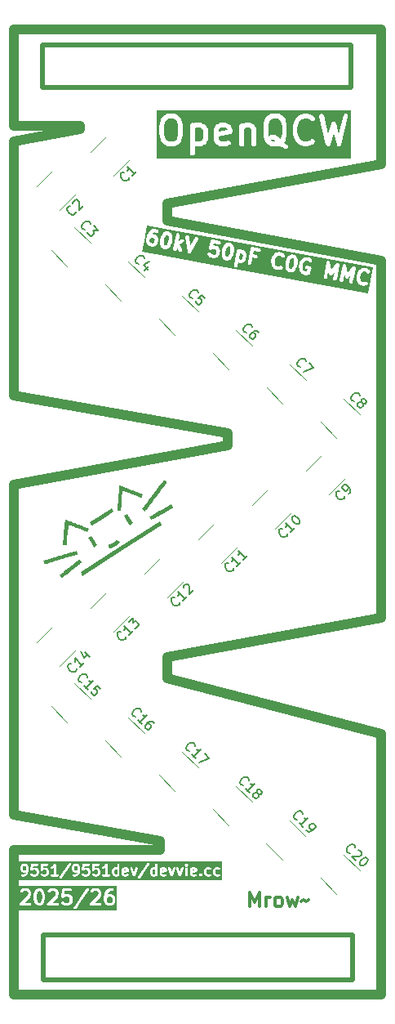
<source format=gbr>
%TF.GenerationSoftware,KiCad,Pcbnew,9.0.6*%
%TF.CreationDate,2025-12-26T03:05:52+01:00*%
%TF.ProjectId,secondary_mmc,7365636f-6e64-4617-9279-5f6d6d632e6b,rev?*%
%TF.SameCoordinates,Original*%
%TF.FileFunction,Legend,Top*%
%TF.FilePolarity,Positive*%
%FSLAX46Y46*%
G04 Gerber Fmt 4.6, Leading zero omitted, Abs format (unit mm)*
G04 Created by KiCad (PCBNEW 9.0.6) date 2025-12-26 03:05:52*
%MOMM*%
%LPD*%
G01*
G04 APERTURE LIST*
%ADD10C,1.000000*%
%ADD11C,0.500000*%
%ADD12C,0.300000*%
%ADD13C,0.375000*%
%ADD14C,0.250000*%
%ADD15C,0.150000*%
%ADD16C,0.120000*%
%ADD17C,0.000000*%
G04 APERTURE END LIST*
D10*
X50000000Y-26003328D02*
X27777249Y-30103328D01*
X27780145Y-31893369D01*
X49987200Y-36010569D01*
X50000000Y-73003328D01*
X27787600Y-77097424D01*
X27787600Y-79251328D01*
X50000000Y-85003328D01*
X50000000Y-112003328D01*
X11923800Y-112054128D01*
X11923800Y-97054128D01*
X27000016Y-97015980D01*
X27000200Y-96116928D01*
X11923800Y-93424528D01*
X11923800Y-59182000D01*
X34061400Y-55146728D01*
X34061400Y-53891311D01*
X11923800Y-50000000D01*
X11923800Y-23603328D01*
X18765406Y-22397254D01*
X18750000Y-22003328D01*
X11923800Y-22003328D01*
X11923800Y-12003328D01*
X50000000Y-12003328D01*
X50000000Y-26003328D01*
D11*
X14935200Y-105816400D02*
X47040800Y-105816400D01*
X47040800Y-110490000D01*
X14935200Y-110490000D01*
X14935200Y-105816400D01*
X14833600Y-13614400D02*
X46888400Y-13614400D01*
X46888400Y-18084800D01*
X14833600Y-18084800D01*
X14833600Y-13614400D01*
D12*
G36*
X14657657Y-101365535D02*
G01*
X14694661Y-101402539D01*
X14747839Y-101508897D01*
X14810796Y-101760721D01*
X14810796Y-102080935D01*
X14747839Y-102332759D01*
X14694660Y-102439117D01*
X14657655Y-102476122D01*
X14568243Y-102520828D01*
X14496206Y-102520828D01*
X14406792Y-102476121D01*
X14369788Y-102439117D01*
X14316607Y-102332757D01*
X14253653Y-102080936D01*
X14253653Y-101760720D01*
X14316607Y-101508898D01*
X14369788Y-101402538D01*
X14406792Y-101365535D01*
X14496206Y-101320828D01*
X14568243Y-101320828D01*
X14657657Y-101365535D01*
G37*
G36*
X22014798Y-101936963D02*
G01*
X22051801Y-101973967D01*
X22096509Y-102063381D01*
X22096509Y-102349703D01*
X22051801Y-102439117D01*
X22014798Y-102476121D01*
X21925385Y-102520828D01*
X21710490Y-102520828D01*
X21621076Y-102476121D01*
X21584071Y-102439116D01*
X21539366Y-102349704D01*
X21539366Y-102063380D01*
X21584071Y-101973968D01*
X21621076Y-101936963D01*
X21710490Y-101892257D01*
X21925385Y-101892257D01*
X22014798Y-101936963D01*
G37*
G36*
X22563176Y-103344638D02*
G01*
X12289868Y-103344638D01*
X12289868Y-103028129D01*
X18096509Y-103028129D01*
X18107987Y-103085518D01*
X18140553Y-103134148D01*
X18189252Y-103166613D01*
X18246667Y-103177971D01*
X18304056Y-103166493D01*
X18352686Y-103133927D01*
X18371317Y-103111176D01*
X18684391Y-102641565D01*
X19742248Y-102641565D01*
X19742248Y-102700091D01*
X19764645Y-102754163D01*
X19806031Y-102795549D01*
X19837705Y-102808668D01*
X19860102Y-102817946D01*
X19889366Y-102820828D01*
X20817938Y-102820828D01*
X20847202Y-102817946D01*
X20901274Y-102795548D01*
X20942658Y-102754164D01*
X20965056Y-102700092D01*
X20965056Y-102641564D01*
X20942658Y-102587492D01*
X20901274Y-102546108D01*
X20847202Y-102523710D01*
X20817938Y-102520828D01*
X20251498Y-102520828D01*
X20852575Y-101919751D01*
X20871230Y-101897021D01*
X20873293Y-101892039D01*
X20876823Y-101887970D01*
X20888811Y-101861120D01*
X20904623Y-101813685D01*
X21239366Y-101813685D01*
X21239366Y-102385114D01*
X21242248Y-102414378D01*
X21244310Y-102419356D01*
X21244692Y-102424732D01*
X21255202Y-102452196D01*
X21326630Y-102595053D01*
X21334557Y-102607646D01*
X21336073Y-102611306D01*
X21339454Y-102615425D01*
X21342295Y-102619939D01*
X21345288Y-102622535D01*
X21354728Y-102634037D01*
X21426157Y-102705466D01*
X21437661Y-102714907D01*
X21440256Y-102717899D01*
X21444765Y-102720737D01*
X21448888Y-102724121D01*
X21452549Y-102725637D01*
X21465141Y-102733564D01*
X21607999Y-102804992D01*
X21635462Y-102815502D01*
X21640837Y-102815883D01*
X21645816Y-102817946D01*
X21675080Y-102820828D01*
X21960794Y-102820828D01*
X21990058Y-102817946D01*
X21995036Y-102815883D01*
X22000412Y-102815502D01*
X22027875Y-102804992D01*
X22170734Y-102733564D01*
X22183328Y-102725635D01*
X22186988Y-102724120D01*
X22191108Y-102720738D01*
X22195619Y-102717899D01*
X22198213Y-102714907D01*
X22209719Y-102705465D01*
X22281147Y-102634036D01*
X22290585Y-102622535D01*
X22293579Y-102619939D01*
X22296419Y-102615426D01*
X22299801Y-102611306D01*
X22301316Y-102607646D01*
X22309244Y-102595053D01*
X22380673Y-102452197D01*
X22391182Y-102424733D01*
X22391563Y-102419358D01*
X22393627Y-102414378D01*
X22396509Y-102385114D01*
X22396509Y-102027971D01*
X22393627Y-101998707D01*
X22391563Y-101993726D01*
X22391182Y-101988352D01*
X22380673Y-101960888D01*
X22309244Y-101818032D01*
X22301316Y-101805438D01*
X22299801Y-101801779D01*
X22296419Y-101797658D01*
X22293579Y-101793146D01*
X22290585Y-101790549D01*
X22281147Y-101779049D01*
X22209719Y-101707620D01*
X22198213Y-101698177D01*
X22195619Y-101695186D01*
X22191108Y-101692346D01*
X22186988Y-101688965D01*
X22183328Y-101687449D01*
X22170734Y-101679521D01*
X22027875Y-101608093D01*
X22000412Y-101597583D01*
X21995036Y-101597201D01*
X21990058Y-101595139D01*
X21960794Y-101592257D01*
X21675080Y-101592257D01*
X21645816Y-101595139D01*
X21640837Y-101597201D01*
X21635462Y-101597583D01*
X21607999Y-101608093D01*
X21593576Y-101615303D01*
X21600013Y-101589557D01*
X21720218Y-101409250D01*
X21763934Y-101365534D01*
X21853347Y-101320828D01*
X22103652Y-101320828D01*
X22132916Y-101317946D01*
X22186988Y-101295548D01*
X22228372Y-101254164D01*
X22250770Y-101200092D01*
X22250770Y-101141564D01*
X22228372Y-101087492D01*
X22186988Y-101046108D01*
X22132916Y-101023710D01*
X22103652Y-101020828D01*
X21817937Y-101020828D01*
X21788673Y-101023710D01*
X21783692Y-101025773D01*
X21778318Y-101026155D01*
X21750854Y-101036664D01*
X21607998Y-101108093D01*
X21595406Y-101116019D01*
X21591744Y-101117536D01*
X21587621Y-101120919D01*
X21583112Y-101123758D01*
X21580516Y-101126750D01*
X21569014Y-101136191D01*
X21497586Y-101207619D01*
X21497521Y-101207698D01*
X21497475Y-101207729D01*
X21488152Y-101219114D01*
X21478931Y-101230350D01*
X21478910Y-101230400D01*
X21478845Y-101230480D01*
X21335987Y-101444766D01*
X21327372Y-101460921D01*
X21325166Y-101463900D01*
X21323909Y-101467416D01*
X21322152Y-101470713D01*
X21321432Y-101474350D01*
X21315273Y-101491591D01*
X21243845Y-101777305D01*
X21243095Y-101782376D01*
X21242248Y-101784421D01*
X21241162Y-101795443D01*
X21239543Y-101806394D01*
X21239868Y-101808581D01*
X21239366Y-101813685D01*
X20904623Y-101813685D01*
X20960240Y-101646835D01*
X20963539Y-101632325D01*
X20965056Y-101628664D01*
X20965578Y-101623355D01*
X20966760Y-101618161D01*
X20966479Y-101614211D01*
X20967938Y-101599400D01*
X20967938Y-101456542D01*
X20965056Y-101427278D01*
X20962992Y-101422297D01*
X20962611Y-101416923D01*
X20952102Y-101389459D01*
X20880673Y-101246603D01*
X20872746Y-101234011D01*
X20871230Y-101230349D01*
X20867846Y-101226226D01*
X20865008Y-101221717D01*
X20862015Y-101219121D01*
X20852575Y-101207619D01*
X20781147Y-101136191D01*
X20769645Y-101126751D01*
X20767049Y-101123758D01*
X20762535Y-101120917D01*
X20758416Y-101117536D01*
X20754756Y-101116020D01*
X20742163Y-101108093D01*
X20599305Y-101036664D01*
X20571842Y-101026154D01*
X20566464Y-101025771D01*
X20561487Y-101023710D01*
X20532223Y-101020828D01*
X20175081Y-101020828D01*
X20145817Y-101023710D01*
X20140839Y-101025771D01*
X20135462Y-101026154D01*
X20107999Y-101036664D01*
X19965141Y-101108093D01*
X19952549Y-101116019D01*
X19948887Y-101117536D01*
X19944764Y-101120919D01*
X19940255Y-101123758D01*
X19937659Y-101126750D01*
X19926157Y-101136191D01*
X19854729Y-101207619D01*
X19836074Y-101230350D01*
X19813677Y-101284422D01*
X19813677Y-101342948D01*
X19836074Y-101397020D01*
X19877460Y-101438406D01*
X19931532Y-101460803D01*
X19990058Y-101460803D01*
X20044130Y-101438406D01*
X20066861Y-101419751D01*
X20121077Y-101365535D01*
X20210491Y-101320828D01*
X20496813Y-101320828D01*
X20586227Y-101365535D01*
X20623231Y-101402539D01*
X20667938Y-101491952D01*
X20667938Y-101575059D01*
X20615404Y-101732657D01*
X19783300Y-102564762D01*
X19764645Y-102587493D01*
X19751942Y-102618162D01*
X19745367Y-102634036D01*
X19742248Y-102641565D01*
X18684391Y-102641565D01*
X19657031Y-101182605D01*
X19670865Y-101156657D01*
X19682223Y-101099242D01*
X19670745Y-101041853D01*
X19638179Y-100993223D01*
X19589480Y-100960758D01*
X19532066Y-100949400D01*
X19474676Y-100960878D01*
X19426046Y-100993444D01*
X19407416Y-101016195D01*
X18121701Y-102944766D01*
X18107867Y-102970714D01*
X18096509Y-103028129D01*
X12289868Y-103028129D01*
X12289868Y-102641565D01*
X12456535Y-102641565D01*
X12456535Y-102700091D01*
X12478932Y-102754163D01*
X12520318Y-102795549D01*
X12551992Y-102808668D01*
X12574389Y-102817946D01*
X12603653Y-102820828D01*
X13532225Y-102820828D01*
X13561489Y-102817946D01*
X13615561Y-102795548D01*
X13656945Y-102754164D01*
X13679343Y-102700092D01*
X13679343Y-102641564D01*
X13656945Y-102587492D01*
X13615561Y-102546108D01*
X13561489Y-102523710D01*
X13532225Y-102520828D01*
X12965785Y-102520828D01*
X13566862Y-101919751D01*
X13585517Y-101897021D01*
X13587580Y-101892039D01*
X13591110Y-101887970D01*
X13603098Y-101861120D01*
X13642719Y-101742257D01*
X13953653Y-101742257D01*
X13953653Y-102099400D01*
X13954155Y-102104503D01*
X13953830Y-102106691D01*
X13955449Y-102117641D01*
X13956535Y-102128664D01*
X13957382Y-102130708D01*
X13958132Y-102135780D01*
X14029560Y-102421494D01*
X14030331Y-102423652D01*
X14030408Y-102424733D01*
X14035066Y-102436907D01*
X14039453Y-102449185D01*
X14040097Y-102450055D01*
X14040917Y-102452196D01*
X14112346Y-102595053D01*
X14120273Y-102607646D01*
X14121789Y-102611306D01*
X14125170Y-102615425D01*
X14128011Y-102619939D01*
X14131004Y-102622535D01*
X14140444Y-102634037D01*
X14211873Y-102705466D01*
X14223377Y-102714907D01*
X14225972Y-102717899D01*
X14230481Y-102720737D01*
X14234604Y-102724121D01*
X14238265Y-102725637D01*
X14250857Y-102733564D01*
X14393715Y-102804992D01*
X14421178Y-102815502D01*
X14426553Y-102815883D01*
X14431532Y-102817946D01*
X14460796Y-102820828D01*
X14603653Y-102820828D01*
X14632917Y-102817946D01*
X14637895Y-102815883D01*
X14643271Y-102815502D01*
X14670735Y-102804992D01*
X14813592Y-102733564D01*
X14826185Y-102725636D01*
X14829845Y-102724121D01*
X14833964Y-102720739D01*
X14838478Y-102717899D01*
X14841074Y-102714905D01*
X14852576Y-102705466D01*
X14916477Y-102641565D01*
X15313677Y-102641565D01*
X15313677Y-102700091D01*
X15336074Y-102754163D01*
X15377460Y-102795549D01*
X15409134Y-102808668D01*
X15431531Y-102817946D01*
X15460795Y-102820828D01*
X16389367Y-102820828D01*
X16418631Y-102817946D01*
X16472703Y-102795548D01*
X16514087Y-102754164D01*
X16536485Y-102700092D01*
X16536485Y-102641564D01*
X16514087Y-102587492D01*
X16472703Y-102546108D01*
X16418631Y-102523710D01*
X16389367Y-102520828D01*
X15822927Y-102520828D01*
X16424004Y-101919751D01*
X16440547Y-101899594D01*
X16811495Y-101899594D01*
X16813677Y-101906825D01*
X16813677Y-101914378D01*
X16822068Y-101934637D01*
X16828402Y-101955626D01*
X16833183Y-101961470D01*
X16836075Y-101968450D01*
X16851579Y-101983953D01*
X16865463Y-102000923D01*
X16872119Y-102004494D01*
X16877461Y-102009835D01*
X16897715Y-102018224D01*
X16917038Y-102028590D01*
X16924555Y-102029341D01*
X16931533Y-102032232D01*
X16953456Y-102032232D01*
X16975275Y-102034414D01*
X16982506Y-102032232D01*
X16990059Y-102032232D01*
X17010318Y-102023840D01*
X17031307Y-102017507D01*
X17037151Y-102012725D01*
X17044131Y-102009834D01*
X17066862Y-101991179D01*
X17121078Y-101936962D01*
X17210490Y-101892257D01*
X17496814Y-101892257D01*
X17586227Y-101936963D01*
X17623230Y-101973967D01*
X17667938Y-102063381D01*
X17667938Y-102349703D01*
X17623230Y-102439117D01*
X17586227Y-102476121D01*
X17496814Y-102520828D01*
X17210490Y-102520828D01*
X17121078Y-102476122D01*
X17066862Y-102421906D01*
X17044131Y-102403251D01*
X16990059Y-102380853D01*
X16931533Y-102380853D01*
X16877461Y-102403250D01*
X16836075Y-102444635D01*
X16813677Y-102498707D01*
X16813677Y-102557233D01*
X16836074Y-102611305D01*
X16854728Y-102634036D01*
X16926156Y-102705465D01*
X16937658Y-102714904D01*
X16940256Y-102717900D01*
X16944770Y-102720741D01*
X16948887Y-102724120D01*
X16952545Y-102725635D01*
X16965142Y-102733564D01*
X17108000Y-102804993D01*
X17135463Y-102815502D01*
X17140838Y-102815883D01*
X17145817Y-102817946D01*
X17175081Y-102820828D01*
X17532223Y-102820828D01*
X17561487Y-102817946D01*
X17566465Y-102815883D01*
X17571841Y-102815502D01*
X17599304Y-102804992D01*
X17742163Y-102733564D01*
X17754757Y-102725635D01*
X17758417Y-102724120D01*
X17762537Y-102720738D01*
X17767048Y-102717899D01*
X17769642Y-102714907D01*
X17781148Y-102705465D01*
X17852576Y-102634036D01*
X17862014Y-102622535D01*
X17865008Y-102619939D01*
X17867848Y-102615426D01*
X17871230Y-102611306D01*
X17872745Y-102607646D01*
X17880673Y-102595053D01*
X17952102Y-102452197D01*
X17962611Y-102424733D01*
X17962992Y-102419358D01*
X17965056Y-102414378D01*
X17967938Y-102385114D01*
X17967938Y-102027971D01*
X17965056Y-101998707D01*
X17962992Y-101993726D01*
X17962611Y-101988352D01*
X17952102Y-101960888D01*
X17880673Y-101818032D01*
X17872745Y-101805438D01*
X17871230Y-101801779D01*
X17867848Y-101797658D01*
X17865008Y-101793146D01*
X17862014Y-101790549D01*
X17852576Y-101779049D01*
X17781148Y-101707620D01*
X17769642Y-101698177D01*
X17767048Y-101695186D01*
X17762537Y-101692346D01*
X17758417Y-101688965D01*
X17754757Y-101687449D01*
X17742163Y-101679521D01*
X17599304Y-101608093D01*
X17571841Y-101597583D01*
X17566465Y-101597201D01*
X17561487Y-101595139D01*
X17532223Y-101592257D01*
X17175081Y-101592257D01*
X17145817Y-101595139D01*
X17140838Y-101597201D01*
X17140330Y-101597237D01*
X17167972Y-101320828D01*
X17746509Y-101320828D01*
X17775773Y-101317946D01*
X17829845Y-101295548D01*
X17871229Y-101254164D01*
X17893627Y-101200092D01*
X17893627Y-101141564D01*
X17871229Y-101087492D01*
X17829845Y-101046108D01*
X17775773Y-101023710D01*
X17746509Y-101020828D01*
X17032223Y-101020828D01*
X17021396Y-101021894D01*
X17017743Y-101021529D01*
X17014175Y-101022605D01*
X17002959Y-101023710D01*
X16982696Y-101032103D01*
X16961711Y-101038435D01*
X16955866Y-101043216D01*
X16948887Y-101046108D01*
X16933381Y-101061613D01*
X16916414Y-101075496D01*
X16912843Y-101082151D01*
X16907503Y-101087492D01*
X16899111Y-101107749D01*
X16888747Y-101127071D01*
X16886532Y-101138118D01*
X16885105Y-101141564D01*
X16885105Y-101145238D01*
X16882967Y-101155903D01*
X16811539Y-101870189D01*
X16811495Y-101899594D01*
X16440547Y-101899594D01*
X16442659Y-101897021D01*
X16444722Y-101892039D01*
X16448252Y-101887970D01*
X16460240Y-101861120D01*
X16531669Y-101646835D01*
X16534968Y-101632325D01*
X16536485Y-101628664D01*
X16537007Y-101623355D01*
X16538189Y-101618161D01*
X16537908Y-101614211D01*
X16539367Y-101599400D01*
X16539367Y-101456542D01*
X16536485Y-101427278D01*
X16534421Y-101422297D01*
X16534040Y-101416923D01*
X16523531Y-101389459D01*
X16452102Y-101246603D01*
X16444175Y-101234011D01*
X16442659Y-101230349D01*
X16439275Y-101226226D01*
X16436437Y-101221717D01*
X16433444Y-101219121D01*
X16424004Y-101207619D01*
X16352576Y-101136191D01*
X16341074Y-101126751D01*
X16338478Y-101123758D01*
X16333964Y-101120917D01*
X16329845Y-101117536D01*
X16326185Y-101116020D01*
X16313592Y-101108093D01*
X16170734Y-101036664D01*
X16143271Y-101026154D01*
X16137893Y-101025771D01*
X16132916Y-101023710D01*
X16103652Y-101020828D01*
X15746510Y-101020828D01*
X15717246Y-101023710D01*
X15712268Y-101025771D01*
X15706891Y-101026154D01*
X15679428Y-101036664D01*
X15536570Y-101108093D01*
X15523978Y-101116019D01*
X15520316Y-101117536D01*
X15516193Y-101120919D01*
X15511684Y-101123758D01*
X15509088Y-101126750D01*
X15497586Y-101136191D01*
X15426158Y-101207619D01*
X15407503Y-101230350D01*
X15385106Y-101284422D01*
X15385106Y-101342948D01*
X15407503Y-101397020D01*
X15448889Y-101438406D01*
X15502961Y-101460803D01*
X15561487Y-101460803D01*
X15615559Y-101438406D01*
X15638290Y-101419751D01*
X15692506Y-101365535D01*
X15781920Y-101320828D01*
X16068242Y-101320828D01*
X16157656Y-101365535D01*
X16194660Y-101402539D01*
X16239367Y-101491952D01*
X16239367Y-101575059D01*
X16186833Y-101732657D01*
X15354729Y-102564762D01*
X15336074Y-102587493D01*
X15323371Y-102618162D01*
X15316796Y-102634036D01*
X15313677Y-102641565D01*
X14916477Y-102641565D01*
X14924005Y-102634037D01*
X14933446Y-102622532D01*
X14936438Y-102619938D01*
X14939276Y-102615428D01*
X14942660Y-102611306D01*
X14944176Y-102607644D01*
X14952103Y-102595053D01*
X15023531Y-102452195D01*
X15024348Y-102450058D01*
X15024995Y-102449186D01*
X15029384Y-102436899D01*
X15034041Y-102424732D01*
X15034117Y-102423650D01*
X15034888Y-102421495D01*
X15106317Y-102135781D01*
X15107067Y-102130708D01*
X15107914Y-102128664D01*
X15108999Y-102117644D01*
X15110619Y-102106692D01*
X15110293Y-102104503D01*
X15110796Y-102099400D01*
X15110796Y-101742257D01*
X15110293Y-101737153D01*
X15110619Y-101734965D01*
X15108999Y-101724012D01*
X15107914Y-101712993D01*
X15107067Y-101710948D01*
X15106317Y-101705876D01*
X15034888Y-101420162D01*
X15034117Y-101418006D01*
X15034041Y-101416924D01*
X15029381Y-101404749D01*
X15024995Y-101392470D01*
X15024348Y-101391597D01*
X15023531Y-101389461D01*
X14952103Y-101246603D01*
X14944174Y-101234008D01*
X14942659Y-101230349D01*
X14939277Y-101226228D01*
X14936438Y-101221718D01*
X14933446Y-101219123D01*
X14924004Y-101207618D01*
X14852575Y-101136190D01*
X14841075Y-101126752D01*
X14838478Y-101123758D01*
X14833961Y-101120915D01*
X14829844Y-101117536D01*
X14826187Y-101116021D01*
X14813592Y-101108093D01*
X14670735Y-101036664D01*
X14643272Y-101026155D01*
X14637897Y-101025773D01*
X14632917Y-101023710D01*
X14603653Y-101020828D01*
X14460796Y-101020828D01*
X14431532Y-101023710D01*
X14426551Y-101025773D01*
X14421177Y-101026155D01*
X14393713Y-101036664D01*
X14250857Y-101108093D01*
X14238263Y-101116020D01*
X14234604Y-101117536D01*
X14230483Y-101120917D01*
X14225971Y-101123758D01*
X14223374Y-101126751D01*
X14211874Y-101136190D01*
X14140445Y-101207618D01*
X14131005Y-101219120D01*
X14128011Y-101221717D01*
X14125169Y-101226231D01*
X14121790Y-101230349D01*
X14120274Y-101234007D01*
X14112346Y-101246603D01*
X14040917Y-101389460D01*
X14040097Y-101391600D01*
X14039453Y-101392471D01*
X14035066Y-101404748D01*
X14030408Y-101416923D01*
X14030331Y-101418003D01*
X14029560Y-101420162D01*
X13958132Y-101705877D01*
X13957382Y-101710948D01*
X13956535Y-101712993D01*
X13955449Y-101724015D01*
X13953830Y-101734966D01*
X13954155Y-101737153D01*
X13953653Y-101742257D01*
X13642719Y-101742257D01*
X13674527Y-101646835D01*
X13677826Y-101632325D01*
X13679343Y-101628664D01*
X13679865Y-101623355D01*
X13681047Y-101618161D01*
X13680766Y-101614211D01*
X13682225Y-101599400D01*
X13682225Y-101456542D01*
X13679343Y-101427278D01*
X13677279Y-101422297D01*
X13676898Y-101416923D01*
X13666389Y-101389459D01*
X13594960Y-101246603D01*
X13587033Y-101234011D01*
X13585517Y-101230349D01*
X13582133Y-101226226D01*
X13579295Y-101221717D01*
X13576302Y-101219121D01*
X13566862Y-101207619D01*
X13495434Y-101136191D01*
X13483932Y-101126751D01*
X13481336Y-101123758D01*
X13476822Y-101120917D01*
X13472703Y-101117536D01*
X13469043Y-101116020D01*
X13456450Y-101108093D01*
X13313592Y-101036664D01*
X13286129Y-101026154D01*
X13280751Y-101025771D01*
X13275774Y-101023710D01*
X13246510Y-101020828D01*
X12889368Y-101020828D01*
X12860104Y-101023710D01*
X12855126Y-101025771D01*
X12849749Y-101026154D01*
X12822286Y-101036664D01*
X12679428Y-101108093D01*
X12666836Y-101116019D01*
X12663174Y-101117536D01*
X12659051Y-101120919D01*
X12654542Y-101123758D01*
X12651946Y-101126750D01*
X12640444Y-101136191D01*
X12569016Y-101207619D01*
X12550361Y-101230350D01*
X12527964Y-101284422D01*
X12527964Y-101342948D01*
X12550361Y-101397020D01*
X12591747Y-101438406D01*
X12645819Y-101460803D01*
X12704345Y-101460803D01*
X12758417Y-101438406D01*
X12781148Y-101419751D01*
X12835364Y-101365535D01*
X12924778Y-101320828D01*
X13211100Y-101320828D01*
X13300514Y-101365535D01*
X13337518Y-101402539D01*
X13382225Y-101491952D01*
X13382225Y-101575059D01*
X13329691Y-101732657D01*
X12497587Y-102564762D01*
X12478932Y-102587493D01*
X12466229Y-102618162D01*
X12459654Y-102634036D01*
X12456535Y-102641565D01*
X12289868Y-102641565D01*
X12289868Y-100782733D01*
X22563176Y-100782733D01*
X22563176Y-103344638D01*
G37*
X36368510Y-102924828D02*
X36368510Y-101424828D01*
X36368510Y-101424828D02*
X36868510Y-102496257D01*
X36868510Y-102496257D02*
X37368510Y-101424828D01*
X37368510Y-101424828D02*
X37368510Y-102924828D01*
X38082796Y-102924828D02*
X38082796Y-101924828D01*
X38082796Y-102210542D02*
X38154225Y-102067685D01*
X38154225Y-102067685D02*
X38225654Y-101996257D01*
X38225654Y-101996257D02*
X38368511Y-101924828D01*
X38368511Y-101924828D02*
X38511368Y-101924828D01*
X39225653Y-102924828D02*
X39082796Y-102853400D01*
X39082796Y-102853400D02*
X39011367Y-102781971D01*
X39011367Y-102781971D02*
X38939939Y-102639114D01*
X38939939Y-102639114D02*
X38939939Y-102210542D01*
X38939939Y-102210542D02*
X39011367Y-102067685D01*
X39011367Y-102067685D02*
X39082796Y-101996257D01*
X39082796Y-101996257D02*
X39225653Y-101924828D01*
X39225653Y-101924828D02*
X39439939Y-101924828D01*
X39439939Y-101924828D02*
X39582796Y-101996257D01*
X39582796Y-101996257D02*
X39654225Y-102067685D01*
X39654225Y-102067685D02*
X39725653Y-102210542D01*
X39725653Y-102210542D02*
X39725653Y-102639114D01*
X39725653Y-102639114D02*
X39654225Y-102781971D01*
X39654225Y-102781971D02*
X39582796Y-102853400D01*
X39582796Y-102853400D02*
X39439939Y-102924828D01*
X39439939Y-102924828D02*
X39225653Y-102924828D01*
X40225653Y-101924828D02*
X40511368Y-102924828D01*
X40511368Y-102924828D02*
X40797082Y-102210542D01*
X40797082Y-102210542D02*
X41082796Y-102924828D01*
X41082796Y-102924828D02*
X41368510Y-101924828D01*
X41725654Y-102353400D02*
X41797082Y-102281971D01*
X41797082Y-102281971D02*
X41939939Y-102210542D01*
X41939939Y-102210542D02*
X42225654Y-102353400D01*
X42225654Y-102353400D02*
X42368511Y-102281971D01*
X42368511Y-102281971D02*
X42439939Y-102210542D01*
D11*
G36*
X31379389Y-22311720D02*
G01*
X31460111Y-22392442D01*
X31553670Y-22579559D01*
X31553670Y-23290096D01*
X31460110Y-23477215D01*
X31379390Y-23557936D01*
X31192272Y-23651495D01*
X30757926Y-23651495D01*
X30672718Y-23608891D01*
X30672718Y-22260765D01*
X30757926Y-22218161D01*
X31192271Y-22218161D01*
X31379389Y-22311720D01*
G37*
G36*
X38521564Y-23456215D02*
G01*
X38570337Y-23461019D01*
X38787511Y-23461019D01*
X38974627Y-23554577D01*
X39071545Y-23651495D01*
X38767450Y-23651495D01*
X38580332Y-23557936D01*
X38448238Y-23425842D01*
X38521564Y-23456215D01*
G37*
G36*
X39388915Y-21345054D02*
G01*
X39587453Y-21543592D01*
X39701290Y-21998938D01*
X39701290Y-22904050D01*
X39587453Y-23359396D01*
X39537004Y-23409846D01*
X39299495Y-23172337D01*
X39280322Y-23156603D01*
X39275997Y-23151616D01*
X39268475Y-23146881D01*
X39261610Y-23141247D01*
X39255515Y-23138722D01*
X39234522Y-23125507D01*
X38958331Y-22987412D01*
X38912559Y-22969897D01*
X38903599Y-22969260D01*
X38895301Y-22965823D01*
X38846528Y-22961019D01*
X38570337Y-22961019D01*
X38521564Y-22965823D01*
X38431444Y-23003152D01*
X38362470Y-23072126D01*
X38329733Y-23151159D01*
X38267956Y-22904050D01*
X38267956Y-21998939D01*
X38381792Y-21543593D01*
X38580331Y-21345054D01*
X38767450Y-21251495D01*
X39201797Y-21251495D01*
X39388915Y-21345054D01*
G37*
G36*
X28617486Y-21345054D02*
G01*
X28816024Y-21543592D01*
X28929861Y-21998938D01*
X28929861Y-22904050D01*
X28816024Y-23359396D01*
X28617484Y-23557937D01*
X28430368Y-23651495D01*
X27996021Y-23651495D01*
X27808903Y-23557936D01*
X27610363Y-23359396D01*
X27496527Y-22904050D01*
X27496527Y-21998939D01*
X27610363Y-21543593D01*
X27808902Y-21345054D01*
X27996021Y-21251495D01*
X28430368Y-21251495D01*
X28617486Y-21345054D01*
G37*
G36*
X33964951Y-22292596D02*
G01*
X34039385Y-22441464D01*
X34039385Y-22453687D01*
X33158432Y-22629877D01*
X33158432Y-22441463D01*
X33232866Y-22292595D01*
X33381736Y-22218161D01*
X33816081Y-22218161D01*
X33964951Y-22292596D01*
G37*
G36*
X46875718Y-25435579D02*
G01*
X26674305Y-25435579D01*
X26674305Y-21968161D01*
X26996527Y-21968161D01*
X26996527Y-22934828D01*
X26997365Y-22943336D01*
X26996823Y-22946980D01*
X26999522Y-22965235D01*
X27001331Y-22983601D01*
X27002740Y-22987003D01*
X27003991Y-22995462D01*
X27142087Y-23547843D01*
X27158577Y-23593994D01*
X27169641Y-23608926D01*
X27176755Y-23626101D01*
X27207846Y-23663985D01*
X27484036Y-23940176D01*
X27503208Y-23955910D01*
X27507534Y-23960898D01*
X27515052Y-23965630D01*
X27521920Y-23971267D01*
X27528019Y-23973793D01*
X27549010Y-23987007D01*
X27825201Y-24125102D01*
X27870974Y-24142617D01*
X27879932Y-24143253D01*
X27888231Y-24146691D01*
X27937004Y-24151495D01*
X28489385Y-24151495D01*
X28538158Y-24146691D01*
X28546456Y-24143253D01*
X28555416Y-24142617D01*
X28601188Y-24125102D01*
X28877379Y-23987007D01*
X28898372Y-23973791D01*
X28904467Y-23971267D01*
X28911332Y-23965632D01*
X28918854Y-23960898D01*
X28923179Y-23955910D01*
X28942352Y-23940177D01*
X29218543Y-23663986D01*
X29249633Y-23626101D01*
X29256745Y-23608929D01*
X29267812Y-23593994D01*
X29284302Y-23547843D01*
X29422397Y-22995462D01*
X29423647Y-22987003D01*
X29425057Y-22983601D01*
X29426865Y-22965235D01*
X29429565Y-22946980D01*
X29429022Y-22943336D01*
X29429861Y-22934828D01*
X29429861Y-21968161D01*
X30172718Y-21968161D01*
X30172718Y-24868161D01*
X30177522Y-24916934D01*
X30214851Y-25007054D01*
X30283825Y-25076028D01*
X30373945Y-25113357D01*
X30471491Y-25113357D01*
X30561611Y-25076028D01*
X30630585Y-25007054D01*
X30667914Y-24916934D01*
X30672718Y-24868161D01*
X30672718Y-24148915D01*
X30698908Y-24151495D01*
X31251289Y-24151495D01*
X31300062Y-24146691D01*
X31308360Y-24143253D01*
X31317320Y-24142617D01*
X31363092Y-24125102D01*
X31639283Y-23987007D01*
X31660273Y-23973793D01*
X31666373Y-23971267D01*
X31673240Y-23965630D01*
X31680759Y-23960898D01*
X31685084Y-23955910D01*
X31704257Y-23940176D01*
X31842353Y-23802080D01*
X31858086Y-23782907D01*
X31863073Y-23778583D01*
X31867806Y-23771063D01*
X31873443Y-23764195D01*
X31875968Y-23758096D01*
X31889182Y-23737107D01*
X32027277Y-23460917D01*
X32044792Y-23415145D01*
X32045428Y-23406185D01*
X32048866Y-23397887D01*
X32053670Y-23349114D01*
X32053670Y-22520542D01*
X32048866Y-22471769D01*
X32045428Y-22463470D01*
X32044792Y-22454511D01*
X32027277Y-22408739D01*
X32014131Y-22382447D01*
X32658432Y-22382447D01*
X32658432Y-23487209D01*
X32663236Y-23535982D01*
X32666673Y-23544280D01*
X32667310Y-23553240D01*
X32684825Y-23599013D01*
X32822921Y-23875204D01*
X32828053Y-23883357D01*
X32829337Y-23887207D01*
X32833495Y-23892001D01*
X32849030Y-23916679D01*
X32872710Y-23937217D01*
X32893249Y-23960898D01*
X32917925Y-23976431D01*
X32922721Y-23980591D01*
X32926571Y-23981874D01*
X32934725Y-23987007D01*
X33210915Y-24125102D01*
X33256687Y-24142617D01*
X33265646Y-24143253D01*
X33273945Y-24146691D01*
X33322718Y-24151495D01*
X33875099Y-24151495D01*
X33923872Y-24146691D01*
X33932170Y-24143253D01*
X33941130Y-24142617D01*
X33986902Y-24125102D01*
X34263093Y-23987007D01*
X34304569Y-23960898D01*
X34368481Y-23887207D01*
X34399327Y-23794669D01*
X34392412Y-23697369D01*
X34348789Y-23610121D01*
X34275098Y-23546209D01*
X34182559Y-23515363D01*
X34085260Y-23522278D01*
X34039487Y-23539793D01*
X33816082Y-23651495D01*
X33381736Y-23651495D01*
X33232867Y-23577061D01*
X33158432Y-23428190D01*
X33158432Y-23139778D01*
X34338414Y-22903783D01*
X34385298Y-22889507D01*
X34405648Y-22875878D01*
X34428278Y-22866505D01*
X34445781Y-22849001D01*
X34466347Y-22835229D01*
X34479932Y-22814850D01*
X34497252Y-22797531D01*
X34506724Y-22774662D01*
X34520454Y-22754068D01*
X34525206Y-22730041D01*
X34534581Y-22707411D01*
X34539385Y-22658638D01*
X34539385Y-22382447D01*
X34534581Y-22333674D01*
X34531143Y-22325375D01*
X34530507Y-22316416D01*
X34512992Y-22270644D01*
X34374897Y-21994454D01*
X34369764Y-21986300D01*
X34368481Y-21982450D01*
X34364321Y-21977654D01*
X34358345Y-21968161D01*
X35282242Y-21968161D01*
X35282242Y-23901495D01*
X35287046Y-23950268D01*
X35324375Y-24040388D01*
X35393349Y-24109362D01*
X35483469Y-24146691D01*
X35581015Y-24146691D01*
X35671135Y-24109362D01*
X35740109Y-24040388D01*
X35777438Y-23950268D01*
X35782242Y-23901495D01*
X35782242Y-22347906D01*
X35818429Y-22311719D01*
X36005545Y-22218161D01*
X36301795Y-22218161D01*
X36450665Y-22292596D01*
X36525099Y-22441464D01*
X36525099Y-23901495D01*
X36529903Y-23950268D01*
X36567232Y-24040388D01*
X36636206Y-24109362D01*
X36726326Y-24146691D01*
X36823872Y-24146691D01*
X36913992Y-24109362D01*
X36982966Y-24040388D01*
X37020295Y-23950268D01*
X37025099Y-23901495D01*
X37025099Y-22382447D01*
X37020295Y-22333674D01*
X37016857Y-22325375D01*
X37016221Y-22316416D01*
X36998706Y-22270644D01*
X36860611Y-21994454D01*
X36855478Y-21986300D01*
X36854195Y-21982450D01*
X36850035Y-21977654D01*
X36844059Y-21968161D01*
X37767956Y-21968161D01*
X37767956Y-22934828D01*
X37768794Y-22943336D01*
X37768252Y-22946980D01*
X37770951Y-22965235D01*
X37772760Y-22983601D01*
X37774169Y-22987003D01*
X37775420Y-22995462D01*
X37913516Y-23547843D01*
X37930006Y-23593994D01*
X37941070Y-23608926D01*
X37948184Y-23626101D01*
X37979275Y-23663985D01*
X38255465Y-23940176D01*
X38274637Y-23955910D01*
X38278963Y-23960898D01*
X38286481Y-23965630D01*
X38293349Y-23971267D01*
X38299448Y-23973793D01*
X38320439Y-23987007D01*
X38596630Y-24125102D01*
X38642403Y-24142617D01*
X38651361Y-24143253D01*
X38659660Y-24146691D01*
X38708433Y-24151495D01*
X39260814Y-24151495D01*
X39309587Y-24146691D01*
X39317885Y-24143253D01*
X39326845Y-24142617D01*
X39372617Y-24125102D01*
X39487641Y-24067590D01*
X39636418Y-24216367D01*
X39655590Y-24232100D01*
X39659916Y-24237088D01*
X39667436Y-24241822D01*
X39674303Y-24247457D01*
X39680399Y-24249982D01*
X39701392Y-24263197D01*
X39977582Y-24401292D01*
X40023354Y-24418807D01*
X40120654Y-24425722D01*
X40213192Y-24394876D01*
X40286883Y-24330964D01*
X40330507Y-24243716D01*
X40337422Y-24146416D01*
X40306576Y-24053878D01*
X40242664Y-23980187D01*
X40201189Y-23954078D01*
X39961283Y-23834125D01*
X39890557Y-23763400D01*
X39989972Y-23663986D01*
X40021062Y-23626101D01*
X40028174Y-23608929D01*
X40039241Y-23593994D01*
X40055731Y-23547843D01*
X40193826Y-22995462D01*
X40195076Y-22987003D01*
X40196486Y-22983601D01*
X40198294Y-22965235D01*
X40200994Y-22946980D01*
X40200451Y-22943336D01*
X40201290Y-22934828D01*
X40201290Y-22244352D01*
X40806051Y-22244352D01*
X40806051Y-22658638D01*
X40806889Y-22667146D01*
X40806347Y-22670790D01*
X40809046Y-22689045D01*
X40810855Y-22707411D01*
X40812264Y-22710813D01*
X40813515Y-22719272D01*
X40951611Y-23271653D01*
X40952897Y-23275252D01*
X40953025Y-23277050D01*
X40960788Y-23297339D01*
X40968101Y-23317804D01*
X40969173Y-23319252D01*
X40970540Y-23322822D01*
X41108635Y-23599013D01*
X41121847Y-23620001D01*
X41124374Y-23626101D01*
X41130011Y-23632970D01*
X41134744Y-23640488D01*
X41139730Y-23644812D01*
X41155465Y-23663985D01*
X41431655Y-23940176D01*
X41469539Y-23971267D01*
X41477838Y-23974704D01*
X41484624Y-23980590D01*
X41529375Y-24000571D01*
X41943662Y-24138666D01*
X41967846Y-24144164D01*
X41973945Y-24146691D01*
X41982786Y-24147561D01*
X41991451Y-24149532D01*
X41998036Y-24149063D01*
X42022718Y-24151495D01*
X42298909Y-24151495D01*
X42323590Y-24149063D01*
X42330177Y-24149532D01*
X42338842Y-24147561D01*
X42347682Y-24146691D01*
X42353779Y-24144165D01*
X42377966Y-24138666D01*
X42792251Y-24000571D01*
X42837002Y-23980590D01*
X42843788Y-23974703D01*
X42852086Y-23971267D01*
X42889971Y-23940177D01*
X43028067Y-23802081D01*
X43059157Y-23764196D01*
X43096486Y-23674076D01*
X43096486Y-23576532D01*
X43059157Y-23486412D01*
X42990182Y-23417437D01*
X42900062Y-23380108D01*
X42802518Y-23380108D01*
X42712398Y-23417437D01*
X42674513Y-23448527D01*
X42578148Y-23544892D01*
X42258339Y-23651495D01*
X42063288Y-23651495D01*
X41743477Y-23544891D01*
X41537706Y-23339120D01*
X41430026Y-23123760D01*
X41306051Y-22627860D01*
X41306051Y-22275130D01*
X41430026Y-21779229D01*
X41537705Y-21563870D01*
X41743476Y-21358098D01*
X42063288Y-21251495D01*
X42258339Y-21251495D01*
X42578149Y-21358098D01*
X42674514Y-21454463D01*
X42712399Y-21485553D01*
X42802519Y-21522882D01*
X42900063Y-21522882D01*
X42990183Y-21485552D01*
X43059158Y-21416577D01*
X43096487Y-21326456D01*
X43096487Y-21228912D01*
X43059157Y-21138793D01*
X43028066Y-21100908D01*
X42937998Y-21010841D01*
X43568131Y-21010841D01*
X43574754Y-21059400D01*
X44265230Y-23959400D01*
X44270998Y-23976134D01*
X44271796Y-23982139D01*
X44274939Y-23987568D01*
X44281201Y-24005734D01*
X44302478Y-24035135D01*
X44320669Y-24066556D01*
X44330863Y-24074358D01*
X44338388Y-24084757D01*
X44369301Y-24103780D01*
X44398128Y-24125845D01*
X44410531Y-24129152D01*
X44421462Y-24135879D01*
X44457301Y-24141624D01*
X44492380Y-24150979D01*
X44505104Y-24149288D01*
X44517778Y-24151320D01*
X44553087Y-24142912D01*
X44589076Y-24138131D01*
X44600186Y-24131698D01*
X44612671Y-24128726D01*
X44642070Y-24107450D01*
X44673493Y-24089258D01*
X44681297Y-24079061D01*
X44691694Y-24071538D01*
X44710716Y-24040626D01*
X44732782Y-24011799D01*
X44739530Y-23993805D01*
X44742817Y-23988464D01*
X44743775Y-23982484D01*
X44749991Y-23965911D01*
X45060813Y-22800328D01*
X45371635Y-23965911D01*
X45377850Y-23982483D01*
X45378809Y-23988465D01*
X45382096Y-23993807D01*
X45388844Y-24011799D01*
X45410906Y-24040622D01*
X45429932Y-24071539D01*
X45440330Y-24079063D01*
X45448133Y-24089258D01*
X45479553Y-24107448D01*
X45508955Y-24128726D01*
X45521439Y-24131698D01*
X45532550Y-24138131D01*
X45568538Y-24142912D01*
X45603848Y-24151320D01*
X45616521Y-24149288D01*
X45629246Y-24150979D01*
X45664318Y-24141626D01*
X45700164Y-24135880D01*
X45711096Y-24129151D01*
X45723498Y-24125845D01*
X45752321Y-24103782D01*
X45783238Y-24084757D01*
X45790762Y-24074358D01*
X45800957Y-24066556D01*
X45819147Y-24035135D01*
X45840425Y-24005734D01*
X45846686Y-23987568D01*
X45849830Y-23982139D01*
X45850627Y-23976134D01*
X45856396Y-23959400D01*
X46546873Y-21059400D01*
X46553496Y-21010840D01*
X46538056Y-20914525D01*
X46486933Y-20831451D01*
X46407910Y-20774263D01*
X46313017Y-20751670D01*
X46216701Y-20767110D01*
X46133627Y-20818232D01*
X46076440Y-20897256D01*
X46060470Y-20943589D01*
X45599472Y-22879775D01*
X45302372Y-21765650D01*
X45298087Y-21754224D01*
X45297449Y-21749422D01*
X45294147Y-21743719D01*
X45285163Y-21719762D01*
X45265109Y-21693562D01*
X45248576Y-21665005D01*
X45235716Y-21655162D01*
X45225874Y-21642303D01*
X45197316Y-21625769D01*
X45171117Y-21605716D01*
X45155472Y-21601544D01*
X45141457Y-21593430D01*
X45108746Y-21589083D01*
X45076865Y-21580582D01*
X45060813Y-21582714D01*
X45044761Y-21580582D01*
X45012879Y-21589083D01*
X44980169Y-21593430D01*
X44966153Y-21601544D01*
X44950509Y-21605716D01*
X44924309Y-21625769D01*
X44895752Y-21642303D01*
X44885909Y-21655162D01*
X44873050Y-21665005D01*
X44856516Y-21693562D01*
X44836463Y-21719762D01*
X44827478Y-21743719D01*
X44824177Y-21749422D01*
X44823538Y-21754224D01*
X44819254Y-21765650D01*
X44522153Y-22879775D01*
X44061158Y-20943590D01*
X44045187Y-20897256D01*
X43988000Y-20818233D01*
X43904926Y-20767110D01*
X43808610Y-20751670D01*
X43713717Y-20774264D01*
X43634694Y-20831451D01*
X43583571Y-20914525D01*
X43568131Y-21010841D01*
X42937998Y-21010841D01*
X42889970Y-20962813D01*
X42852085Y-20931722D01*
X42843787Y-20928285D01*
X42837002Y-20922400D01*
X42792251Y-20902419D01*
X42377966Y-20764324D01*
X42353779Y-20758824D01*
X42347682Y-20756299D01*
X42338842Y-20755428D01*
X42330177Y-20753458D01*
X42323590Y-20753926D01*
X42298909Y-20751495D01*
X42022718Y-20751495D01*
X41998036Y-20753926D01*
X41991451Y-20753458D01*
X41982786Y-20755428D01*
X41973945Y-20756299D01*
X41967846Y-20758825D01*
X41943662Y-20764324D01*
X41529375Y-20902419D01*
X41484624Y-20922400D01*
X41477839Y-20928284D01*
X41469540Y-20931722D01*
X41431656Y-20962813D01*
X41155465Y-21239003D01*
X41139731Y-21258175D01*
X41134744Y-21262501D01*
X41130009Y-21270021D01*
X41124375Y-21276888D01*
X41121849Y-21282984D01*
X41108635Y-21303977D01*
X40970540Y-21580168D01*
X40969173Y-21583737D01*
X40968101Y-21585186D01*
X40960788Y-21605650D01*
X40953025Y-21625940D01*
X40952897Y-21627737D01*
X40951611Y-21631337D01*
X40813515Y-22183718D01*
X40812264Y-22192176D01*
X40810855Y-22195579D01*
X40809046Y-22213944D01*
X40806347Y-22232200D01*
X40806889Y-22235843D01*
X40806051Y-22244352D01*
X40201290Y-22244352D01*
X40201290Y-21968161D01*
X40200451Y-21959652D01*
X40200994Y-21956009D01*
X40198294Y-21937753D01*
X40196486Y-21919388D01*
X40195076Y-21915985D01*
X40193826Y-21907527D01*
X40055731Y-21355146D01*
X40039241Y-21308995D01*
X40028175Y-21294060D01*
X40021062Y-21276887D01*
X39989971Y-21239003D01*
X39713780Y-20962813D01*
X39694607Y-20947078D01*
X39690283Y-20942092D01*
X39682765Y-20937359D01*
X39675896Y-20931722D01*
X39669796Y-20929195D01*
X39648808Y-20915983D01*
X39372617Y-20777888D01*
X39326845Y-20760373D01*
X39317885Y-20759736D01*
X39309587Y-20756299D01*
X39260814Y-20751495D01*
X38708433Y-20751495D01*
X38659660Y-20756299D01*
X38651361Y-20759736D01*
X38642403Y-20760373D01*
X38596630Y-20777888D01*
X38320439Y-20915983D01*
X38299450Y-20929194D01*
X38293350Y-20931722D01*
X38286480Y-20937359D01*
X38278963Y-20942092D01*
X38274638Y-20947078D01*
X38255466Y-20962813D01*
X37979275Y-21239003D01*
X37948185Y-21276888D01*
X37941072Y-21294059D01*
X37930006Y-21308995D01*
X37913516Y-21355146D01*
X37775420Y-21907527D01*
X37774169Y-21915985D01*
X37772760Y-21919388D01*
X37770951Y-21937753D01*
X37768252Y-21956009D01*
X37768794Y-21959652D01*
X37767956Y-21968161D01*
X36844059Y-21968161D01*
X36834502Y-21952978D01*
X36810821Y-21932439D01*
X36790283Y-21908759D01*
X36765605Y-21893224D01*
X36760811Y-21889066D01*
X36756961Y-21887782D01*
X36748808Y-21882650D01*
X36472617Y-21744554D01*
X36426844Y-21727039D01*
X36417884Y-21726402D01*
X36409586Y-21722965D01*
X36360813Y-21718161D01*
X35946527Y-21718161D01*
X35897754Y-21722965D01*
X35889455Y-21726402D01*
X35880495Y-21727039D01*
X35834723Y-21744555D01*
X35715171Y-21804330D01*
X35671135Y-21760294D01*
X35581015Y-21722965D01*
X35483469Y-21722965D01*
X35393349Y-21760294D01*
X35324375Y-21829268D01*
X35287046Y-21919388D01*
X35282242Y-21968161D01*
X34358345Y-21968161D01*
X34348788Y-21952978D01*
X34325107Y-21932439D01*
X34304569Y-21908759D01*
X34279891Y-21893224D01*
X34275097Y-21889066D01*
X34271247Y-21887782D01*
X34263094Y-21882650D01*
X33986903Y-21744554D01*
X33941130Y-21727039D01*
X33932170Y-21726402D01*
X33923872Y-21722965D01*
X33875099Y-21718161D01*
X33322718Y-21718161D01*
X33273945Y-21722965D01*
X33265646Y-21726402D01*
X33256686Y-21727039D01*
X33210914Y-21744555D01*
X32934724Y-21882651D01*
X32926572Y-21887782D01*
X32922721Y-21889066D01*
X32917924Y-21893226D01*
X32893249Y-21908759D01*
X32872711Y-21932438D01*
X32849030Y-21952978D01*
X32833492Y-21977659D01*
X32829337Y-21982451D01*
X32828054Y-21986298D01*
X32822921Y-21994453D01*
X32684826Y-22270643D01*
X32667310Y-22316415D01*
X32666673Y-22325375D01*
X32663236Y-22333674D01*
X32658432Y-22382447D01*
X32014131Y-22382447D01*
X31889182Y-22132549D01*
X31875969Y-22111560D01*
X31873443Y-22105460D01*
X31867804Y-22098589D01*
X31863073Y-22091073D01*
X31858087Y-22086749D01*
X31842352Y-22067575D01*
X31704257Y-21929480D01*
X31685084Y-21913746D01*
X31680759Y-21908759D01*
X31673237Y-21904024D01*
X31666372Y-21898390D01*
X31660277Y-21895865D01*
X31639284Y-21882650D01*
X31363093Y-21744554D01*
X31317320Y-21727039D01*
X31308360Y-21726402D01*
X31300062Y-21722965D01*
X31251289Y-21718161D01*
X30698908Y-21718161D01*
X30650135Y-21722965D01*
X30641836Y-21726402D01*
X30632876Y-21727039D01*
X30587104Y-21744555D01*
X30558337Y-21758938D01*
X30471491Y-21722965D01*
X30373945Y-21722965D01*
X30283825Y-21760294D01*
X30214851Y-21829268D01*
X30177522Y-21919388D01*
X30172718Y-21968161D01*
X29429861Y-21968161D01*
X29429022Y-21959652D01*
X29429565Y-21956009D01*
X29426865Y-21937753D01*
X29425057Y-21919388D01*
X29423647Y-21915985D01*
X29422397Y-21907527D01*
X29284302Y-21355146D01*
X29267812Y-21308995D01*
X29256746Y-21294060D01*
X29249633Y-21276887D01*
X29218542Y-21239003D01*
X28942351Y-20962813D01*
X28923178Y-20947078D01*
X28918854Y-20942092D01*
X28911336Y-20937359D01*
X28904467Y-20931722D01*
X28898367Y-20929195D01*
X28877379Y-20915983D01*
X28601188Y-20777888D01*
X28555416Y-20760373D01*
X28546456Y-20759736D01*
X28538158Y-20756299D01*
X28489385Y-20751495D01*
X27937004Y-20751495D01*
X27888231Y-20756299D01*
X27879932Y-20759736D01*
X27870974Y-20760373D01*
X27825201Y-20777888D01*
X27549010Y-20915983D01*
X27528021Y-20929194D01*
X27521921Y-20931722D01*
X27515051Y-20937359D01*
X27507534Y-20942092D01*
X27503209Y-20947078D01*
X27484037Y-20962813D01*
X27207846Y-21239003D01*
X27176756Y-21276888D01*
X27169643Y-21294059D01*
X27158577Y-21308995D01*
X27142087Y-21355146D01*
X27003991Y-21907527D01*
X27002740Y-21915985D01*
X27001331Y-21919388D01*
X26999522Y-21937753D01*
X26996823Y-21956009D01*
X26997365Y-21959652D01*
X26996527Y-21968161D01*
X26674305Y-21968161D01*
X26674305Y-20429273D01*
X46875718Y-20429273D01*
X46875718Y-25435579D01*
G37*
D13*
G36*
X40820464Y-35733332D02*
G01*
X40888313Y-35784582D01*
X40911060Y-35817678D01*
X40941144Y-35922144D01*
X40956616Y-36172510D01*
X40899945Y-36478278D01*
X40795776Y-36706474D01*
X40730256Y-36793216D01*
X40697158Y-36815963D01*
X40615447Y-36839494D01*
X40562028Y-36829594D01*
X40494177Y-36778344D01*
X40471431Y-36745247D01*
X40441347Y-36640780D01*
X40425875Y-36390416D01*
X40482546Y-36084645D01*
X40586713Y-35856455D01*
X40652236Y-35769709D01*
X40685332Y-35746962D01*
X40767042Y-35723431D01*
X40820464Y-35733332D01*
G37*
G36*
X35532142Y-35261715D02*
G01*
X35599991Y-35312965D01*
X35622738Y-35346061D01*
X35646269Y-35427772D01*
X35584301Y-35762122D01*
X35533052Y-35829971D01*
X35499953Y-35852720D01*
X35418244Y-35876249D01*
X35224731Y-35840384D01*
X35338628Y-35225849D01*
X35532142Y-35261715D01*
G37*
G36*
X34218610Y-34509751D02*
G01*
X34286459Y-34561001D01*
X34309206Y-34594097D01*
X34339290Y-34698563D01*
X34354762Y-34948929D01*
X34298091Y-35254696D01*
X34193924Y-35482889D01*
X34128401Y-35569636D01*
X34095305Y-35592382D01*
X34013594Y-35615913D01*
X33960174Y-35606012D01*
X33892324Y-35554762D01*
X33869577Y-35521666D01*
X33839493Y-35417199D01*
X33824021Y-35166834D01*
X33880692Y-34861063D01*
X33984859Y-34632874D01*
X34050382Y-34546128D01*
X34083478Y-34523381D01*
X34165188Y-34499850D01*
X34218610Y-34509751D01*
G37*
G36*
X27827454Y-33325220D02*
G01*
X27895303Y-33376470D01*
X27918050Y-33409566D01*
X27948134Y-33514032D01*
X27963606Y-33764398D01*
X27906935Y-34070166D01*
X27802766Y-34298362D01*
X27737246Y-34385105D01*
X27704149Y-34407851D01*
X27622437Y-34431382D01*
X27569018Y-34421482D01*
X27501169Y-34370233D01*
X27478421Y-34337134D01*
X27448337Y-34232668D01*
X27432865Y-33982304D01*
X27489536Y-33676533D01*
X27593703Y-33448343D01*
X27659225Y-33361598D01*
X27692324Y-33338850D01*
X27774033Y-33315319D01*
X27827454Y-33325220D01*
G37*
G36*
X26388903Y-33639760D02*
G01*
X26456751Y-33691009D01*
X26479500Y-33724108D01*
X26503029Y-33805817D01*
X26454078Y-34069935D01*
X26402828Y-34137785D01*
X26369732Y-34160532D01*
X26288021Y-34184063D01*
X26094135Y-34148128D01*
X26026286Y-34096878D01*
X26003539Y-34063782D01*
X25980008Y-33982071D01*
X26028959Y-33717955D01*
X26080210Y-33650104D01*
X26113306Y-33627357D01*
X26195017Y-33603826D01*
X26388903Y-33639760D01*
G37*
G36*
X49127479Y-36700867D02*
G01*
X48626988Y-39401277D01*
X39438185Y-37698233D01*
X44019174Y-37698233D01*
X44034384Y-37769793D01*
X44075823Y-37830086D01*
X44137179Y-37869931D01*
X44209112Y-37883263D01*
X44280672Y-37868053D01*
X44340965Y-37826614D01*
X44380810Y-37765258D01*
X44391018Y-37729948D01*
X44510352Y-37086080D01*
X44594873Y-37412502D01*
X44600234Y-37427120D01*
X44601030Y-37431881D01*
X44603334Y-37435571D01*
X44607530Y-37447010D01*
X44624685Y-37469762D01*
X44639780Y-37493934D01*
X44646560Y-37498773D01*
X44651575Y-37505424D01*
X44676133Y-37519880D01*
X44699327Y-37536434D01*
X44707442Y-37538310D01*
X44714623Y-37542537D01*
X44742841Y-37546494D01*
X44770605Y-37552913D01*
X44778823Y-37551540D01*
X44787072Y-37552697D01*
X44814657Y-37545554D01*
X44842766Y-37540859D01*
X44849831Y-37536446D01*
X44857895Y-37534359D01*
X44880647Y-37517203D01*
X44904819Y-37502109D01*
X44912836Y-37492932D01*
X44916309Y-37490314D01*
X44918756Y-37486155D01*
X44929002Y-37474429D01*
X45124886Y-37199980D01*
X45005553Y-37843846D01*
X45002429Y-37880469D01*
X45017639Y-37952029D01*
X45059078Y-38012322D01*
X45120434Y-38052167D01*
X45192367Y-38065499D01*
X45263927Y-38050289D01*
X45321620Y-38010637D01*
X45704754Y-38010637D01*
X45719964Y-38082197D01*
X45761403Y-38142490D01*
X45822759Y-38182335D01*
X45894692Y-38195667D01*
X45966252Y-38180457D01*
X46026545Y-38139018D01*
X46066390Y-38077662D01*
X46076598Y-38042352D01*
X46195932Y-37398484D01*
X46280453Y-37724906D01*
X46285815Y-37739525D01*
X46286610Y-37744284D01*
X46288913Y-37747972D01*
X46293110Y-37759414D01*
X46310267Y-37782168D01*
X46325360Y-37806338D01*
X46332140Y-37811177D01*
X46337155Y-37817828D01*
X46361713Y-37832284D01*
X46384907Y-37848838D01*
X46393022Y-37850714D01*
X46400203Y-37854941D01*
X46428421Y-37858898D01*
X46456185Y-37865317D01*
X46464403Y-37863944D01*
X46472652Y-37865101D01*
X46500238Y-37857957D01*
X46528345Y-37853263D01*
X46535409Y-37848851D01*
X46543475Y-37846763D01*
X46566229Y-37829605D01*
X46590399Y-37814513D01*
X46598416Y-37805336D01*
X46601889Y-37802718D01*
X46604336Y-37798559D01*
X46614582Y-37786833D01*
X46810466Y-37512384D01*
X46691133Y-38156249D01*
X46688009Y-38192872D01*
X46703219Y-38264432D01*
X46744658Y-38324725D01*
X46806014Y-38364570D01*
X46877947Y-38377902D01*
X46949507Y-38362692D01*
X47009800Y-38321253D01*
X47049645Y-38259897D01*
X47059853Y-38224587D01*
X47161170Y-37677932D01*
X47437253Y-37677932D01*
X47437827Y-37680636D01*
X47437594Y-37687044D01*
X47455760Y-37980990D01*
X47456216Y-37983819D01*
X47456065Y-37985162D01*
X47459014Y-38001173D01*
X47461612Y-38017277D01*
X47462205Y-38018492D01*
X47462725Y-38021310D01*
X47506923Y-38174792D01*
X47513798Y-38192079D01*
X47514828Y-38196921D01*
X47518044Y-38202752D01*
X47520507Y-38208945D01*
X47523595Y-38212818D01*
X47532578Y-38229107D01*
X47647009Y-38395606D01*
X47670697Y-38423711D01*
X47676348Y-38427381D01*
X47680548Y-38432648D01*
X47710817Y-38453499D01*
X47908497Y-38562782D01*
X47925582Y-38570143D01*
X47929735Y-38572840D01*
X47936136Y-38574690D01*
X47942253Y-38577326D01*
X47947171Y-38577880D01*
X47965045Y-38583048D01*
X48105510Y-38609081D01*
X48124044Y-38610661D01*
X48128836Y-38611907D01*
X48135492Y-38611638D01*
X48142133Y-38612205D01*
X48146976Y-38611175D01*
X48165562Y-38610426D01*
X48389277Y-38579244D01*
X48425009Y-38570626D01*
X48430819Y-38567212D01*
X48437407Y-38565812D01*
X48469594Y-38548063D01*
X48552843Y-38490848D01*
X48580948Y-38467160D01*
X48620794Y-38405805D01*
X48634126Y-38333870D01*
X48618915Y-38262310D01*
X48577479Y-38202018D01*
X48516123Y-38162172D01*
X48444188Y-38148840D01*
X48372628Y-38164051D01*
X48340442Y-38181800D01*
X48293670Y-38213944D01*
X48143927Y-38234815D01*
X48063299Y-38219872D01*
X47930985Y-38146725D01*
X47858859Y-38041782D01*
X47828776Y-37937315D01*
X47813303Y-37686950D01*
X47843941Y-37521643D01*
X47948108Y-37293454D01*
X48013631Y-37206708D01*
X48118574Y-37134581D01*
X48268316Y-37113710D01*
X48348944Y-37128654D01*
X48481259Y-37201801D01*
X48513405Y-37248573D01*
X48537093Y-37276678D01*
X48598449Y-37316523D01*
X48670384Y-37329855D01*
X48741943Y-37314643D01*
X48802235Y-37273206D01*
X48842080Y-37211850D01*
X48855412Y-37139915D01*
X48840200Y-37068355D01*
X48822451Y-37036169D01*
X48765235Y-36952920D01*
X48741547Y-36924815D01*
X48735897Y-36921145D01*
X48731697Y-36915878D01*
X48701427Y-36895028D01*
X48503748Y-36785745D01*
X48486665Y-36778384D01*
X48482511Y-36775687D01*
X48476106Y-36773835D01*
X48469992Y-36771201D01*
X48465075Y-36770646D01*
X48447201Y-36765479D01*
X48306737Y-36739445D01*
X48288199Y-36737863D01*
X48283409Y-36736619D01*
X48276753Y-36736887D01*
X48270114Y-36736321D01*
X48265270Y-36737350D01*
X48246683Y-36738100D01*
X48022968Y-36769282D01*
X47987237Y-36777900D01*
X47981425Y-36781314D01*
X47974836Y-36782715D01*
X47942650Y-36800464D01*
X47776152Y-36914896D01*
X47761928Y-36926884D01*
X47757660Y-36929392D01*
X47753142Y-36934289D01*
X47748047Y-36938584D01*
X47745350Y-36942736D01*
X47732738Y-36956409D01*
X47636472Y-37083857D01*
X47634976Y-37086303D01*
X47633987Y-37087225D01*
X47625793Y-37101323D01*
X47617300Y-37115217D01*
X47616960Y-37116523D01*
X47615519Y-37119004D01*
X47493220Y-37386917D01*
X47491142Y-37392981D01*
X47489636Y-37395301D01*
X47485791Y-37408600D01*
X47481307Y-37421689D01*
X47481208Y-37424451D01*
X47479428Y-37430611D01*
X47440377Y-37641308D01*
X47439831Y-37647698D01*
X47438934Y-37650312D01*
X47438429Y-37664137D01*
X47437253Y-37677932D01*
X47161170Y-37677932D01*
X47333207Y-36749705D01*
X47335260Y-36725633D01*
X47336258Y-36721318D01*
X47335841Y-36718823D01*
X47336331Y-36713082D01*
X47329566Y-36681257D01*
X47324205Y-36649157D01*
X47321989Y-36645609D01*
X47321121Y-36641522D01*
X47302695Y-36614712D01*
X47285454Y-36587104D01*
X47282049Y-36584674D01*
X47279682Y-36581229D01*
X47252403Y-36563513D01*
X47225908Y-36544603D01*
X47221831Y-36543660D01*
X47218326Y-36541384D01*
X47186338Y-36535455D01*
X47154629Y-36528125D01*
X47150504Y-36528813D01*
X47146393Y-36528052D01*
X47114566Y-36534816D01*
X47082469Y-36540178D01*
X47078922Y-36542392D01*
X47074833Y-36543262D01*
X47048006Y-36561699D01*
X47020416Y-36578929D01*
X47016627Y-36583265D01*
X47014540Y-36584700D01*
X47012124Y-36588419D01*
X46996233Y-36606609D01*
X46542767Y-37241947D01*
X46347106Y-36486301D01*
X46338786Y-36463620D01*
X46337866Y-36459287D01*
X46336432Y-36457201D01*
X46334449Y-36451793D01*
X46314857Y-36425810D01*
X46296427Y-36398994D01*
X46292921Y-36396717D01*
X46290404Y-36393379D01*
X46262365Y-36376874D01*
X46235071Y-36359149D01*
X46230958Y-36358386D01*
X46227356Y-36356266D01*
X46195138Y-36351747D01*
X46163138Y-36345817D01*
X46159046Y-36346686D01*
X46154907Y-36346106D01*
X46123416Y-36354259D01*
X46091578Y-36361027D01*
X46088130Y-36363396D01*
X46084084Y-36364444D01*
X46058109Y-36384028D01*
X46031285Y-36402465D01*
X46029007Y-36405972D01*
X46025670Y-36408489D01*
X46009167Y-36436522D01*
X45991440Y-36463822D01*
X45989839Y-36469358D01*
X45988557Y-36471537D01*
X45987942Y-36475921D01*
X45981232Y-36499132D01*
X45707878Y-37974014D01*
X45704754Y-38010637D01*
X45321620Y-38010637D01*
X45324220Y-38008850D01*
X45364065Y-37947494D01*
X45374273Y-37912184D01*
X45647626Y-36437301D01*
X45649679Y-36413229D01*
X45650677Y-36408914D01*
X45650260Y-36406419D01*
X45650750Y-36400678D01*
X45643983Y-36368840D01*
X45638623Y-36336753D01*
X45636409Y-36333208D01*
X45635540Y-36329118D01*
X45617106Y-36302296D01*
X45599873Y-36274700D01*
X45596470Y-36272271D01*
X45594101Y-36268824D01*
X45566798Y-36251094D01*
X45540326Y-36232200D01*
X45536253Y-36231258D01*
X45532745Y-36228980D01*
X45500745Y-36223049D01*
X45469048Y-36215721D01*
X45464923Y-36216409D01*
X45460812Y-36215648D01*
X45428974Y-36222414D01*
X45396887Y-36227775D01*
X45393342Y-36229988D01*
X45389252Y-36230858D01*
X45362428Y-36249293D01*
X45334834Y-36266525D01*
X45331044Y-36270862D01*
X45328959Y-36272296D01*
X45326546Y-36276010D01*
X45310651Y-36294205D01*
X44857186Y-36929542D01*
X44661526Y-36173897D01*
X44653206Y-36151216D01*
X44652286Y-36146883D01*
X44650852Y-36144797D01*
X44648869Y-36139389D01*
X44629277Y-36113406D01*
X44610847Y-36086590D01*
X44607341Y-36084313D01*
X44604824Y-36080975D01*
X44576785Y-36064470D01*
X44549491Y-36046745D01*
X44545378Y-36045982D01*
X44541776Y-36043862D01*
X44509558Y-36039343D01*
X44477558Y-36033413D01*
X44473466Y-36034282D01*
X44469327Y-36033702D01*
X44437836Y-36041855D01*
X44405998Y-36048623D01*
X44402550Y-36050992D01*
X44398504Y-36052040D01*
X44372529Y-36071624D01*
X44345705Y-36090061D01*
X44343427Y-36093568D01*
X44340090Y-36096085D01*
X44323587Y-36124118D01*
X44305860Y-36151418D01*
X44304259Y-36156954D01*
X44302977Y-36159133D01*
X44302362Y-36163517D01*
X44295652Y-36186728D01*
X44022298Y-37661610D01*
X44019174Y-37698233D01*
X39438185Y-37698233D01*
X32890315Y-36484657D01*
X34727601Y-36484657D01*
X34742811Y-36556217D01*
X34784250Y-36616510D01*
X34845606Y-36656355D01*
X34917539Y-36669687D01*
X34989099Y-36654477D01*
X35049392Y-36613038D01*
X35089237Y-36551682D01*
X35099445Y-36516372D01*
X35156393Y-36209104D01*
X35393428Y-36253036D01*
X35430051Y-36256160D01*
X35436641Y-36254759D01*
X35443335Y-36255514D01*
X35479483Y-36248854D01*
X35509017Y-36240349D01*
X36153136Y-36240349D01*
X36168346Y-36311909D01*
X36209785Y-36372202D01*
X36271141Y-36412047D01*
X36343074Y-36425379D01*
X36414634Y-36410169D01*
X36474927Y-36368730D01*
X36514772Y-36307374D01*
X36524980Y-36272064D01*
X36568396Y-36037812D01*
X38587959Y-36037812D01*
X38588533Y-36040515D01*
X38588300Y-36046923D01*
X38606465Y-36340870D01*
X38606921Y-36343700D01*
X38606770Y-36345044D01*
X38609722Y-36361069D01*
X38612317Y-36377157D01*
X38612910Y-36378371D01*
X38613430Y-36381192D01*
X38657629Y-36534673D01*
X38664504Y-36551958D01*
X38665534Y-36556801D01*
X38668751Y-36562635D01*
X38671214Y-36568826D01*
X38674300Y-36572697D01*
X38683284Y-36588987D01*
X38797715Y-36755486D01*
X38821403Y-36783591D01*
X38827054Y-36787261D01*
X38831254Y-36792528D01*
X38861523Y-36813379D01*
X39059203Y-36922662D01*
X39076289Y-36930024D01*
X39080440Y-36932719D01*
X39086839Y-36934569D01*
X39092959Y-36937206D01*
X39097877Y-36937760D01*
X39115749Y-36942928D01*
X39256214Y-36968962D01*
X39274751Y-36970543D01*
X39279542Y-36971788D01*
X39286197Y-36971519D01*
X39292837Y-36972086D01*
X39297680Y-36971056D01*
X39316268Y-36970307D01*
X39539983Y-36939125D01*
X39575715Y-36930507D01*
X39581524Y-36927093D01*
X39588114Y-36925693D01*
X39620301Y-36907943D01*
X39703550Y-36850727D01*
X39731655Y-36827039D01*
X39771500Y-36765683D01*
X39784832Y-36693748D01*
X39769620Y-36622189D01*
X39728183Y-36561897D01*
X39666827Y-36522052D01*
X39594892Y-36508720D01*
X39523332Y-36523932D01*
X39491146Y-36541681D01*
X39444376Y-36573825D01*
X39294634Y-36594696D01*
X39214005Y-36579752D01*
X39081691Y-36506605D01*
X39009565Y-36401662D01*
X39003729Y-36381398D01*
X40049825Y-36381398D01*
X40050399Y-36384101D01*
X40050166Y-36390509D01*
X40068331Y-36684455D01*
X40068787Y-36687285D01*
X40068636Y-36688629D01*
X40071588Y-36704654D01*
X40074183Y-36720742D01*
X40074776Y-36721956D01*
X40075296Y-36724777D01*
X40119495Y-36878258D01*
X40126370Y-36895544D01*
X40127400Y-36900386D01*
X40130617Y-36906220D01*
X40133080Y-36912412D01*
X40136165Y-36916282D01*
X40145149Y-36932573D01*
X40202364Y-37015822D01*
X40214353Y-37030047D01*
X40216861Y-37034315D01*
X40221757Y-37038832D01*
X40226052Y-37043927D01*
X40230204Y-37046623D01*
X40243878Y-37059237D01*
X40371326Y-37155504D01*
X40402686Y-37174676D01*
X40409208Y-37176370D01*
X40414859Y-37180040D01*
X40450169Y-37190248D01*
X40590634Y-37216281D01*
X40627257Y-37219405D01*
X40633847Y-37218004D01*
X40640541Y-37218759D01*
X40676689Y-37212099D01*
X40830170Y-37167900D01*
X40847452Y-37161025D01*
X40852296Y-37159996D01*
X40858133Y-37156776D01*
X40864323Y-37154315D01*
X40868191Y-37151230D01*
X40884483Y-37142247D01*
X40967732Y-37085032D01*
X40981958Y-37073042D01*
X40986227Y-37070534D01*
X40990744Y-37065637D01*
X40995838Y-37061344D01*
X40998534Y-37057191D01*
X41011149Y-37043517D01*
X41107415Y-36916069D01*
X41108910Y-36913622D01*
X41109900Y-36912701D01*
X41118093Y-36898602D01*
X41126587Y-36884709D01*
X41126926Y-36883402D01*
X41128368Y-36880922D01*
X41250667Y-36613008D01*
X41252744Y-36606943D01*
X41254251Y-36604624D01*
X41258095Y-36591324D01*
X41262580Y-36578236D01*
X41262678Y-36575473D01*
X41263827Y-36571501D01*
X41467491Y-36571501D01*
X41468065Y-36574204D01*
X41467832Y-36580612D01*
X41485997Y-36874559D01*
X41486453Y-36877389D01*
X41486302Y-36878733D01*
X41489254Y-36894758D01*
X41491849Y-36910846D01*
X41492442Y-36912060D01*
X41492962Y-36914881D01*
X41537161Y-37068362D01*
X41544036Y-37085648D01*
X41545066Y-37090490D01*
X41548283Y-37096324D01*
X41550746Y-37102516D01*
X41553831Y-37106386D01*
X41562815Y-37122677D01*
X41677246Y-37289176D01*
X41700934Y-37317281D01*
X41706584Y-37320950D01*
X41710785Y-37326219D01*
X41741055Y-37347069D01*
X41938735Y-37456352D01*
X41955820Y-37463713D01*
X41959973Y-37466410D01*
X41966374Y-37468260D01*
X41972491Y-37470896D01*
X41977409Y-37471450D01*
X41995283Y-37476618D01*
X42135748Y-37502651D01*
X42154282Y-37504231D01*
X42159074Y-37505477D01*
X42165730Y-37505208D01*
X42172371Y-37505775D01*
X42177214Y-37504745D01*
X42195800Y-37503996D01*
X42419514Y-37472814D01*
X42455246Y-37464196D01*
X42461054Y-37460783D01*
X42467643Y-37459383D01*
X42499830Y-37441634D01*
X42583079Y-37384419D01*
X42611185Y-37360731D01*
X42611185Y-37360729D01*
X42611187Y-37360729D01*
X42628581Y-37333945D01*
X42651031Y-37299376D01*
X42651032Y-37299373D01*
X42661240Y-37264063D01*
X42752357Y-36772435D01*
X42755481Y-36735812D01*
X42740271Y-36664252D01*
X42698832Y-36603959D01*
X42675777Y-36588987D01*
X42637476Y-36564114D01*
X42602166Y-36553906D01*
X42321236Y-36501839D01*
X42284613Y-36498715D01*
X42213053Y-36513925D01*
X42152760Y-36555364D01*
X42112915Y-36616720D01*
X42099583Y-36688653D01*
X42114793Y-36760213D01*
X42156232Y-36820506D01*
X42217588Y-36860351D01*
X42252898Y-36870559D01*
X42349468Y-36888457D01*
X42308469Y-37109666D01*
X42174164Y-37128385D01*
X42093537Y-37113442D01*
X41961223Y-37040296D01*
X41889097Y-36935351D01*
X41859013Y-36830884D01*
X41843541Y-36580518D01*
X41874178Y-36415214D01*
X41978345Y-36187024D01*
X42043868Y-36100277D01*
X42148812Y-36028151D01*
X42298553Y-36007280D01*
X42435811Y-36032719D01*
X42527940Y-36102308D01*
X42559300Y-36121480D01*
X42630107Y-36139878D01*
X42702567Y-36129779D01*
X42765644Y-36092719D01*
X42809738Y-36034342D01*
X42828136Y-35963535D01*
X42818037Y-35891075D01*
X42780977Y-35827998D01*
X42753960Y-35803076D01*
X42626512Y-35706810D01*
X42595152Y-35687638D01*
X42588632Y-35685943D01*
X42582981Y-35682274D01*
X42547671Y-35672066D01*
X42336974Y-35633015D01*
X42318437Y-35631433D01*
X42313646Y-35630189D01*
X42306990Y-35630457D01*
X42300350Y-35629891D01*
X42295506Y-35630920D01*
X42276920Y-35631670D01*
X42053206Y-35662852D01*
X42017474Y-35671470D01*
X42011664Y-35674883D01*
X42005075Y-35676284D01*
X41972888Y-35694034D01*
X41806390Y-35808466D01*
X41792166Y-35820453D01*
X41787897Y-35822962D01*
X41783379Y-35827859D01*
X41778285Y-35832153D01*
X41775588Y-35836305D01*
X41762975Y-35849979D01*
X41666709Y-35977427D01*
X41665213Y-35979873D01*
X41664224Y-35980795D01*
X41656030Y-35994893D01*
X41647537Y-36008787D01*
X41647197Y-36010093D01*
X41645756Y-36012574D01*
X41523457Y-36280487D01*
X41521379Y-36286551D01*
X41519873Y-36288871D01*
X41516028Y-36302170D01*
X41511544Y-36315259D01*
X41511445Y-36318021D01*
X41509665Y-36324181D01*
X41470615Y-36534878D01*
X41470070Y-36541266D01*
X41469172Y-36543880D01*
X41468667Y-36557708D01*
X41467491Y-36571501D01*
X41263827Y-36571501D01*
X41264459Y-36569314D01*
X41329543Y-36218153D01*
X41330088Y-36211763D01*
X41330986Y-36209150D01*
X41331490Y-36195322D01*
X41332667Y-36181529D01*
X41332092Y-36178825D01*
X41332326Y-36172418D01*
X41314161Y-35878471D01*
X41313704Y-35875640D01*
X41313856Y-35874297D01*
X41310903Y-35858271D01*
X41308309Y-35842184D01*
X41307715Y-35840969D01*
X41307196Y-35838149D01*
X41262997Y-35684667D01*
X41256119Y-35667377D01*
X41255091Y-35662538D01*
X41251875Y-35656706D01*
X41249412Y-35650514D01*
X41246325Y-35646642D01*
X41237342Y-35630352D01*
X41180126Y-35547103D01*
X41168137Y-35532879D01*
X41165630Y-35528611D01*
X41160732Y-35524093D01*
X41156438Y-35518998D01*
X41152285Y-35516301D01*
X41138613Y-35503689D01*
X41011165Y-35407423D01*
X40979805Y-35388251D01*
X40973285Y-35386556D01*
X40967634Y-35382887D01*
X40932324Y-35372679D01*
X40791860Y-35346645D01*
X40755237Y-35343521D01*
X40748645Y-35344922D01*
X40741951Y-35344167D01*
X40705803Y-35350827D01*
X40552321Y-35395026D01*
X40535031Y-35401903D01*
X40530192Y-35402932D01*
X40524360Y-35406147D01*
X40518168Y-35408611D01*
X40514296Y-35411697D01*
X40498006Y-35420681D01*
X40414757Y-35477897D01*
X40400533Y-35489885D01*
X40396265Y-35492393D01*
X40391747Y-35497290D01*
X40386652Y-35501585D01*
X40383955Y-35505737D01*
X40371343Y-35519410D01*
X40275077Y-35646858D01*
X40273581Y-35649304D01*
X40272592Y-35650226D01*
X40264398Y-35664324D01*
X40255905Y-35678218D01*
X40255565Y-35679524D01*
X40254124Y-35682005D01*
X40131825Y-35949918D01*
X40129747Y-35955982D01*
X40128241Y-35958302D01*
X40124396Y-35971601D01*
X40119912Y-35984690D01*
X40119813Y-35987452D01*
X40118033Y-35993612D01*
X40052949Y-36344775D01*
X40052404Y-36351163D01*
X40051506Y-36353777D01*
X40051001Y-36367605D01*
X40049825Y-36381398D01*
X39003729Y-36381398D01*
X38979481Y-36297195D01*
X38964009Y-36046831D01*
X38994647Y-35881527D01*
X39098815Y-35653331D01*
X39164337Y-35566588D01*
X39269281Y-35494462D01*
X39419023Y-35473591D01*
X39499650Y-35488533D01*
X39631964Y-35561680D01*
X39664110Y-35608453D01*
X39687798Y-35636558D01*
X39749154Y-35676404D01*
X39821089Y-35689736D01*
X39892648Y-35674525D01*
X39952940Y-35633088D01*
X39992786Y-35571732D01*
X40006118Y-35499797D01*
X39990907Y-35428237D01*
X39973158Y-35396051D01*
X39915942Y-35312801D01*
X39892254Y-35284696D01*
X39886603Y-35281026D01*
X39882403Y-35275758D01*
X39852133Y-35254908D01*
X39654454Y-35145625D01*
X39637368Y-35138263D01*
X39633216Y-35135567D01*
X39626814Y-35133716D01*
X39620698Y-35131081D01*
X39615779Y-35130526D01*
X39597906Y-35125359D01*
X39457441Y-35099326D01*
X39438906Y-35097745D01*
X39434115Y-35096500D01*
X39427458Y-35096768D01*
X39420818Y-35096202D01*
X39415974Y-35097231D01*
X39397389Y-35097981D01*
X39173674Y-35129163D01*
X39137943Y-35137781D01*
X39132133Y-35141194D01*
X39125543Y-35142595D01*
X39093357Y-35160344D01*
X38926859Y-35274775D01*
X38912635Y-35286763D01*
X38908367Y-35289271D01*
X38903849Y-35294168D01*
X38898754Y-35298463D01*
X38896057Y-35302615D01*
X38883445Y-35316288D01*
X38787178Y-35443736D01*
X38785682Y-35446182D01*
X38784692Y-35447105D01*
X38776496Y-35461207D01*
X38768006Y-35475096D01*
X38767666Y-35476402D01*
X38766224Y-35478885D01*
X38643925Y-35746797D01*
X38641846Y-35752864D01*
X38640342Y-35755181D01*
X38636498Y-35768477D01*
X38632013Y-35781570D01*
X38631914Y-35784331D01*
X38630134Y-35790491D01*
X38591083Y-36001188D01*
X38590537Y-36007577D01*
X38589640Y-36010191D01*
X38589135Y-36024018D01*
X38587959Y-36037812D01*
X36568396Y-36037812D01*
X36633995Y-35683866D01*
X36941263Y-35740815D01*
X36977886Y-35743939D01*
X37049446Y-35728729D01*
X37109739Y-35687290D01*
X37149583Y-35625934D01*
X37162915Y-35554001D01*
X37147705Y-35482441D01*
X37106267Y-35422148D01*
X37044910Y-35382303D01*
X37009601Y-35372095D01*
X36702333Y-35315146D01*
X36764163Y-34981542D01*
X37282129Y-35077541D01*
X37318752Y-35080665D01*
X37390312Y-35065455D01*
X37450605Y-35024016D01*
X37490450Y-34962660D01*
X37503782Y-34890727D01*
X37488572Y-34819167D01*
X37447134Y-34758874D01*
X37385777Y-34719029D01*
X37350467Y-34708821D01*
X36648142Y-34578653D01*
X36611519Y-34575529D01*
X36539959Y-34590739D01*
X36479666Y-34632177D01*
X36439821Y-34693534D01*
X36429613Y-34728843D01*
X36156260Y-36203726D01*
X36153136Y-36240349D01*
X35509017Y-36240349D01*
X35632965Y-36204656D01*
X35650253Y-36197779D01*
X35655093Y-36196751D01*
X35660923Y-36193535D01*
X35667118Y-36191072D01*
X35670990Y-36187984D01*
X35687280Y-36179002D01*
X35770530Y-36121786D01*
X35784755Y-36109796D01*
X35789023Y-36107289D01*
X35793540Y-36102392D01*
X35798635Y-36098098D01*
X35801331Y-36093945D01*
X35813945Y-36080272D01*
X35910211Y-35952824D01*
X35929383Y-35921464D01*
X35931077Y-35914944D01*
X35934747Y-35909293D01*
X35944955Y-35873983D01*
X36023056Y-35452589D01*
X36026180Y-35415966D01*
X36024778Y-35409374D01*
X36025534Y-35402680D01*
X36018874Y-35366532D01*
X35974675Y-35213050D01*
X35967797Y-35195760D01*
X35966769Y-35190921D01*
X35963553Y-35185089D01*
X35961090Y-35178897D01*
X35958003Y-35175025D01*
X35949020Y-35158735D01*
X35891804Y-35075486D01*
X35879815Y-35061262D01*
X35877308Y-35056994D01*
X35872410Y-35052476D01*
X35868116Y-35047381D01*
X35863963Y-35044684D01*
X35850291Y-35032072D01*
X35722843Y-34935806D01*
X35691483Y-34916634D01*
X35684963Y-34914939D01*
X35679312Y-34911270D01*
X35644002Y-34901062D01*
X35363073Y-34848994D01*
X35326450Y-34845870D01*
X35319858Y-34847271D01*
X35313164Y-34846516D01*
X35286137Y-34851495D01*
X35257917Y-34833169D01*
X35185984Y-34819837D01*
X35114424Y-34835047D01*
X35054131Y-34876485D01*
X35014286Y-34937842D01*
X35004078Y-34973151D01*
X34730725Y-36448034D01*
X34727601Y-36484657D01*
X32890315Y-36484657D01*
X26600319Y-35318875D01*
X31965221Y-35318875D01*
X31980432Y-35390435D01*
X31998181Y-35422622D01*
X32055396Y-35505871D01*
X32067386Y-35520097D01*
X32069894Y-35524365D01*
X32074790Y-35528881D01*
X32079084Y-35533976D01*
X32083236Y-35536672D01*
X32096910Y-35549286D01*
X32224360Y-35645553D01*
X32255719Y-35664724D01*
X32262238Y-35666418D01*
X32267890Y-35670088D01*
X32303200Y-35680296D01*
X32654361Y-35745380D01*
X32690985Y-35748504D01*
X32697575Y-35747103D01*
X32704269Y-35747858D01*
X32740417Y-35741198D01*
X32893899Y-35697000D01*
X32911186Y-35690124D01*
X32916028Y-35689095D01*
X32921860Y-35685878D01*
X32928052Y-35683416D01*
X32931924Y-35680328D01*
X32948215Y-35671345D01*
X33031464Y-35614129D01*
X33045687Y-35602140D01*
X33049956Y-35599633D01*
X33054473Y-35594735D01*
X33059569Y-35590441D01*
X33062265Y-35586288D01*
X33074878Y-35572616D01*
X33171144Y-35445168D01*
X33190316Y-35413808D01*
X33192010Y-35407288D01*
X33195680Y-35401637D01*
X33205888Y-35366327D01*
X33244533Y-35157816D01*
X33447971Y-35157816D01*
X33448545Y-35160519D01*
X33448312Y-35166927D01*
X33466477Y-35460874D01*
X33466933Y-35463704D01*
X33466782Y-35465048D01*
X33469734Y-35481073D01*
X33472329Y-35497161D01*
X33472922Y-35498375D01*
X33473442Y-35501196D01*
X33517641Y-35654677D01*
X33524516Y-35671962D01*
X33525546Y-35676806D01*
X33528764Y-35682641D01*
X33531226Y-35688831D01*
X33534311Y-35692701D01*
X33543296Y-35708993D01*
X33600512Y-35792242D01*
X33612500Y-35806465D01*
X33615008Y-35810734D01*
X33619905Y-35815251D01*
X33624200Y-35820347D01*
X33628352Y-35823043D01*
X33642025Y-35835656D01*
X33769473Y-35931922D01*
X33800833Y-35951094D01*
X33807354Y-35952788D01*
X33813004Y-35956457D01*
X33848313Y-35966666D01*
X33988778Y-35992700D01*
X34025401Y-35995824D01*
X34031992Y-35994422D01*
X34038687Y-35995178D01*
X34074835Y-35988518D01*
X34228316Y-35944319D01*
X34245602Y-35937443D01*
X34250444Y-35936414D01*
X34256278Y-35933196D01*
X34262470Y-35930734D01*
X34266340Y-35927648D01*
X34282631Y-35918665D01*
X34365880Y-35861450D01*
X34380106Y-35849459D01*
X34384374Y-35846952D01*
X34388890Y-35842055D01*
X34393985Y-35837762D01*
X34396681Y-35833609D01*
X34409295Y-35819936D01*
X34505562Y-35692486D01*
X34507056Y-35690041D01*
X34508046Y-35689120D01*
X34516233Y-35675030D01*
X34524733Y-35661127D01*
X34525073Y-35659817D01*
X34526513Y-35657340D01*
X34648813Y-35389427D01*
X34650890Y-35383362D01*
X34652397Y-35381043D01*
X34656241Y-35367743D01*
X34660726Y-35354655D01*
X34660824Y-35351892D01*
X34662605Y-35345733D01*
X34727689Y-34994572D01*
X34728234Y-34988182D01*
X34729132Y-34985569D01*
X34729636Y-34971741D01*
X34730813Y-34957948D01*
X34730238Y-34955244D01*
X34730472Y-34948837D01*
X34712307Y-34654890D01*
X34711850Y-34652059D01*
X34712002Y-34650716D01*
X34709049Y-34634690D01*
X34706455Y-34618603D01*
X34705861Y-34617388D01*
X34705342Y-34614568D01*
X34661143Y-34461086D01*
X34654265Y-34443796D01*
X34653237Y-34438957D01*
X34650021Y-34433125D01*
X34647558Y-34426933D01*
X34644471Y-34423061D01*
X34635488Y-34406771D01*
X34578272Y-34323522D01*
X34566283Y-34309298D01*
X34563776Y-34305030D01*
X34558878Y-34300512D01*
X34554584Y-34295417D01*
X34550431Y-34292720D01*
X34536759Y-34280108D01*
X34409311Y-34183842D01*
X34377951Y-34164670D01*
X34371431Y-34162975D01*
X34365780Y-34159306D01*
X34330470Y-34149098D01*
X34190006Y-34123064D01*
X34153383Y-34119940D01*
X34146791Y-34121341D01*
X34140097Y-34120586D01*
X34103949Y-34127246D01*
X33950467Y-34171445D01*
X33933177Y-34178322D01*
X33928338Y-34179351D01*
X33922506Y-34182566D01*
X33916314Y-34185030D01*
X33912442Y-34188116D01*
X33896152Y-34197100D01*
X33812903Y-34254316D01*
X33798679Y-34266304D01*
X33794411Y-34268812D01*
X33789893Y-34273709D01*
X33784798Y-34278004D01*
X33782101Y-34282156D01*
X33769489Y-34295829D01*
X33673223Y-34423277D01*
X33671727Y-34425723D01*
X33670738Y-34426645D01*
X33662544Y-34440743D01*
X33654051Y-34454637D01*
X33653711Y-34455943D01*
X33652270Y-34458424D01*
X33529971Y-34726337D01*
X33527893Y-34732401D01*
X33526387Y-34734721D01*
X33522542Y-34748020D01*
X33518058Y-34761109D01*
X33517959Y-34763871D01*
X33516179Y-34770031D01*
X33451095Y-35121193D01*
X33450550Y-35127581D01*
X33449652Y-35130195D01*
X33449147Y-35144023D01*
X33447971Y-35157816D01*
X33244533Y-35157816D01*
X33270972Y-35015164D01*
X33274096Y-34978541D01*
X33272695Y-34971950D01*
X33273450Y-34965257D01*
X33266790Y-34929109D01*
X33222592Y-34775628D01*
X33215716Y-34758342D01*
X33214687Y-34753499D01*
X33211467Y-34747660D01*
X33209007Y-34741475D01*
X33205923Y-34737607D01*
X33196938Y-34721313D01*
X33139722Y-34638063D01*
X33127732Y-34623837D01*
X33125225Y-34619570D01*
X33120328Y-34615052D01*
X33116034Y-34609958D01*
X33111881Y-34607261D01*
X33098208Y-34594648D01*
X32970760Y-34498382D01*
X32939400Y-34479210D01*
X32932880Y-34477515D01*
X32927229Y-34473846D01*
X32891919Y-34463638D01*
X32547820Y-34399863D01*
X32602931Y-34210302D01*
X33138413Y-34309549D01*
X33175036Y-34312673D01*
X33246596Y-34297463D01*
X33306889Y-34256025D01*
X33346734Y-34194668D01*
X33360066Y-34122735D01*
X33344856Y-34051175D01*
X33303418Y-33990882D01*
X33242061Y-33951037D01*
X33206751Y-33940829D01*
X32504426Y-33810660D01*
X32490878Y-33809504D01*
X32486471Y-33808223D01*
X32481839Y-33808733D01*
X32467803Y-33807536D01*
X32440988Y-33813235D01*
X32413752Y-33816237D01*
X32405479Y-33820782D01*
X32396243Y-33822746D01*
X32373651Y-33838272D01*
X32349635Y-33851470D01*
X32343731Y-33858835D01*
X32335950Y-33864184D01*
X32321020Y-33887173D01*
X32303883Y-33908557D01*
X32298644Y-33921629D01*
X32296105Y-33925541D01*
X32295267Y-33930058D01*
X32290212Y-33942676D01*
X32089811Y-34631984D01*
X32083059Y-34668114D01*
X32084093Y-34677496D01*
X32082372Y-34686782D01*
X32088071Y-34713592D01*
X32091073Y-34740833D01*
X32095620Y-34749107D01*
X32097583Y-34758342D01*
X32113105Y-34780927D01*
X32126306Y-34804950D01*
X32133673Y-34810854D01*
X32139020Y-34818634D01*
X32162005Y-34833561D01*
X32183393Y-34850702D01*
X32192457Y-34853337D01*
X32200375Y-34858479D01*
X32227325Y-34863474D01*
X32253642Y-34871125D01*
X32263024Y-34870090D01*
X32272310Y-34871812D01*
X32299120Y-34866112D01*
X32326361Y-34863111D01*
X32334635Y-34858563D01*
X32343870Y-34856601D01*
X32376057Y-34838852D01*
X32434229Y-34798871D01*
X32515940Y-34775340D01*
X32780059Y-34824291D01*
X32847907Y-34875540D01*
X32870656Y-34908639D01*
X32894185Y-34990347D01*
X32845234Y-35254467D01*
X32793984Y-35322316D01*
X32760887Y-35345063D01*
X32679178Y-35368593D01*
X32415059Y-35319642D01*
X32347209Y-35268392D01*
X32307229Y-35210220D01*
X32283541Y-35182115D01*
X32222186Y-35142270D01*
X32150251Y-35128937D01*
X32078691Y-35144148D01*
X32018399Y-35185585D01*
X31978554Y-35246940D01*
X31965221Y-35318875D01*
X26600319Y-35318875D01*
X25207995Y-35060823D01*
X25405741Y-33993879D01*
X25600098Y-33993879D01*
X25601498Y-34000470D01*
X25600744Y-34007164D01*
X25607404Y-34043312D01*
X25651603Y-34196793D01*
X25658478Y-34214078D01*
X25659508Y-34218922D01*
X25662726Y-34224757D01*
X25665188Y-34230947D01*
X25668273Y-34234817D01*
X25677258Y-34251109D01*
X25734474Y-34334358D01*
X25746462Y-34348581D01*
X25748970Y-34352850D01*
X25753867Y-34357367D01*
X25758162Y-34362463D01*
X25762314Y-34365159D01*
X25775987Y-34377772D01*
X25903435Y-34474038D01*
X25934795Y-34493210D01*
X25941316Y-34494904D01*
X25946966Y-34498573D01*
X25982275Y-34508782D01*
X26263205Y-34560850D01*
X26299828Y-34563974D01*
X26306419Y-34562572D01*
X26313114Y-34563328D01*
X26349262Y-34556668D01*
X26502743Y-34512469D01*
X26520028Y-34505593D01*
X26524872Y-34504564D01*
X26530707Y-34501345D01*
X26536897Y-34498884D01*
X26540767Y-34495798D01*
X26557059Y-34486814D01*
X26640308Y-34429598D01*
X26654531Y-34417609D01*
X26658800Y-34415102D01*
X26663317Y-34410204D01*
X26668413Y-34405910D01*
X26671109Y-34401757D01*
X26683722Y-34388085D01*
X26779988Y-34260637D01*
X26799160Y-34229277D01*
X26800854Y-34222757D01*
X26804524Y-34217106D01*
X26814732Y-34181796D01*
X26853377Y-33973286D01*
X27056815Y-33973286D01*
X27057389Y-33975989D01*
X27057156Y-33982397D01*
X27075321Y-34276343D01*
X27075777Y-34279173D01*
X27075626Y-34280517D01*
X27078578Y-34296542D01*
X27081173Y-34312630D01*
X27081766Y-34313844D01*
X27082286Y-34316665D01*
X27126485Y-34470146D01*
X27133360Y-34487432D01*
X27134390Y-34492274D01*
X27137607Y-34498108D01*
X27140070Y-34504300D01*
X27143155Y-34508170D01*
X27152139Y-34524461D01*
X27209355Y-34607711D01*
X27221344Y-34621936D01*
X27223852Y-34626204D01*
X27228748Y-34630721D01*
X27233043Y-34635816D01*
X27237195Y-34638512D01*
X27250869Y-34651126D01*
X27378317Y-34747392D01*
X27409677Y-34766564D01*
X27416198Y-34768258D01*
X27421849Y-34771928D01*
X27457159Y-34782136D01*
X27597624Y-34808169D01*
X27634247Y-34811293D01*
X27640837Y-34809892D01*
X27647531Y-34810647D01*
X27659190Y-34808499D01*
X28427563Y-34808499D01*
X28442773Y-34880059D01*
X28484212Y-34940352D01*
X28545568Y-34980197D01*
X28617501Y-34993529D01*
X28689061Y-34978319D01*
X28749354Y-34936880D01*
X28789199Y-34875524D01*
X28799407Y-34840214D01*
X28835745Y-34644149D01*
X29008916Y-34993460D01*
X29028392Y-35024633D01*
X29083495Y-35072755D01*
X29152822Y-35096126D01*
X29225814Y-35091188D01*
X29291359Y-35058694D01*
X29339482Y-35003590D01*
X29362853Y-34934263D01*
X29357915Y-34861272D01*
X29344896Y-34826899D01*
X29099865Y-34332634D01*
X29465343Y-34081448D01*
X29493448Y-34057760D01*
X29533294Y-33996404D01*
X29546626Y-33924469D01*
X29531415Y-33852909D01*
X29489978Y-33792618D01*
X29428622Y-33752772D01*
X29356687Y-33739440D01*
X29285127Y-33754651D01*
X29252941Y-33772400D01*
X28959999Y-33973733D01*
X29047327Y-33502556D01*
X29684469Y-33502556D01*
X29685950Y-33539282D01*
X29904224Y-35105282D01*
X29912842Y-35141014D01*
X29919629Y-35152566D01*
X29923336Y-35165439D01*
X29937990Y-35183819D01*
X29949901Y-35204092D01*
X29960593Y-35212168D01*
X29968944Y-35222642D01*
X29989517Y-35234015D01*
X30008279Y-35248187D01*
X30021245Y-35251555D01*
X30032969Y-35258037D01*
X30056332Y-35260671D01*
X30079087Y-35266584D01*
X30092355Y-35264734D01*
X30105667Y-35266236D01*
X30128256Y-35259730D01*
X30151545Y-35256485D01*
X30163097Y-35249697D01*
X30175970Y-35245991D01*
X30194350Y-35231336D01*
X30214623Y-35219426D01*
X30222699Y-35208733D01*
X30233173Y-35200383D01*
X30254023Y-35170114D01*
X31019004Y-33786349D01*
X31033548Y-33752593D01*
X31041748Y-33679895D01*
X31021503Y-33609592D01*
X30975895Y-33552390D01*
X30911869Y-33516995D01*
X30839172Y-33508795D01*
X30768869Y-33529040D01*
X30711666Y-33574648D01*
X30690816Y-33604918D01*
X30197981Y-34496399D01*
X30057360Y-33487514D01*
X30048742Y-33451783D01*
X30011683Y-33388704D01*
X29953305Y-33344609D01*
X29882497Y-33326212D01*
X29810040Y-33336311D01*
X29746961Y-33373370D01*
X29702866Y-33431748D01*
X29684469Y-33502556D01*
X29047327Y-33502556D01*
X29072760Y-33365331D01*
X29075884Y-33328708D01*
X29060674Y-33257148D01*
X29019235Y-33196854D01*
X28957879Y-33157010D01*
X28885946Y-33143678D01*
X28814386Y-33158888D01*
X28754093Y-33200326D01*
X28714248Y-33261683D01*
X28704040Y-33296992D01*
X28430687Y-34771876D01*
X28427563Y-34808499D01*
X27659190Y-34808499D01*
X27683679Y-34803987D01*
X27837160Y-34759788D01*
X27854446Y-34752912D01*
X27859288Y-34751883D01*
X27865122Y-34748665D01*
X27871314Y-34746203D01*
X27875184Y-34743117D01*
X27891475Y-34734134D01*
X27974724Y-34676919D01*
X27988949Y-34664929D01*
X27993217Y-34662422D01*
X27997734Y-34657525D01*
X28002829Y-34653231D01*
X28005525Y-34649078D01*
X28018139Y-34635405D01*
X28114405Y-34507957D01*
X28115900Y-34505510D01*
X28116890Y-34504589D01*
X28125084Y-34490489D01*
X28133577Y-34476597D01*
X28133916Y-34475290D01*
X28135358Y-34472810D01*
X28257657Y-34204896D01*
X28259734Y-34198831D01*
X28261241Y-34196512D01*
X28265085Y-34183212D01*
X28269570Y-34170124D01*
X28269668Y-34167361D01*
X28271449Y-34161202D01*
X28336533Y-33810041D01*
X28337078Y-33803651D01*
X28337976Y-33801038D01*
X28338480Y-33787210D01*
X28339657Y-33773417D01*
X28339082Y-33770713D01*
X28339316Y-33764306D01*
X28321151Y-33470359D01*
X28320694Y-33467528D01*
X28320846Y-33466185D01*
X28317893Y-33450159D01*
X28315299Y-33434072D01*
X28314705Y-33432857D01*
X28314186Y-33430037D01*
X28269987Y-33276555D01*
X28263109Y-33259265D01*
X28262081Y-33254426D01*
X28258865Y-33248594D01*
X28256402Y-33242402D01*
X28253315Y-33238530D01*
X28244332Y-33222240D01*
X28187116Y-33138991D01*
X28175127Y-33124767D01*
X28172620Y-33120499D01*
X28167722Y-33115981D01*
X28163428Y-33110886D01*
X28159275Y-33108189D01*
X28145603Y-33095577D01*
X28018155Y-32999311D01*
X27986795Y-32980139D01*
X27980275Y-32978444D01*
X27974624Y-32974775D01*
X27939314Y-32964567D01*
X27798850Y-32938533D01*
X27762227Y-32935409D01*
X27755635Y-32936810D01*
X27748940Y-32936055D01*
X27712793Y-32942715D01*
X27559312Y-32986914D01*
X27542026Y-32993789D01*
X27537184Y-32994819D01*
X27531348Y-32998037D01*
X27525159Y-33000499D01*
X27521289Y-33003584D01*
X27504998Y-33012568D01*
X27421748Y-33069784D01*
X27407522Y-33081773D01*
X27403255Y-33084281D01*
X27398737Y-33089177D01*
X27393643Y-33093472D01*
X27390946Y-33097624D01*
X27378333Y-33111298D01*
X27282067Y-33238746D01*
X27280571Y-33241192D01*
X27279582Y-33242114D01*
X27271388Y-33256212D01*
X27262895Y-33270106D01*
X27262555Y-33271412D01*
X27261114Y-33273893D01*
X27138815Y-33541806D01*
X27136737Y-33547870D01*
X27135231Y-33550190D01*
X27131386Y-33563489D01*
X27126902Y-33576578D01*
X27126803Y-33579340D01*
X27125023Y-33585500D01*
X27059939Y-33936663D01*
X27059394Y-33943051D01*
X27058496Y-33945665D01*
X27057991Y-33959493D01*
X27056815Y-33973286D01*
X26853377Y-33973286D01*
X26879816Y-33830635D01*
X26882940Y-33794011D01*
X26881539Y-33787420D01*
X26882294Y-33780727D01*
X26875634Y-33744579D01*
X26831436Y-33591097D01*
X26824560Y-33573812D01*
X26823531Y-33568968D01*
X26820311Y-33563129D01*
X26817851Y-33556944D01*
X26814767Y-33553076D01*
X26805782Y-33536782D01*
X26748566Y-33453532D01*
X26736576Y-33439306D01*
X26734069Y-33435039D01*
X26729172Y-33430521D01*
X26724878Y-33425427D01*
X26720725Y-33422730D01*
X26707052Y-33410117D01*
X26579604Y-33313851D01*
X26548244Y-33294679D01*
X26541724Y-33292984D01*
X26536073Y-33289315D01*
X26500763Y-33279107D01*
X26219833Y-33227040D01*
X26212550Y-33226418D01*
X26315030Y-33120998D01*
X26357906Y-33091531D01*
X26439617Y-33068000D01*
X26677024Y-33112001D01*
X26713647Y-33115125D01*
X26785207Y-33099915D01*
X26845500Y-33058476D01*
X26885344Y-32997120D01*
X26898676Y-32925187D01*
X26883466Y-32853627D01*
X26842028Y-32793334D01*
X26780672Y-32753489D01*
X26745362Y-32743281D01*
X26464432Y-32691214D01*
X26427809Y-32688090D01*
X26421217Y-32689491D01*
X26414523Y-32688736D01*
X26378376Y-32695396D01*
X26224895Y-32739595D01*
X26207607Y-32746471D01*
X26202769Y-32747500D01*
X26196937Y-32750715D01*
X26190742Y-32753180D01*
X26186869Y-32756267D01*
X26170582Y-32765249D01*
X26087332Y-32822463D01*
X26087228Y-32822550D01*
X26087169Y-32822576D01*
X26073260Y-32834323D01*
X26059227Y-32846151D01*
X26059191Y-32846205D01*
X26059088Y-32846293D01*
X25879573Y-33030957D01*
X25865304Y-33048854D01*
X25861916Y-33052010D01*
X25859569Y-33056047D01*
X25856660Y-33059697D01*
X25854949Y-33063998D01*
X25843448Y-33083789D01*
X25721149Y-33351702D01*
X25719071Y-33357766D01*
X25717565Y-33360086D01*
X25713725Y-33373370D01*
X25709236Y-33386474D01*
X25709137Y-33389235D01*
X25707357Y-33395395D01*
X25603222Y-33957256D01*
X25600098Y-33993879D01*
X25405741Y-33993879D01*
X25708486Y-32360414D01*
X49127479Y-36700867D01*
G37*
D14*
G36*
X13117362Y-98729493D02*
G01*
X13141054Y-98753185D01*
X13171168Y-98813412D01*
X13171168Y-99016300D01*
X13141054Y-99076527D01*
X13117362Y-99100220D01*
X13057136Y-99130333D01*
X12906629Y-99130333D01*
X12846401Y-99100219D01*
X12822709Y-99076527D01*
X12792596Y-99016301D01*
X12792596Y-98813412D01*
X12822709Y-98753186D01*
X12846401Y-98729493D01*
X12906629Y-98699380D01*
X13057136Y-98699380D01*
X13117362Y-98729493D01*
G37*
G36*
X18460219Y-98729493D02*
G01*
X18483911Y-98753185D01*
X18514025Y-98813412D01*
X18514025Y-99016300D01*
X18483911Y-99076527D01*
X18460219Y-99100220D01*
X18399993Y-99130333D01*
X18249486Y-99130333D01*
X18189258Y-99100219D01*
X18165566Y-99076527D01*
X18135453Y-99016301D01*
X18135453Y-98813412D01*
X18165566Y-98753186D01*
X18189258Y-98729493D01*
X18249486Y-98699380D01*
X18399993Y-98699380D01*
X18460219Y-98729493D01*
G37*
G36*
X22599739Y-99070682D02*
G01*
X22599739Y-99544744D01*
X22590469Y-99549380D01*
X22439961Y-99549380D01*
X22379733Y-99519266D01*
X22356042Y-99495575D01*
X22325929Y-99435349D01*
X22325929Y-99180079D01*
X22356042Y-99119853D01*
X22379734Y-99096160D01*
X22439962Y-99066047D01*
X22590469Y-99066047D01*
X22599739Y-99070682D01*
G37*
G36*
X23574426Y-99086597D02*
G01*
X23582603Y-99102951D01*
X23321167Y-99155238D01*
X23321167Y-99127698D01*
X23341717Y-99086597D01*
X23382819Y-99066047D01*
X23533326Y-99066047D01*
X23574426Y-99086597D01*
G37*
G36*
X26528310Y-99070682D02*
G01*
X26528310Y-99544744D01*
X26519040Y-99549380D01*
X26368532Y-99549380D01*
X26308304Y-99519266D01*
X26284613Y-99495575D01*
X26254500Y-99435349D01*
X26254500Y-99180079D01*
X26284613Y-99119853D01*
X26308305Y-99096160D01*
X26368533Y-99066047D01*
X26519040Y-99066047D01*
X26528310Y-99070682D01*
G37*
G36*
X27502997Y-99086597D02*
G01*
X27511174Y-99102951D01*
X27249738Y-99155238D01*
X27249738Y-99127698D01*
X27270288Y-99086597D01*
X27311390Y-99066047D01*
X27461897Y-99066047D01*
X27502997Y-99086597D01*
G37*
G36*
X30645854Y-99086597D02*
G01*
X30654031Y-99102951D01*
X30392595Y-99155238D01*
X30392595Y-99127698D01*
X30413145Y-99086597D01*
X30454247Y-99066047D01*
X30604754Y-99066047D01*
X30645854Y-99086597D01*
G37*
G36*
X33449947Y-100186285D02*
G01*
X12417596Y-100186285D01*
X12417596Y-99936415D01*
X16628310Y-99936415D01*
X16637875Y-99984242D01*
X16665014Y-100024766D01*
X16705595Y-100051820D01*
X16753440Y-100061285D01*
X16801267Y-100051720D01*
X16841791Y-100024581D01*
X16857316Y-100005623D01*
X16903455Y-99936415D01*
X24747357Y-99936415D01*
X24756922Y-99984242D01*
X24784061Y-100024766D01*
X24824642Y-100051820D01*
X24872487Y-100061285D01*
X24920314Y-100051720D01*
X24960838Y-100024581D01*
X24976363Y-100005623D01*
X25546398Y-99150571D01*
X26004500Y-99150571D01*
X26004500Y-99464857D01*
X26006902Y-99489243D01*
X26008620Y-99493391D01*
X26008939Y-99497873D01*
X26017697Y-99520759D01*
X26070077Y-99625520D01*
X26076686Y-99636018D01*
X26077948Y-99639065D01*
X26080763Y-99642496D01*
X26083132Y-99646258D01*
X26085626Y-99648421D01*
X26093493Y-99658007D01*
X26145874Y-99710388D01*
X26155459Y-99718254D01*
X26157624Y-99720750D01*
X26161386Y-99723118D01*
X26164816Y-99725933D01*
X26167861Y-99727194D01*
X26178361Y-99733804D01*
X26283123Y-99786184D01*
X26306009Y-99794941D01*
X26310488Y-99795259D01*
X26314638Y-99796978D01*
X26339024Y-99799380D01*
X26548548Y-99799380D01*
X26572934Y-99796978D01*
X26577083Y-99795259D01*
X26581563Y-99794941D01*
X26603625Y-99786499D01*
X26628924Y-99796978D01*
X26677696Y-99796978D01*
X26722756Y-99778314D01*
X26757244Y-99743826D01*
X26775908Y-99698766D01*
X26778310Y-99674380D01*
X26778310Y-99098190D01*
X26999738Y-99098190D01*
X26999738Y-99517238D01*
X27002140Y-99541624D01*
X27003858Y-99545772D01*
X27004177Y-99550254D01*
X27012935Y-99573140D01*
X27065315Y-99677901D01*
X27067881Y-99681978D01*
X27068524Y-99683905D01*
X27070605Y-99686304D01*
X27078370Y-99698639D01*
X27090209Y-99708907D01*
X27100481Y-99720750D01*
X27112818Y-99728516D01*
X27115215Y-99730595D01*
X27117139Y-99731236D01*
X27121218Y-99733804D01*
X27225980Y-99786184D01*
X27248866Y-99794941D01*
X27253345Y-99795259D01*
X27257495Y-99796978D01*
X27281881Y-99799380D01*
X27491405Y-99799380D01*
X27515791Y-99796978D01*
X27519940Y-99795259D01*
X27524420Y-99794941D01*
X27547306Y-99786184D01*
X27652068Y-99733804D01*
X27672805Y-99720750D01*
X27704762Y-99683905D01*
X27720185Y-99637635D01*
X27716728Y-99588985D01*
X27694917Y-99545362D01*
X27658072Y-99513405D01*
X27611802Y-99497982D01*
X27563152Y-99501439D01*
X27540266Y-99510196D01*
X27461897Y-99549380D01*
X27311389Y-99549380D01*
X27270287Y-99528829D01*
X27249738Y-99487730D01*
X27249738Y-99410189D01*
X27673062Y-99325525D01*
X27696503Y-99318387D01*
X27706677Y-99311573D01*
X27717994Y-99306886D01*
X27726746Y-99298133D01*
X27737028Y-99291248D01*
X27743820Y-99281059D01*
X27752482Y-99272398D01*
X27757218Y-99260962D01*
X27764083Y-99250666D01*
X27766459Y-99238653D01*
X27771146Y-99227338D01*
X27773548Y-99202952D01*
X27773548Y-99098190D01*
X27771146Y-99073804D01*
X27769427Y-99069654D01*
X27769109Y-99065174D01*
X27760351Y-99042288D01*
X27718865Y-98959316D01*
X27891556Y-98959316D01*
X27897496Y-98983089D01*
X28159401Y-99716422D01*
X28169865Y-99738580D01*
X28174076Y-99743231D01*
X28176762Y-99748902D01*
X28190321Y-99761177D01*
X28202597Y-99774737D01*
X28208267Y-99777423D01*
X28212919Y-99781634D01*
X28230143Y-99787785D01*
X28246676Y-99795617D01*
X28252943Y-99795928D01*
X28258850Y-99798038D01*
X28277115Y-99797129D01*
X28295388Y-99798038D01*
X28301297Y-99795927D01*
X28307562Y-99795616D01*
X28324089Y-99787787D01*
X28341319Y-99781634D01*
X28345970Y-99777422D01*
X28351641Y-99774737D01*
X28363916Y-99761177D01*
X28377476Y-99748902D01*
X28380161Y-99743231D01*
X28384373Y-99738580D01*
X28394837Y-99716422D01*
X28656742Y-98983089D01*
X28662682Y-98959316D01*
X28729651Y-98959316D01*
X28735591Y-98983089D01*
X28997496Y-99716422D01*
X29007960Y-99738580D01*
X29012171Y-99743231D01*
X29014857Y-99748902D01*
X29028416Y-99761177D01*
X29040692Y-99774737D01*
X29046362Y-99777423D01*
X29051014Y-99781634D01*
X29068238Y-99787785D01*
X29084771Y-99795617D01*
X29091038Y-99795928D01*
X29096945Y-99798038D01*
X29115210Y-99797129D01*
X29133483Y-99798038D01*
X29139392Y-99795927D01*
X29145657Y-99795616D01*
X29162184Y-99787787D01*
X29179414Y-99781634D01*
X29184065Y-99777422D01*
X29189736Y-99774737D01*
X29202011Y-99761177D01*
X29215571Y-99748902D01*
X29218256Y-99743231D01*
X29222468Y-99738580D01*
X29232932Y-99716422D01*
X29494837Y-98983089D01*
X29500777Y-98959316D01*
X29499869Y-98941047D01*
X29671166Y-98941047D01*
X29671166Y-99674380D01*
X29673568Y-99698766D01*
X29692232Y-99743826D01*
X29726720Y-99778314D01*
X29771780Y-99796978D01*
X29820552Y-99796978D01*
X29865612Y-99778314D01*
X29900100Y-99743826D01*
X29918764Y-99698766D01*
X29921166Y-99674380D01*
X29921166Y-99098190D01*
X30142595Y-99098190D01*
X30142595Y-99517238D01*
X30144997Y-99541624D01*
X30146715Y-99545772D01*
X30147034Y-99550254D01*
X30155792Y-99573140D01*
X30208172Y-99677901D01*
X30210738Y-99681978D01*
X30211381Y-99683905D01*
X30213462Y-99686304D01*
X30221227Y-99698639D01*
X30233066Y-99708907D01*
X30243338Y-99720750D01*
X30255675Y-99728516D01*
X30258072Y-99730595D01*
X30259996Y-99731236D01*
X30264075Y-99733804D01*
X30368837Y-99786184D01*
X30391723Y-99794941D01*
X30396202Y-99795259D01*
X30400352Y-99796978D01*
X30424738Y-99799380D01*
X30634262Y-99799380D01*
X30658648Y-99796978D01*
X30662797Y-99795259D01*
X30667277Y-99794941D01*
X30690163Y-99786184D01*
X30794925Y-99733804D01*
X30815662Y-99720750D01*
X30847619Y-99683905D01*
X30863042Y-99637635D01*
X30860198Y-99597614D01*
X31087854Y-99597614D01*
X31087854Y-99646388D01*
X31106519Y-99691447D01*
X31122064Y-99710389D01*
X31174445Y-99762769D01*
X31193386Y-99778313D01*
X31193387Y-99778314D01*
X31204640Y-99782975D01*
X31238445Y-99796978D01*
X31238447Y-99796978D01*
X31287219Y-99796978D01*
X31287221Y-99796978D01*
X31321026Y-99782975D01*
X31332279Y-99778314D01*
X31332283Y-99778309D01*
X31351221Y-99762769D01*
X31403601Y-99710389D01*
X31419147Y-99691448D01*
X31437812Y-99646388D01*
X31437812Y-99597615D01*
X31437812Y-99597614D01*
X31437812Y-99597613D01*
X31426878Y-99571218D01*
X31419148Y-99552555D01*
X31419146Y-99552553D01*
X31403602Y-99533612D01*
X31351221Y-99481231D01*
X31332284Y-99465690D01*
X31332279Y-99465685D01*
X31292538Y-99449224D01*
X31287220Y-99447021D01*
X31238446Y-99447021D01*
X31233128Y-99449224D01*
X31193387Y-99465685D01*
X31193381Y-99465690D01*
X31174445Y-99481231D01*
X31122064Y-99533612D01*
X31106519Y-99552553D01*
X31106518Y-99552555D01*
X31096960Y-99575630D01*
X31091429Y-99588984D01*
X31087854Y-99597614D01*
X30860198Y-99597614D01*
X30859585Y-99588985D01*
X30837774Y-99545362D01*
X30800929Y-99513405D01*
X30754659Y-99497982D01*
X30706009Y-99501439D01*
X30683123Y-99510196D01*
X30604754Y-99549380D01*
X30454246Y-99549380D01*
X30413144Y-99528829D01*
X30392595Y-99487730D01*
X30392595Y-99410189D01*
X30815919Y-99325525D01*
X30839360Y-99318387D01*
X30849534Y-99311573D01*
X30860851Y-99306886D01*
X30869603Y-99298133D01*
X30879885Y-99291248D01*
X30886677Y-99281059D01*
X30895339Y-99272398D01*
X30900075Y-99260962D01*
X30906940Y-99250666D01*
X30909316Y-99238653D01*
X30914003Y-99227338D01*
X30916405Y-99202952D01*
X30916405Y-99150571D01*
X31609262Y-99150571D01*
X31609262Y-99464857D01*
X31611664Y-99489243D01*
X31613382Y-99493391D01*
X31613701Y-99497873D01*
X31622459Y-99520759D01*
X31674839Y-99625520D01*
X31681448Y-99636018D01*
X31682710Y-99639065D01*
X31685525Y-99642496D01*
X31687894Y-99646258D01*
X31690388Y-99648421D01*
X31698255Y-99658007D01*
X31750636Y-99710388D01*
X31760221Y-99718254D01*
X31762386Y-99720750D01*
X31766148Y-99723118D01*
X31769578Y-99725933D01*
X31772623Y-99727194D01*
X31783123Y-99733804D01*
X31887885Y-99786184D01*
X31910771Y-99794941D01*
X31915250Y-99795259D01*
X31919400Y-99796978D01*
X31943786Y-99799380D01*
X32153310Y-99799380D01*
X32177696Y-99796978D01*
X32181845Y-99795259D01*
X32186325Y-99794941D01*
X32209211Y-99786184D01*
X32313973Y-99733804D01*
X32334710Y-99720750D01*
X32366667Y-99683905D01*
X32382090Y-99637635D01*
X32378633Y-99588985D01*
X32356822Y-99545362D01*
X32319977Y-99513405D01*
X32273707Y-99497982D01*
X32225057Y-99501439D01*
X32202171Y-99510196D01*
X32123802Y-99549380D01*
X31973294Y-99549380D01*
X31913066Y-99519266D01*
X31889375Y-99495575D01*
X31859262Y-99435349D01*
X31859262Y-99180079D01*
X31874016Y-99150571D01*
X32552119Y-99150571D01*
X32552119Y-99464857D01*
X32554521Y-99489243D01*
X32556239Y-99493391D01*
X32556558Y-99497873D01*
X32565316Y-99520759D01*
X32617696Y-99625520D01*
X32624305Y-99636018D01*
X32625567Y-99639065D01*
X32628382Y-99642496D01*
X32630751Y-99646258D01*
X32633245Y-99648421D01*
X32641112Y-99658007D01*
X32693493Y-99710388D01*
X32703078Y-99718254D01*
X32705243Y-99720750D01*
X32709005Y-99723118D01*
X32712435Y-99725933D01*
X32715480Y-99727194D01*
X32725980Y-99733804D01*
X32830742Y-99786184D01*
X32853628Y-99794941D01*
X32858107Y-99795259D01*
X32862257Y-99796978D01*
X32886643Y-99799380D01*
X33096167Y-99799380D01*
X33120553Y-99796978D01*
X33124702Y-99795259D01*
X33129182Y-99794941D01*
X33152068Y-99786184D01*
X33256830Y-99733804D01*
X33277567Y-99720750D01*
X33309524Y-99683905D01*
X33324947Y-99637635D01*
X33321490Y-99588985D01*
X33299679Y-99545362D01*
X33262834Y-99513405D01*
X33216564Y-99497982D01*
X33167914Y-99501439D01*
X33145028Y-99510196D01*
X33066659Y-99549380D01*
X32916151Y-99549380D01*
X32855923Y-99519266D01*
X32832232Y-99495575D01*
X32802119Y-99435349D01*
X32802119Y-99180079D01*
X32832232Y-99119853D01*
X32855924Y-99096160D01*
X32916152Y-99066047D01*
X33066659Y-99066047D01*
X33145027Y-99105231D01*
X33167913Y-99113989D01*
X33216562Y-99117446D01*
X33262833Y-99102023D01*
X33299678Y-99070067D01*
X33321489Y-99026444D01*
X33324947Y-98977794D01*
X33309524Y-98931524D01*
X33277568Y-98894679D01*
X33256830Y-98881624D01*
X33152069Y-98829244D01*
X33129183Y-98820486D01*
X33124701Y-98820167D01*
X33120553Y-98818449D01*
X33096167Y-98816047D01*
X32886643Y-98816047D01*
X32862257Y-98818449D01*
X32858107Y-98820167D01*
X32853627Y-98820486D01*
X32830741Y-98829244D01*
X32725979Y-98881625D01*
X32715482Y-98888232D01*
X32712435Y-98889495D01*
X32709003Y-98892311D01*
X32705242Y-98894679D01*
X32703078Y-98897173D01*
X32693493Y-98905040D01*
X32641112Y-98957421D01*
X32633245Y-98967006D01*
X32630751Y-98969170D01*
X32628382Y-98972931D01*
X32625567Y-98976363D01*
X32624305Y-98979409D01*
X32617696Y-98989908D01*
X32565316Y-99094669D01*
X32556558Y-99117555D01*
X32556239Y-99122036D01*
X32554521Y-99126185D01*
X32552119Y-99150571D01*
X31874016Y-99150571D01*
X31889375Y-99119853D01*
X31913067Y-99096160D01*
X31973295Y-99066047D01*
X32123802Y-99066047D01*
X32202170Y-99105231D01*
X32225056Y-99113989D01*
X32273705Y-99117446D01*
X32319976Y-99102023D01*
X32356821Y-99070067D01*
X32378632Y-99026444D01*
X32382090Y-98977794D01*
X32366667Y-98931524D01*
X32334711Y-98894679D01*
X32313973Y-98881624D01*
X32209212Y-98829244D01*
X32186326Y-98820486D01*
X32181844Y-98820167D01*
X32177696Y-98818449D01*
X32153310Y-98816047D01*
X31943786Y-98816047D01*
X31919400Y-98818449D01*
X31915250Y-98820167D01*
X31910770Y-98820486D01*
X31887884Y-98829244D01*
X31783122Y-98881625D01*
X31772625Y-98888232D01*
X31769578Y-98889495D01*
X31766146Y-98892311D01*
X31762385Y-98894679D01*
X31760221Y-98897173D01*
X31750636Y-98905040D01*
X31698255Y-98957421D01*
X31690388Y-98967006D01*
X31687894Y-98969170D01*
X31685525Y-98972931D01*
X31682710Y-98976363D01*
X31681448Y-98979409D01*
X31674839Y-98989908D01*
X31622459Y-99094669D01*
X31613701Y-99117555D01*
X31613382Y-99122036D01*
X31611664Y-99126185D01*
X31609262Y-99150571D01*
X30916405Y-99150571D01*
X30916405Y-99098190D01*
X30914003Y-99073804D01*
X30912284Y-99069654D01*
X30911966Y-99065174D01*
X30903208Y-99042288D01*
X30850827Y-98937526D01*
X30848260Y-98933449D01*
X30847619Y-98931524D01*
X30845539Y-98929125D01*
X30837773Y-98916789D01*
X30825932Y-98906519D01*
X30815663Y-98894679D01*
X30803325Y-98886912D01*
X30800928Y-98884833D01*
X30799003Y-98884191D01*
X30794925Y-98881624D01*
X30690164Y-98829244D01*
X30667278Y-98820486D01*
X30662796Y-98820167D01*
X30658648Y-98818449D01*
X30634262Y-98816047D01*
X30424738Y-98816047D01*
X30400352Y-98818449D01*
X30396202Y-98820167D01*
X30391722Y-98820486D01*
X30368836Y-98829244D01*
X30264074Y-98881625D01*
X30259997Y-98884191D01*
X30258072Y-98884833D01*
X30255673Y-98886912D01*
X30243337Y-98894679D01*
X30233067Y-98906519D01*
X30221227Y-98916789D01*
X30213460Y-98929126D01*
X30211381Y-98931524D01*
X30210739Y-98933448D01*
X30208172Y-98937527D01*
X30155792Y-99042288D01*
X30147034Y-99065174D01*
X30146715Y-99069655D01*
X30144997Y-99073804D01*
X30142595Y-99098190D01*
X29921166Y-99098190D01*
X29921166Y-98941047D01*
X29918764Y-98916661D01*
X29900100Y-98871601D01*
X29865612Y-98837113D01*
X29820552Y-98818449D01*
X29771780Y-98818449D01*
X29726720Y-98837113D01*
X29692232Y-98871601D01*
X29673568Y-98916661D01*
X29671166Y-98941047D01*
X29499869Y-98941047D01*
X29498355Y-98910603D01*
X29477476Y-98866525D01*
X29441319Y-98833793D01*
X29395388Y-98817389D01*
X29346676Y-98819810D01*
X29302597Y-98840690D01*
X29269865Y-98876847D01*
X29259401Y-98899005D01*
X29115214Y-99302728D01*
X28971027Y-98899005D01*
X28960563Y-98876847D01*
X28927831Y-98840690D01*
X28883752Y-98819811D01*
X28835040Y-98817389D01*
X28789109Y-98833793D01*
X28752952Y-98866525D01*
X28732073Y-98910604D01*
X28729651Y-98959316D01*
X28662682Y-98959316D01*
X28660260Y-98910603D01*
X28639381Y-98866525D01*
X28603224Y-98833793D01*
X28557293Y-98817389D01*
X28508581Y-98819810D01*
X28464502Y-98840690D01*
X28431770Y-98876847D01*
X28421306Y-98899005D01*
X28277119Y-99302728D01*
X28132932Y-98899005D01*
X28122468Y-98876847D01*
X28089736Y-98840690D01*
X28045657Y-98819811D01*
X27996945Y-98817389D01*
X27951014Y-98833793D01*
X27914857Y-98866525D01*
X27893978Y-98910604D01*
X27891556Y-98959316D01*
X27718865Y-98959316D01*
X27707970Y-98937526D01*
X27705403Y-98933449D01*
X27704762Y-98931524D01*
X27702682Y-98929125D01*
X27694916Y-98916789D01*
X27683075Y-98906519D01*
X27672806Y-98894679D01*
X27660468Y-98886912D01*
X27658071Y-98884833D01*
X27656146Y-98884191D01*
X27652068Y-98881624D01*
X27547307Y-98829244D01*
X27524421Y-98820486D01*
X27519939Y-98820167D01*
X27515791Y-98818449D01*
X27491405Y-98816047D01*
X27281881Y-98816047D01*
X27257495Y-98818449D01*
X27253345Y-98820167D01*
X27248865Y-98820486D01*
X27225979Y-98829244D01*
X27121217Y-98881625D01*
X27117140Y-98884191D01*
X27115215Y-98884833D01*
X27112816Y-98886912D01*
X27100480Y-98894679D01*
X27090210Y-98906519D01*
X27078370Y-98916789D01*
X27070603Y-98929126D01*
X27068524Y-98931524D01*
X27067882Y-98933448D01*
X27065315Y-98937527D01*
X27012935Y-99042288D01*
X27004177Y-99065174D01*
X27003858Y-99069655D01*
X27002140Y-99073804D01*
X26999738Y-99098190D01*
X26778310Y-99098190D01*
X26778310Y-98602374D01*
X29621187Y-98602374D01*
X29621187Y-98651148D01*
X29639852Y-98696207D01*
X29655397Y-98715149D01*
X29707778Y-98767530D01*
X29726714Y-98783070D01*
X29726720Y-98783076D01*
X29758581Y-98796273D01*
X29771779Y-98801740D01*
X29771780Y-98801740D01*
X29820552Y-98801740D01*
X29820553Y-98801740D01*
X29833750Y-98796273D01*
X29865612Y-98783076D01*
X29865617Y-98783070D01*
X29884554Y-98767530D01*
X29936935Y-98715149D01*
X29952480Y-98696207D01*
X29971145Y-98651148D01*
X29971145Y-98602374D01*
X29952480Y-98557315D01*
X29936935Y-98538373D01*
X29884554Y-98485992D01*
X29865617Y-98470451D01*
X29865612Y-98470446D01*
X29827877Y-98454816D01*
X29820553Y-98451782D01*
X29771779Y-98451782D01*
X29764455Y-98454816D01*
X29726720Y-98470446D01*
X29726714Y-98470451D01*
X29707778Y-98485992D01*
X29655397Y-98538373D01*
X29639852Y-98557315D01*
X29621187Y-98602374D01*
X26778310Y-98602374D01*
X26778310Y-98574380D01*
X26775908Y-98549994D01*
X26757244Y-98504934D01*
X26722756Y-98470446D01*
X26677696Y-98451782D01*
X26628924Y-98451782D01*
X26583864Y-98470446D01*
X26549376Y-98504934D01*
X26530712Y-98549994D01*
X26528310Y-98574380D01*
X26528310Y-98816047D01*
X26339024Y-98816047D01*
X26314638Y-98818449D01*
X26310488Y-98820167D01*
X26306008Y-98820486D01*
X26283122Y-98829244D01*
X26178360Y-98881625D01*
X26167863Y-98888232D01*
X26164816Y-98889495D01*
X26161384Y-98892311D01*
X26157623Y-98894679D01*
X26155459Y-98897173D01*
X26145874Y-98905040D01*
X26093493Y-98957421D01*
X26085626Y-98967006D01*
X26083132Y-98969170D01*
X26080763Y-98972931D01*
X26077948Y-98976363D01*
X26076686Y-98979409D01*
X26070077Y-98989908D01*
X26017697Y-99094669D01*
X26008939Y-99117555D01*
X26008620Y-99122036D01*
X26006902Y-99126185D01*
X26004500Y-99150571D01*
X25546398Y-99150571D01*
X25919221Y-98591337D01*
X25930750Y-98569715D01*
X25940215Y-98521870D01*
X25930650Y-98474043D01*
X25903511Y-98433519D01*
X25862930Y-98406465D01*
X25815085Y-98397000D01*
X25767259Y-98406565D01*
X25726734Y-98433704D01*
X25711209Y-98452662D01*
X24768351Y-99866947D01*
X24756822Y-99888570D01*
X24747357Y-99936415D01*
X16903455Y-99936415D01*
X17671796Y-98783904D01*
X17885453Y-98783904D01*
X17885453Y-99045809D01*
X17887855Y-99070195D01*
X17889573Y-99074343D01*
X17889892Y-99078825D01*
X17898650Y-99101711D01*
X17951030Y-99206472D01*
X17957639Y-99216970D01*
X17958901Y-99220017D01*
X17961716Y-99223448D01*
X17964085Y-99227210D01*
X17966579Y-99229373D01*
X17974446Y-99238959D01*
X18026827Y-99291340D01*
X18036412Y-99299206D01*
X18038576Y-99301701D01*
X18042337Y-99304068D01*
X18045769Y-99306885D01*
X18048816Y-99308147D01*
X18059313Y-99314755D01*
X18164075Y-99367136D01*
X18186961Y-99375894D01*
X18191441Y-99376212D01*
X18195591Y-99377931D01*
X18219977Y-99380333D01*
X18429501Y-99380333D01*
X18453887Y-99377931D01*
X18458035Y-99376212D01*
X18460715Y-99376022D01*
X18384740Y-99489984D01*
X18355458Y-99519266D01*
X18295231Y-99549380D01*
X18115215Y-99549380D01*
X18090829Y-99551782D01*
X18045769Y-99570446D01*
X18011281Y-99604934D01*
X17992617Y-99649994D01*
X17992617Y-99698766D01*
X18011281Y-99743826D01*
X18045769Y-99778314D01*
X18090829Y-99796978D01*
X18115215Y-99799380D01*
X18324739Y-99799380D01*
X18349125Y-99796978D01*
X18353274Y-99795259D01*
X18357754Y-99794941D01*
X18380640Y-99786184D01*
X18485402Y-99733804D01*
X18495901Y-99727194D01*
X18498947Y-99725933D01*
X18502376Y-99723118D01*
X18506139Y-99720750D01*
X18508303Y-99718254D01*
X18517889Y-99710388D01*
X18570270Y-99658007D01*
X18570324Y-99657941D01*
X18570363Y-99657915D01*
X18578563Y-99647901D01*
X18585815Y-99639065D01*
X18585830Y-99639026D01*
X18585888Y-99638957D01*
X18690650Y-99481814D01*
X18697828Y-99468349D01*
X18699667Y-99465868D01*
X18700714Y-99462935D01*
X18702178Y-99460191D01*
X18702776Y-99457165D01*
X18707912Y-99442793D01*
X18760293Y-99233269D01*
X18760918Y-99229039D01*
X18761623Y-99227338D01*
X18762527Y-99218158D01*
X18763877Y-99209029D01*
X18763605Y-99207206D01*
X18764025Y-99202952D01*
X18764025Y-99110256D01*
X18933656Y-99110256D01*
X18935474Y-99116281D01*
X18935474Y-99122577D01*
X18942465Y-99139456D01*
X18947744Y-99156950D01*
X18951731Y-99161823D01*
X18954139Y-99167636D01*
X18967054Y-99180551D01*
X18978629Y-99194698D01*
X18984177Y-99197674D01*
X18988626Y-99202123D01*
X19005504Y-99209114D01*
X19021608Y-99217753D01*
X19027869Y-99218379D01*
X19033685Y-99220788D01*
X19051958Y-99220788D01*
X19070138Y-99222606D01*
X19076164Y-99220788D01*
X19082459Y-99220788D01*
X19099338Y-99213796D01*
X19116832Y-99208518D01*
X19121705Y-99204530D01*
X19127518Y-99202123D01*
X19146460Y-99186578D01*
X19184496Y-99148541D01*
X19244724Y-99118428D01*
X19447612Y-99118428D01*
X19507838Y-99148541D01*
X19531530Y-99172233D01*
X19561644Y-99232460D01*
X19561644Y-99435348D01*
X19531530Y-99495575D01*
X19507839Y-99519266D01*
X19447612Y-99549380D01*
X19244723Y-99549380D01*
X19184495Y-99519266D01*
X19146460Y-99481231D01*
X19127518Y-99465686D01*
X19082459Y-99447021D01*
X19033685Y-99447021D01*
X18988626Y-99465686D01*
X18954139Y-99500173D01*
X18935474Y-99545232D01*
X18935474Y-99594006D01*
X18954139Y-99639065D01*
X18969684Y-99658007D01*
X19022065Y-99710388D01*
X19031650Y-99718254D01*
X19033815Y-99720750D01*
X19037577Y-99723118D01*
X19041007Y-99725933D01*
X19044052Y-99727194D01*
X19054552Y-99733804D01*
X19159314Y-99786184D01*
X19182200Y-99794941D01*
X19186679Y-99795259D01*
X19190829Y-99796978D01*
X19215215Y-99799380D01*
X19477120Y-99799380D01*
X19501506Y-99796978D01*
X19505655Y-99795259D01*
X19510135Y-99794941D01*
X19533021Y-99786184D01*
X19637783Y-99733804D01*
X19648282Y-99727194D01*
X19651328Y-99725933D01*
X19654757Y-99723118D01*
X19658520Y-99720750D01*
X19660684Y-99718254D01*
X19670270Y-99710388D01*
X19722651Y-99658007D01*
X19730517Y-99648421D01*
X19733012Y-99646258D01*
X19735379Y-99642496D01*
X19738196Y-99639065D01*
X19739458Y-99636017D01*
X19746066Y-99625521D01*
X19798447Y-99520759D01*
X19807205Y-99497873D01*
X19807523Y-99493392D01*
X19809242Y-99489243D01*
X19811644Y-99464857D01*
X19811644Y-99202952D01*
X19809242Y-99178566D01*
X19807523Y-99174416D01*
X19807205Y-99169936D01*
X19798447Y-99147050D01*
X19780050Y-99110256D01*
X19981275Y-99110256D01*
X19983093Y-99116281D01*
X19983093Y-99122577D01*
X19990084Y-99139456D01*
X19995363Y-99156950D01*
X19999350Y-99161823D01*
X20001758Y-99167636D01*
X20014673Y-99180551D01*
X20026248Y-99194698D01*
X20031796Y-99197674D01*
X20036245Y-99202123D01*
X20053123Y-99209114D01*
X20069227Y-99217753D01*
X20075488Y-99218379D01*
X20081304Y-99220788D01*
X20099577Y-99220788D01*
X20117757Y-99222606D01*
X20123783Y-99220788D01*
X20130078Y-99220788D01*
X20146957Y-99213796D01*
X20164451Y-99208518D01*
X20169324Y-99204530D01*
X20175137Y-99202123D01*
X20194079Y-99186578D01*
X20232115Y-99148541D01*
X20292343Y-99118428D01*
X20495231Y-99118428D01*
X20555457Y-99148541D01*
X20579149Y-99172233D01*
X20609263Y-99232460D01*
X20609263Y-99435348D01*
X20579149Y-99495575D01*
X20555458Y-99519266D01*
X20495231Y-99549380D01*
X20292342Y-99549380D01*
X20232114Y-99519266D01*
X20194079Y-99481231D01*
X20175137Y-99465686D01*
X20130078Y-99447021D01*
X20081304Y-99447021D01*
X20036245Y-99465686D01*
X20001758Y-99500173D01*
X19983093Y-99545232D01*
X19983093Y-99594006D01*
X20001758Y-99639065D01*
X20017303Y-99658007D01*
X20069684Y-99710388D01*
X20079269Y-99718254D01*
X20081434Y-99720750D01*
X20085196Y-99723118D01*
X20088626Y-99725933D01*
X20091671Y-99727194D01*
X20102171Y-99733804D01*
X20206933Y-99786184D01*
X20229819Y-99794941D01*
X20234298Y-99795259D01*
X20238448Y-99796978D01*
X20262834Y-99799380D01*
X20524739Y-99799380D01*
X20549125Y-99796978D01*
X20553274Y-99795259D01*
X20557754Y-99794941D01*
X20580640Y-99786184D01*
X20685402Y-99733804D01*
X20695901Y-99727194D01*
X20698947Y-99725933D01*
X20702376Y-99723118D01*
X20706139Y-99720750D01*
X20708303Y-99718254D01*
X20717889Y-99710388D01*
X20770270Y-99658007D01*
X20778136Y-99648421D01*
X20780631Y-99646258D01*
X20782998Y-99642496D01*
X20785815Y-99639065D01*
X20787077Y-99636017D01*
X20793685Y-99625521D01*
X20846066Y-99520759D01*
X20854824Y-99497873D01*
X20855142Y-99493392D01*
X20856861Y-99489243D01*
X20859263Y-99464857D01*
X20859263Y-99202952D01*
X20856861Y-99178566D01*
X20855142Y-99174416D01*
X20854824Y-99169936D01*
X20846066Y-99147050D01*
X20793685Y-99042288D01*
X20787077Y-99031791D01*
X20785815Y-99028744D01*
X20782998Y-99025312D01*
X20780631Y-99021551D01*
X20778136Y-99019387D01*
X20770270Y-99009802D01*
X20717889Y-98957421D01*
X20708303Y-98949554D01*
X20706140Y-98947060D01*
X20702378Y-98944691D01*
X20698947Y-98941876D01*
X20695900Y-98940614D01*
X20685402Y-98934005D01*
X20580641Y-98881625D01*
X20558186Y-98873032D01*
X21029291Y-98873032D01*
X21032749Y-98921682D01*
X21054561Y-98965305D01*
X21091406Y-98997261D01*
X21137676Y-99012685D01*
X21186326Y-99009227D01*
X21209212Y-99000469D01*
X21313973Y-98948089D01*
X21324471Y-98941479D01*
X21327518Y-98940218D01*
X21330949Y-98937402D01*
X21334711Y-98935034D01*
X21336874Y-98932539D01*
X21342596Y-98927844D01*
X21342596Y-99549380D01*
X21153310Y-99549380D01*
X21128924Y-99551782D01*
X21083864Y-99570446D01*
X21049376Y-99604934D01*
X21030712Y-99649994D01*
X21030712Y-99698766D01*
X21049376Y-99743826D01*
X21083864Y-99778314D01*
X21128924Y-99796978D01*
X21153310Y-99799380D01*
X21781882Y-99799380D01*
X21806268Y-99796978D01*
X21851328Y-99778314D01*
X21885816Y-99743826D01*
X21904480Y-99698766D01*
X21904480Y-99649994D01*
X21885816Y-99604934D01*
X21851328Y-99570446D01*
X21806268Y-99551782D01*
X21781882Y-99549380D01*
X21592596Y-99549380D01*
X21592596Y-99150571D01*
X22075929Y-99150571D01*
X22075929Y-99464857D01*
X22078331Y-99489243D01*
X22080049Y-99493391D01*
X22080368Y-99497873D01*
X22089126Y-99520759D01*
X22141506Y-99625520D01*
X22148115Y-99636018D01*
X22149377Y-99639065D01*
X22152192Y-99642496D01*
X22154561Y-99646258D01*
X22157055Y-99648421D01*
X22164922Y-99658007D01*
X22217303Y-99710388D01*
X22226888Y-99718254D01*
X22229053Y-99720750D01*
X22232815Y-99723118D01*
X22236245Y-99725933D01*
X22239290Y-99727194D01*
X22249790Y-99733804D01*
X22354552Y-99786184D01*
X22377438Y-99794941D01*
X22381917Y-99795259D01*
X22386067Y-99796978D01*
X22410453Y-99799380D01*
X22619977Y-99799380D01*
X22644363Y-99796978D01*
X22648512Y-99795259D01*
X22652992Y-99794941D01*
X22675054Y-99786499D01*
X22700353Y-99796978D01*
X22749125Y-99796978D01*
X22794185Y-99778314D01*
X22828673Y-99743826D01*
X22847337Y-99698766D01*
X22849739Y-99674380D01*
X22849739Y-99098190D01*
X23071167Y-99098190D01*
X23071167Y-99517238D01*
X23073569Y-99541624D01*
X23075287Y-99545772D01*
X23075606Y-99550254D01*
X23084364Y-99573140D01*
X23136744Y-99677901D01*
X23139310Y-99681978D01*
X23139953Y-99683905D01*
X23142034Y-99686304D01*
X23149799Y-99698639D01*
X23161638Y-99708907D01*
X23171910Y-99720750D01*
X23184247Y-99728516D01*
X23186644Y-99730595D01*
X23188568Y-99731236D01*
X23192647Y-99733804D01*
X23297409Y-99786184D01*
X23320295Y-99794941D01*
X23324774Y-99795259D01*
X23328924Y-99796978D01*
X23353310Y-99799380D01*
X23562834Y-99799380D01*
X23587220Y-99796978D01*
X23591369Y-99795259D01*
X23595849Y-99794941D01*
X23618735Y-99786184D01*
X23723497Y-99733804D01*
X23744234Y-99720750D01*
X23776191Y-99683905D01*
X23791614Y-99637635D01*
X23788157Y-99588985D01*
X23766346Y-99545362D01*
X23729501Y-99513405D01*
X23683231Y-99497982D01*
X23634581Y-99501439D01*
X23611695Y-99510196D01*
X23533326Y-99549380D01*
X23382818Y-99549380D01*
X23341716Y-99528829D01*
X23321167Y-99487730D01*
X23321167Y-99410189D01*
X23744491Y-99325525D01*
X23767932Y-99318387D01*
X23778106Y-99311573D01*
X23789423Y-99306886D01*
X23798175Y-99298133D01*
X23808457Y-99291248D01*
X23815249Y-99281059D01*
X23823911Y-99272398D01*
X23828647Y-99260962D01*
X23835512Y-99250666D01*
X23837888Y-99238653D01*
X23842575Y-99227338D01*
X23844977Y-99202952D01*
X23844977Y-99098190D01*
X23842575Y-99073804D01*
X23840856Y-99069654D01*
X23840538Y-99065174D01*
X23831780Y-99042288D01*
X23790294Y-98959316D01*
X23962985Y-98959316D01*
X23968925Y-98983089D01*
X24230830Y-99716422D01*
X24241294Y-99738580D01*
X24245505Y-99743231D01*
X24248191Y-99748902D01*
X24261750Y-99761177D01*
X24274026Y-99774737D01*
X24279696Y-99777423D01*
X24284348Y-99781634D01*
X24301572Y-99787785D01*
X24318105Y-99795617D01*
X24324372Y-99795928D01*
X24330279Y-99798038D01*
X24348544Y-99797129D01*
X24366817Y-99798038D01*
X24372726Y-99795927D01*
X24378991Y-99795616D01*
X24395518Y-99787787D01*
X24412748Y-99781634D01*
X24417399Y-99777422D01*
X24423070Y-99774737D01*
X24435345Y-99761177D01*
X24448905Y-99748902D01*
X24451590Y-99743231D01*
X24455802Y-99738580D01*
X24466266Y-99716422D01*
X24728171Y-98983089D01*
X24734111Y-98959316D01*
X24731689Y-98910603D01*
X24710810Y-98866525D01*
X24674653Y-98833793D01*
X24628722Y-98817389D01*
X24580010Y-98819810D01*
X24535931Y-98840690D01*
X24503199Y-98876847D01*
X24492735Y-98899005D01*
X24348548Y-99302728D01*
X24204361Y-98899005D01*
X24193897Y-98876847D01*
X24161165Y-98840690D01*
X24117086Y-98819811D01*
X24068374Y-98817389D01*
X24022443Y-98833793D01*
X23986286Y-98866525D01*
X23965407Y-98910604D01*
X23962985Y-98959316D01*
X23790294Y-98959316D01*
X23779399Y-98937526D01*
X23776832Y-98933449D01*
X23776191Y-98931524D01*
X23774111Y-98929125D01*
X23766345Y-98916789D01*
X23754504Y-98906519D01*
X23744235Y-98894679D01*
X23731897Y-98886912D01*
X23729500Y-98884833D01*
X23727575Y-98884191D01*
X23723497Y-98881624D01*
X23618736Y-98829244D01*
X23595850Y-98820486D01*
X23591368Y-98820167D01*
X23587220Y-98818449D01*
X23562834Y-98816047D01*
X23353310Y-98816047D01*
X23328924Y-98818449D01*
X23324774Y-98820167D01*
X23320294Y-98820486D01*
X23297408Y-98829244D01*
X23192646Y-98881625D01*
X23188569Y-98884191D01*
X23186644Y-98884833D01*
X23184245Y-98886912D01*
X23171909Y-98894679D01*
X23161639Y-98906519D01*
X23149799Y-98916789D01*
X23142032Y-98929126D01*
X23139953Y-98931524D01*
X23139311Y-98933448D01*
X23136744Y-98937527D01*
X23084364Y-99042288D01*
X23075606Y-99065174D01*
X23075287Y-99069655D01*
X23073569Y-99073804D01*
X23071167Y-99098190D01*
X22849739Y-99098190D01*
X22849739Y-98574380D01*
X22847337Y-98549994D01*
X22828673Y-98504934D01*
X22794185Y-98470446D01*
X22749125Y-98451782D01*
X22700353Y-98451782D01*
X22655293Y-98470446D01*
X22620805Y-98504934D01*
X22602141Y-98549994D01*
X22599739Y-98574380D01*
X22599739Y-98816047D01*
X22410453Y-98816047D01*
X22386067Y-98818449D01*
X22381917Y-98820167D01*
X22377437Y-98820486D01*
X22354551Y-98829244D01*
X22249789Y-98881625D01*
X22239292Y-98888232D01*
X22236245Y-98889495D01*
X22232813Y-98892311D01*
X22229052Y-98894679D01*
X22226888Y-98897173D01*
X22217303Y-98905040D01*
X22164922Y-98957421D01*
X22157055Y-98967006D01*
X22154561Y-98969170D01*
X22152192Y-98972931D01*
X22149377Y-98976363D01*
X22148115Y-98979409D01*
X22141506Y-98989908D01*
X22089126Y-99094669D01*
X22080368Y-99117555D01*
X22080049Y-99122036D01*
X22078331Y-99126185D01*
X22075929Y-99150571D01*
X21592596Y-99150571D01*
X21592596Y-98574380D01*
X21592587Y-98574293D01*
X21592596Y-98574250D01*
X21592570Y-98574123D01*
X21590194Y-98549994D01*
X21585458Y-98538560D01*
X21583031Y-98526424D01*
X21576216Y-98516249D01*
X21571530Y-98504934D01*
X21562775Y-98496179D01*
X21555891Y-98485900D01*
X21545705Y-98479109D01*
X21537042Y-98470446D01*
X21525604Y-98465708D01*
X21515311Y-98458846D01*
X21503298Y-98456469D01*
X21491982Y-98451782D01*
X21479606Y-98451782D01*
X21467465Y-98449380D01*
X21455456Y-98451782D01*
X21443210Y-98451782D01*
X21431774Y-98456518D01*
X21419639Y-98458946D01*
X21409466Y-98465758D01*
X21398150Y-98470446D01*
X21389396Y-98479199D01*
X21379115Y-98486085D01*
X21363757Y-98504838D01*
X21363662Y-98504934D01*
X21363644Y-98504976D01*
X21363590Y-98505043D01*
X21265692Y-98651888D01*
X21184028Y-98733553D01*
X21097408Y-98776863D01*
X21076671Y-98789917D01*
X21044715Y-98826762D01*
X21029291Y-98873032D01*
X20558186Y-98873032D01*
X20557755Y-98872867D01*
X20553273Y-98872548D01*
X20549125Y-98870830D01*
X20524739Y-98868428D01*
X20262834Y-98868428D01*
X20254206Y-98869277D01*
X20271196Y-98699380D01*
X20681882Y-98699380D01*
X20706268Y-98696978D01*
X20751328Y-98678314D01*
X20785816Y-98643826D01*
X20804480Y-98598766D01*
X20804480Y-98549994D01*
X20785816Y-98504934D01*
X20751328Y-98470446D01*
X20706268Y-98451782D01*
X20681882Y-98449380D01*
X20158072Y-98449380D01*
X20149056Y-98450268D01*
X20146006Y-98449963D01*
X20143026Y-98450861D01*
X20133686Y-98451782D01*
X20116811Y-98458771D01*
X20099313Y-98464051D01*
X20094440Y-98468037D01*
X20088626Y-98470446D01*
X20075708Y-98483363D01*
X20061564Y-98494936D01*
X20058587Y-98500484D01*
X20054138Y-98504934D01*
X20047146Y-98521814D01*
X20038509Y-98537916D01*
X20036662Y-98547123D01*
X20035474Y-98549994D01*
X20035474Y-98553053D01*
X20033692Y-98561942D01*
X19981311Y-99085752D01*
X19981275Y-99110256D01*
X19780050Y-99110256D01*
X19746066Y-99042288D01*
X19739458Y-99031791D01*
X19738196Y-99028744D01*
X19735379Y-99025312D01*
X19733012Y-99021551D01*
X19730517Y-99019387D01*
X19722651Y-99009802D01*
X19670270Y-98957421D01*
X19660684Y-98949554D01*
X19658521Y-98947060D01*
X19654759Y-98944691D01*
X19651328Y-98941876D01*
X19648281Y-98940614D01*
X19637783Y-98934005D01*
X19533022Y-98881625D01*
X19510136Y-98872867D01*
X19505654Y-98872548D01*
X19501506Y-98870830D01*
X19477120Y-98868428D01*
X19215215Y-98868428D01*
X19206587Y-98869277D01*
X19223577Y-98699380D01*
X19634263Y-98699380D01*
X19658649Y-98696978D01*
X19703709Y-98678314D01*
X19738197Y-98643826D01*
X19756861Y-98598766D01*
X19756861Y-98549994D01*
X19738197Y-98504934D01*
X19703709Y-98470446D01*
X19658649Y-98451782D01*
X19634263Y-98449380D01*
X19110453Y-98449380D01*
X19101437Y-98450268D01*
X19098387Y-98449963D01*
X19095407Y-98450861D01*
X19086067Y-98451782D01*
X19069192Y-98458771D01*
X19051694Y-98464051D01*
X19046821Y-98468037D01*
X19041007Y-98470446D01*
X19028089Y-98483363D01*
X19013945Y-98494936D01*
X19010968Y-98500484D01*
X19006519Y-98504934D01*
X18999527Y-98521814D01*
X18990890Y-98537916D01*
X18989043Y-98547123D01*
X18987855Y-98549994D01*
X18987855Y-98553053D01*
X18986073Y-98561942D01*
X18933692Y-99085752D01*
X18933656Y-99110256D01*
X18764025Y-99110256D01*
X18764025Y-98783904D01*
X18761623Y-98759518D01*
X18759904Y-98755368D01*
X18759586Y-98750888D01*
X18750828Y-98728002D01*
X18698447Y-98623240D01*
X18691839Y-98612743D01*
X18690577Y-98609696D01*
X18687760Y-98606264D01*
X18685393Y-98602503D01*
X18682898Y-98600339D01*
X18675032Y-98590754D01*
X18622651Y-98538373D01*
X18613065Y-98530506D01*
X18610902Y-98528012D01*
X18607140Y-98525643D01*
X18603709Y-98522828D01*
X18600662Y-98521566D01*
X18590164Y-98514957D01*
X18485403Y-98462577D01*
X18462517Y-98453819D01*
X18458035Y-98453500D01*
X18453887Y-98451782D01*
X18429501Y-98449380D01*
X18219977Y-98449380D01*
X18195591Y-98451782D01*
X18191441Y-98453500D01*
X18186961Y-98453819D01*
X18164075Y-98462577D01*
X18059313Y-98514958D01*
X18048816Y-98521565D01*
X18045769Y-98522828D01*
X18042337Y-98525644D01*
X18038576Y-98528012D01*
X18036412Y-98530506D01*
X18026827Y-98538373D01*
X17974446Y-98590754D01*
X17966579Y-98600339D01*
X17964085Y-98602503D01*
X17961716Y-98606264D01*
X17958901Y-98609696D01*
X17957639Y-98612742D01*
X17951030Y-98623241D01*
X17898650Y-98728002D01*
X17889892Y-98750888D01*
X17889573Y-98755369D01*
X17887855Y-98759518D01*
X17885453Y-98783904D01*
X17671796Y-98783904D01*
X17800174Y-98591337D01*
X17811703Y-98569715D01*
X17821168Y-98521870D01*
X17811603Y-98474043D01*
X17784464Y-98433519D01*
X17743883Y-98406465D01*
X17696038Y-98397000D01*
X17648212Y-98406565D01*
X17607687Y-98433704D01*
X17592162Y-98452662D01*
X16649304Y-99866947D01*
X16637775Y-99888570D01*
X16628310Y-99936415D01*
X12417596Y-99936415D01*
X12417596Y-98783904D01*
X12542596Y-98783904D01*
X12542596Y-99045809D01*
X12544998Y-99070195D01*
X12546716Y-99074343D01*
X12547035Y-99078825D01*
X12555793Y-99101711D01*
X12608173Y-99206472D01*
X12614782Y-99216970D01*
X12616044Y-99220017D01*
X12618859Y-99223448D01*
X12621228Y-99227210D01*
X12623722Y-99229373D01*
X12631589Y-99238959D01*
X12683970Y-99291340D01*
X12693555Y-99299206D01*
X12695719Y-99301701D01*
X12699480Y-99304068D01*
X12702912Y-99306885D01*
X12705959Y-99308147D01*
X12716456Y-99314755D01*
X12821218Y-99367136D01*
X12844104Y-99375894D01*
X12848584Y-99376212D01*
X12852734Y-99377931D01*
X12877120Y-99380333D01*
X13086644Y-99380333D01*
X13111030Y-99377931D01*
X13115178Y-99376212D01*
X13117858Y-99376022D01*
X13041883Y-99489984D01*
X13012601Y-99519266D01*
X12952374Y-99549380D01*
X12772358Y-99549380D01*
X12747972Y-99551782D01*
X12702912Y-99570446D01*
X12668424Y-99604934D01*
X12649760Y-99649994D01*
X12649760Y-99698766D01*
X12668424Y-99743826D01*
X12702912Y-99778314D01*
X12747972Y-99796978D01*
X12772358Y-99799380D01*
X12981882Y-99799380D01*
X13006268Y-99796978D01*
X13010417Y-99795259D01*
X13014897Y-99794941D01*
X13037783Y-99786184D01*
X13142545Y-99733804D01*
X13153044Y-99727194D01*
X13156090Y-99725933D01*
X13159519Y-99723118D01*
X13163282Y-99720750D01*
X13165446Y-99718254D01*
X13175032Y-99710388D01*
X13227413Y-99658007D01*
X13227467Y-99657941D01*
X13227506Y-99657915D01*
X13235706Y-99647901D01*
X13242958Y-99639065D01*
X13242973Y-99639026D01*
X13243031Y-99638957D01*
X13347793Y-99481814D01*
X13354971Y-99468349D01*
X13356810Y-99465868D01*
X13357857Y-99462935D01*
X13359321Y-99460191D01*
X13359919Y-99457165D01*
X13365055Y-99442793D01*
X13417436Y-99233269D01*
X13418061Y-99229039D01*
X13418766Y-99227338D01*
X13419670Y-99218158D01*
X13421020Y-99209029D01*
X13420748Y-99207206D01*
X13421168Y-99202952D01*
X13421168Y-99110256D01*
X13590799Y-99110256D01*
X13592617Y-99116281D01*
X13592617Y-99122577D01*
X13599608Y-99139456D01*
X13604887Y-99156950D01*
X13608874Y-99161823D01*
X13611282Y-99167636D01*
X13624197Y-99180551D01*
X13635772Y-99194698D01*
X13641320Y-99197674D01*
X13645769Y-99202123D01*
X13662647Y-99209114D01*
X13678751Y-99217753D01*
X13685012Y-99218379D01*
X13690828Y-99220788D01*
X13709101Y-99220788D01*
X13727281Y-99222606D01*
X13733307Y-99220788D01*
X13739602Y-99220788D01*
X13756481Y-99213796D01*
X13773975Y-99208518D01*
X13778848Y-99204530D01*
X13784661Y-99202123D01*
X13803603Y-99186578D01*
X13841639Y-99148541D01*
X13901867Y-99118428D01*
X14104755Y-99118428D01*
X14164981Y-99148541D01*
X14188673Y-99172233D01*
X14218787Y-99232460D01*
X14218787Y-99435348D01*
X14188673Y-99495575D01*
X14164982Y-99519266D01*
X14104755Y-99549380D01*
X13901866Y-99549380D01*
X13841638Y-99519266D01*
X13803603Y-99481231D01*
X13784661Y-99465686D01*
X13739602Y-99447021D01*
X13690828Y-99447021D01*
X13645769Y-99465686D01*
X13611282Y-99500173D01*
X13592617Y-99545232D01*
X13592617Y-99594006D01*
X13611282Y-99639065D01*
X13626827Y-99658007D01*
X13679208Y-99710388D01*
X13688793Y-99718254D01*
X13690958Y-99720750D01*
X13694720Y-99723118D01*
X13698150Y-99725933D01*
X13701195Y-99727194D01*
X13711695Y-99733804D01*
X13816457Y-99786184D01*
X13839343Y-99794941D01*
X13843822Y-99795259D01*
X13847972Y-99796978D01*
X13872358Y-99799380D01*
X14134263Y-99799380D01*
X14158649Y-99796978D01*
X14162798Y-99795259D01*
X14167278Y-99794941D01*
X14190164Y-99786184D01*
X14294926Y-99733804D01*
X14305425Y-99727194D01*
X14308471Y-99725933D01*
X14311900Y-99723118D01*
X14315663Y-99720750D01*
X14317827Y-99718254D01*
X14327413Y-99710388D01*
X14379794Y-99658007D01*
X14387660Y-99648421D01*
X14390155Y-99646258D01*
X14392522Y-99642496D01*
X14395339Y-99639065D01*
X14396601Y-99636017D01*
X14403209Y-99625521D01*
X14455590Y-99520759D01*
X14464348Y-99497873D01*
X14464666Y-99493392D01*
X14466385Y-99489243D01*
X14468787Y-99464857D01*
X14468787Y-99202952D01*
X14466385Y-99178566D01*
X14464666Y-99174416D01*
X14464348Y-99169936D01*
X14455590Y-99147050D01*
X14437193Y-99110256D01*
X14638418Y-99110256D01*
X14640236Y-99116281D01*
X14640236Y-99122577D01*
X14647227Y-99139456D01*
X14652506Y-99156950D01*
X14656493Y-99161823D01*
X14658901Y-99167636D01*
X14671816Y-99180551D01*
X14683391Y-99194698D01*
X14688939Y-99197674D01*
X14693388Y-99202123D01*
X14710266Y-99209114D01*
X14726370Y-99217753D01*
X14732631Y-99218379D01*
X14738447Y-99220788D01*
X14756720Y-99220788D01*
X14774900Y-99222606D01*
X14780926Y-99220788D01*
X14787221Y-99220788D01*
X14804100Y-99213796D01*
X14821594Y-99208518D01*
X14826467Y-99204530D01*
X14832280Y-99202123D01*
X14851222Y-99186578D01*
X14889258Y-99148541D01*
X14949486Y-99118428D01*
X15152374Y-99118428D01*
X15212600Y-99148541D01*
X15236292Y-99172233D01*
X15266406Y-99232460D01*
X15266406Y-99435348D01*
X15236292Y-99495575D01*
X15212601Y-99519266D01*
X15152374Y-99549380D01*
X14949485Y-99549380D01*
X14889257Y-99519266D01*
X14851222Y-99481231D01*
X14832280Y-99465686D01*
X14787221Y-99447021D01*
X14738447Y-99447021D01*
X14693388Y-99465686D01*
X14658901Y-99500173D01*
X14640236Y-99545232D01*
X14640236Y-99594006D01*
X14658901Y-99639065D01*
X14674446Y-99658007D01*
X14726827Y-99710388D01*
X14736412Y-99718254D01*
X14738577Y-99720750D01*
X14742339Y-99723118D01*
X14745769Y-99725933D01*
X14748814Y-99727194D01*
X14759314Y-99733804D01*
X14864076Y-99786184D01*
X14886962Y-99794941D01*
X14891441Y-99795259D01*
X14895591Y-99796978D01*
X14919977Y-99799380D01*
X15181882Y-99799380D01*
X15206268Y-99796978D01*
X15210417Y-99795259D01*
X15214897Y-99794941D01*
X15237783Y-99786184D01*
X15342545Y-99733804D01*
X15353044Y-99727194D01*
X15356090Y-99725933D01*
X15359519Y-99723118D01*
X15363282Y-99720750D01*
X15365446Y-99718254D01*
X15375032Y-99710388D01*
X15427413Y-99658007D01*
X15435279Y-99648421D01*
X15437774Y-99646258D01*
X15440141Y-99642496D01*
X15442958Y-99639065D01*
X15444220Y-99636017D01*
X15450828Y-99625521D01*
X15503209Y-99520759D01*
X15511967Y-99497873D01*
X15512285Y-99493392D01*
X15514004Y-99489243D01*
X15516406Y-99464857D01*
X15516406Y-99202952D01*
X15514004Y-99178566D01*
X15512285Y-99174416D01*
X15511967Y-99169936D01*
X15503209Y-99147050D01*
X15450828Y-99042288D01*
X15444220Y-99031791D01*
X15442958Y-99028744D01*
X15440141Y-99025312D01*
X15437774Y-99021551D01*
X15435279Y-99019387D01*
X15427413Y-99009802D01*
X15375032Y-98957421D01*
X15365446Y-98949554D01*
X15363283Y-98947060D01*
X15359521Y-98944691D01*
X15356090Y-98941876D01*
X15353043Y-98940614D01*
X15342545Y-98934005D01*
X15237784Y-98881625D01*
X15215329Y-98873032D01*
X15686434Y-98873032D01*
X15689892Y-98921682D01*
X15711704Y-98965305D01*
X15748549Y-98997261D01*
X15794819Y-99012685D01*
X15843469Y-99009227D01*
X15866355Y-99000469D01*
X15971116Y-98948089D01*
X15981614Y-98941479D01*
X15984661Y-98940218D01*
X15988092Y-98937402D01*
X15991854Y-98935034D01*
X15994017Y-98932539D01*
X15999739Y-98927844D01*
X15999739Y-99549380D01*
X15810453Y-99549380D01*
X15786067Y-99551782D01*
X15741007Y-99570446D01*
X15706519Y-99604934D01*
X15687855Y-99649994D01*
X15687855Y-99698766D01*
X15706519Y-99743826D01*
X15741007Y-99778314D01*
X15786067Y-99796978D01*
X15810453Y-99799380D01*
X16439025Y-99799380D01*
X16463411Y-99796978D01*
X16508471Y-99778314D01*
X16542959Y-99743826D01*
X16561623Y-99698766D01*
X16561623Y-99649994D01*
X16542959Y-99604934D01*
X16508471Y-99570446D01*
X16463411Y-99551782D01*
X16439025Y-99549380D01*
X16249739Y-99549380D01*
X16249739Y-98574380D01*
X16249730Y-98574293D01*
X16249739Y-98574250D01*
X16249713Y-98574123D01*
X16247337Y-98549994D01*
X16242601Y-98538560D01*
X16240174Y-98526424D01*
X16233359Y-98516249D01*
X16228673Y-98504934D01*
X16219918Y-98496179D01*
X16213034Y-98485900D01*
X16202848Y-98479109D01*
X16194185Y-98470446D01*
X16182747Y-98465708D01*
X16172454Y-98458846D01*
X16160441Y-98456469D01*
X16149125Y-98451782D01*
X16136749Y-98451782D01*
X16124608Y-98449380D01*
X16112599Y-98451782D01*
X16100353Y-98451782D01*
X16088917Y-98456518D01*
X16076782Y-98458946D01*
X16066609Y-98465758D01*
X16055293Y-98470446D01*
X16046539Y-98479199D01*
X16036258Y-98486085D01*
X16020900Y-98504838D01*
X16020805Y-98504934D01*
X16020787Y-98504976D01*
X16020733Y-98505043D01*
X15922835Y-98651888D01*
X15841171Y-98733553D01*
X15754551Y-98776863D01*
X15733814Y-98789917D01*
X15701858Y-98826762D01*
X15686434Y-98873032D01*
X15215329Y-98873032D01*
X15214898Y-98872867D01*
X15210416Y-98872548D01*
X15206268Y-98870830D01*
X15181882Y-98868428D01*
X14919977Y-98868428D01*
X14911349Y-98869277D01*
X14928339Y-98699380D01*
X15339025Y-98699380D01*
X15363411Y-98696978D01*
X15408471Y-98678314D01*
X15442959Y-98643826D01*
X15461623Y-98598766D01*
X15461623Y-98549994D01*
X15442959Y-98504934D01*
X15408471Y-98470446D01*
X15363411Y-98451782D01*
X15339025Y-98449380D01*
X14815215Y-98449380D01*
X14806199Y-98450268D01*
X14803149Y-98449963D01*
X14800169Y-98450861D01*
X14790829Y-98451782D01*
X14773954Y-98458771D01*
X14756456Y-98464051D01*
X14751583Y-98468037D01*
X14745769Y-98470446D01*
X14732851Y-98483363D01*
X14718707Y-98494936D01*
X14715730Y-98500484D01*
X14711281Y-98504934D01*
X14704289Y-98521814D01*
X14695652Y-98537916D01*
X14693805Y-98547123D01*
X14692617Y-98549994D01*
X14692617Y-98553053D01*
X14690835Y-98561942D01*
X14638454Y-99085752D01*
X14638418Y-99110256D01*
X14437193Y-99110256D01*
X14403209Y-99042288D01*
X14396601Y-99031791D01*
X14395339Y-99028744D01*
X14392522Y-99025312D01*
X14390155Y-99021551D01*
X14387660Y-99019387D01*
X14379794Y-99009802D01*
X14327413Y-98957421D01*
X14317827Y-98949554D01*
X14315664Y-98947060D01*
X14311902Y-98944691D01*
X14308471Y-98941876D01*
X14305424Y-98940614D01*
X14294926Y-98934005D01*
X14190165Y-98881625D01*
X14167279Y-98872867D01*
X14162797Y-98872548D01*
X14158649Y-98870830D01*
X14134263Y-98868428D01*
X13872358Y-98868428D01*
X13863730Y-98869277D01*
X13880720Y-98699380D01*
X14291406Y-98699380D01*
X14315792Y-98696978D01*
X14360852Y-98678314D01*
X14395340Y-98643826D01*
X14414004Y-98598766D01*
X14414004Y-98549994D01*
X14395340Y-98504934D01*
X14360852Y-98470446D01*
X14315792Y-98451782D01*
X14291406Y-98449380D01*
X13767596Y-98449380D01*
X13758580Y-98450268D01*
X13755530Y-98449963D01*
X13752550Y-98450861D01*
X13743210Y-98451782D01*
X13726335Y-98458771D01*
X13708837Y-98464051D01*
X13703964Y-98468037D01*
X13698150Y-98470446D01*
X13685232Y-98483363D01*
X13671088Y-98494936D01*
X13668111Y-98500484D01*
X13663662Y-98504934D01*
X13656670Y-98521814D01*
X13648033Y-98537916D01*
X13646186Y-98547123D01*
X13644998Y-98549994D01*
X13644998Y-98553053D01*
X13643216Y-98561942D01*
X13590835Y-99085752D01*
X13590799Y-99110256D01*
X13421168Y-99110256D01*
X13421168Y-98783904D01*
X13418766Y-98759518D01*
X13417047Y-98755368D01*
X13416729Y-98750888D01*
X13407971Y-98728002D01*
X13355590Y-98623240D01*
X13348982Y-98612743D01*
X13347720Y-98609696D01*
X13344903Y-98606264D01*
X13342536Y-98602503D01*
X13340041Y-98600339D01*
X13332175Y-98590754D01*
X13279794Y-98538373D01*
X13270208Y-98530506D01*
X13268045Y-98528012D01*
X13264283Y-98525643D01*
X13260852Y-98522828D01*
X13257805Y-98521566D01*
X13247307Y-98514957D01*
X13142546Y-98462577D01*
X13119660Y-98453819D01*
X13115178Y-98453500D01*
X13111030Y-98451782D01*
X13086644Y-98449380D01*
X12877120Y-98449380D01*
X12852734Y-98451782D01*
X12848584Y-98453500D01*
X12844104Y-98453819D01*
X12821218Y-98462577D01*
X12716456Y-98514958D01*
X12705959Y-98521565D01*
X12702912Y-98522828D01*
X12699480Y-98525644D01*
X12695719Y-98528012D01*
X12693555Y-98530506D01*
X12683970Y-98538373D01*
X12631589Y-98590754D01*
X12623722Y-98600339D01*
X12621228Y-98602503D01*
X12618859Y-98606264D01*
X12616044Y-98609696D01*
X12614782Y-98612742D01*
X12608173Y-98623241D01*
X12555793Y-98728002D01*
X12547035Y-98750888D01*
X12546716Y-98755369D01*
X12544998Y-98759518D01*
X12542596Y-98783904D01*
X12417596Y-98783904D01*
X12417596Y-98272000D01*
X33449947Y-98272000D01*
X33449947Y-100186285D01*
G37*
D15*
X35709002Y-90381860D02*
X35641658Y-90381860D01*
X35641658Y-90381860D02*
X35506971Y-90314516D01*
X35506971Y-90314516D02*
X35439628Y-90247173D01*
X35439628Y-90247173D02*
X35372284Y-90112486D01*
X35372284Y-90112486D02*
X35372284Y-89977799D01*
X35372284Y-89977799D02*
X35405956Y-89876784D01*
X35405956Y-89876784D02*
X35506971Y-89708425D01*
X35506971Y-89708425D02*
X35607986Y-89607410D01*
X35607986Y-89607410D02*
X35776345Y-89506394D01*
X35776345Y-89506394D02*
X35877360Y-89472723D01*
X35877360Y-89472723D02*
X36012047Y-89472723D01*
X36012047Y-89472723D02*
X36146734Y-89540066D01*
X36146734Y-89540066D02*
X36214078Y-89607410D01*
X36214078Y-89607410D02*
X36281421Y-89742097D01*
X36281421Y-89742097D02*
X36281421Y-89809440D01*
X36315093Y-91122638D02*
X35911032Y-90718577D01*
X36113063Y-90920608D02*
X36820169Y-90213501D01*
X36820169Y-90213501D02*
X36651811Y-90247173D01*
X36651811Y-90247173D02*
X36517124Y-90247173D01*
X36517124Y-90247173D02*
X36416108Y-90213501D01*
X37123215Y-91122639D02*
X37089544Y-91021623D01*
X37089544Y-91021623D02*
X37089544Y-90954280D01*
X37089544Y-90954280D02*
X37123215Y-90853265D01*
X37123215Y-90853265D02*
X37156887Y-90819593D01*
X37156887Y-90819593D02*
X37257902Y-90785921D01*
X37257902Y-90785921D02*
X37325246Y-90785921D01*
X37325246Y-90785921D02*
X37426261Y-90819593D01*
X37426261Y-90819593D02*
X37560948Y-90954280D01*
X37560948Y-90954280D02*
X37594620Y-91055295D01*
X37594620Y-91055295D02*
X37594620Y-91122639D01*
X37594620Y-91122639D02*
X37560948Y-91223654D01*
X37560948Y-91223654D02*
X37527276Y-91257326D01*
X37527276Y-91257326D02*
X37426261Y-91290997D01*
X37426261Y-91290997D02*
X37358918Y-91290997D01*
X37358918Y-91290997D02*
X37257902Y-91257326D01*
X37257902Y-91257326D02*
X37123215Y-91122639D01*
X37123215Y-91122639D02*
X37022200Y-91088967D01*
X37022200Y-91088967D02*
X36954857Y-91088967D01*
X36954857Y-91088967D02*
X36853841Y-91122639D01*
X36853841Y-91122639D02*
X36719154Y-91257326D01*
X36719154Y-91257326D02*
X36685483Y-91358341D01*
X36685483Y-91358341D02*
X36685483Y-91425684D01*
X36685483Y-91425684D02*
X36719154Y-91526700D01*
X36719154Y-91526700D02*
X36853841Y-91661387D01*
X36853841Y-91661387D02*
X36954857Y-91695058D01*
X36954857Y-91695058D02*
X37022200Y-91695058D01*
X37022200Y-91695058D02*
X37123215Y-91661387D01*
X37123215Y-91661387D02*
X37257902Y-91526700D01*
X37257902Y-91526700D02*
X37291574Y-91425684D01*
X37291574Y-91425684D02*
X37291574Y-91358341D01*
X37291574Y-91358341D02*
X37257902Y-91257326D01*
X23517526Y-74972663D02*
X23517526Y-75040007D01*
X23517526Y-75040007D02*
X23450182Y-75174694D01*
X23450182Y-75174694D02*
X23382839Y-75242037D01*
X23382839Y-75242037D02*
X23248152Y-75309381D01*
X23248152Y-75309381D02*
X23113465Y-75309381D01*
X23113465Y-75309381D02*
X23012450Y-75275709D01*
X23012450Y-75275709D02*
X22844091Y-75174694D01*
X22844091Y-75174694D02*
X22743076Y-75073679D01*
X22743076Y-75073679D02*
X22642060Y-74905320D01*
X22642060Y-74905320D02*
X22608389Y-74804305D01*
X22608389Y-74804305D02*
X22608389Y-74669618D01*
X22608389Y-74669618D02*
X22675732Y-74534931D01*
X22675732Y-74534931D02*
X22743076Y-74467587D01*
X22743076Y-74467587D02*
X22877763Y-74400244D01*
X22877763Y-74400244D02*
X22945106Y-74400244D01*
X24258304Y-74366572D02*
X23854243Y-74770633D01*
X24056274Y-74568602D02*
X23349167Y-73861496D01*
X23349167Y-73861496D02*
X23382839Y-74029854D01*
X23382839Y-74029854D02*
X23382839Y-74164541D01*
X23382839Y-74164541D02*
X23349167Y-74265557D01*
X23786900Y-73423763D02*
X24224633Y-72986030D01*
X24224633Y-72986030D02*
X24258305Y-73491106D01*
X24258305Y-73491106D02*
X24359320Y-73390091D01*
X24359320Y-73390091D02*
X24460335Y-73356419D01*
X24460335Y-73356419D02*
X24527679Y-73356419D01*
X24527679Y-73356419D02*
X24628694Y-73390091D01*
X24628694Y-73390091D02*
X24797053Y-73558450D01*
X24797053Y-73558450D02*
X24830724Y-73659465D01*
X24830724Y-73659465D02*
X24830724Y-73726808D01*
X24830724Y-73726808D02*
X24797053Y-73827824D01*
X24797053Y-73827824D02*
X24595022Y-74029854D01*
X24595022Y-74029854D02*
X24494007Y-74063526D01*
X24494007Y-74063526D02*
X24426663Y-74063526D01*
X23854244Y-27391945D02*
X23854244Y-27459289D01*
X23854244Y-27459289D02*
X23786900Y-27593976D01*
X23786900Y-27593976D02*
X23719557Y-27661319D01*
X23719557Y-27661319D02*
X23584870Y-27728663D01*
X23584870Y-27728663D02*
X23450183Y-27728663D01*
X23450183Y-27728663D02*
X23349168Y-27694991D01*
X23349168Y-27694991D02*
X23180809Y-27593976D01*
X23180809Y-27593976D02*
X23079794Y-27492961D01*
X23079794Y-27492961D02*
X22978778Y-27324602D01*
X22978778Y-27324602D02*
X22945107Y-27223587D01*
X22945107Y-27223587D02*
X22945107Y-27088900D01*
X22945107Y-27088900D02*
X23012450Y-26954213D01*
X23012450Y-26954213D02*
X23079794Y-26886869D01*
X23079794Y-26886869D02*
X23214481Y-26819526D01*
X23214481Y-26819526D02*
X23281824Y-26819526D01*
X24595022Y-26785854D02*
X24190961Y-27189915D01*
X24392992Y-26987884D02*
X23685885Y-26280778D01*
X23685885Y-26280778D02*
X23719557Y-26449136D01*
X23719557Y-26449136D02*
X23719557Y-26583823D01*
X23719557Y-26583823D02*
X23685885Y-26684839D01*
X41633720Y-47030578D02*
X41566376Y-47030578D01*
X41566376Y-47030578D02*
X41431689Y-46963234D01*
X41431689Y-46963234D02*
X41364346Y-46895891D01*
X41364346Y-46895891D02*
X41297002Y-46761204D01*
X41297002Y-46761204D02*
X41297002Y-46626517D01*
X41297002Y-46626517D02*
X41330674Y-46525502D01*
X41330674Y-46525502D02*
X41431689Y-46357143D01*
X41431689Y-46357143D02*
X41532704Y-46256128D01*
X41532704Y-46256128D02*
X41701063Y-46155112D01*
X41701063Y-46155112D02*
X41802078Y-46121441D01*
X41802078Y-46121441D02*
X41936765Y-46121441D01*
X41936765Y-46121441D02*
X42071452Y-46188784D01*
X42071452Y-46188784D02*
X42138796Y-46256128D01*
X42138796Y-46256128D02*
X42206139Y-46390815D01*
X42206139Y-46390815D02*
X42206139Y-46458158D01*
X42509185Y-46626517D02*
X42980590Y-47097921D01*
X42980590Y-47097921D02*
X41970437Y-47501982D01*
X46206244Y-60411945D02*
X46206244Y-60479289D01*
X46206244Y-60479289D02*
X46138900Y-60613976D01*
X46138900Y-60613976D02*
X46071557Y-60681319D01*
X46071557Y-60681319D02*
X45936870Y-60748663D01*
X45936870Y-60748663D02*
X45802183Y-60748663D01*
X45802183Y-60748663D02*
X45701168Y-60714991D01*
X45701168Y-60714991D02*
X45532809Y-60613976D01*
X45532809Y-60613976D02*
X45431794Y-60512961D01*
X45431794Y-60512961D02*
X45330778Y-60344602D01*
X45330778Y-60344602D02*
X45297107Y-60243587D01*
X45297107Y-60243587D02*
X45297107Y-60108900D01*
X45297107Y-60108900D02*
X45364450Y-59974213D01*
X45364450Y-59974213D02*
X45431794Y-59906869D01*
X45431794Y-59906869D02*
X45566481Y-59839526D01*
X45566481Y-59839526D02*
X45633824Y-59839526D01*
X46610305Y-60142571D02*
X46744992Y-60007884D01*
X46744992Y-60007884D02*
X46778664Y-59906869D01*
X46778664Y-59906869D02*
X46778664Y-59839526D01*
X46778664Y-59839526D02*
X46744992Y-59671167D01*
X46744992Y-59671167D02*
X46643977Y-59502808D01*
X46643977Y-59502808D02*
X46374603Y-59233434D01*
X46374603Y-59233434D02*
X46273587Y-59199762D01*
X46273587Y-59199762D02*
X46206244Y-59199762D01*
X46206244Y-59199762D02*
X46105229Y-59233434D01*
X46105229Y-59233434D02*
X45970542Y-59368121D01*
X45970542Y-59368121D02*
X45936870Y-59469136D01*
X45936870Y-59469136D02*
X45936870Y-59536480D01*
X45936870Y-59536480D02*
X45970542Y-59637495D01*
X45970542Y-59637495D02*
X46138900Y-59805854D01*
X46138900Y-59805854D02*
X46239916Y-59839526D01*
X46239916Y-59839526D02*
X46307259Y-59839526D01*
X46307259Y-59839526D02*
X46408274Y-59805854D01*
X46408274Y-59805854D02*
X46542961Y-59671167D01*
X46542961Y-59671167D02*
X46576633Y-59570152D01*
X46576633Y-59570152D02*
X46576633Y-59502808D01*
X46576633Y-59502808D02*
X46542961Y-59401793D01*
X41284443Y-93925301D02*
X41217099Y-93925301D01*
X41217099Y-93925301D02*
X41082412Y-93857957D01*
X41082412Y-93857957D02*
X41015069Y-93790614D01*
X41015069Y-93790614D02*
X40947725Y-93655927D01*
X40947725Y-93655927D02*
X40947725Y-93521240D01*
X40947725Y-93521240D02*
X40981397Y-93420225D01*
X40981397Y-93420225D02*
X41082412Y-93251866D01*
X41082412Y-93251866D02*
X41183427Y-93150851D01*
X41183427Y-93150851D02*
X41351786Y-93049835D01*
X41351786Y-93049835D02*
X41452801Y-93016164D01*
X41452801Y-93016164D02*
X41587488Y-93016164D01*
X41587488Y-93016164D02*
X41722175Y-93083507D01*
X41722175Y-93083507D02*
X41789519Y-93150851D01*
X41789519Y-93150851D02*
X41856862Y-93285538D01*
X41856862Y-93285538D02*
X41856862Y-93352881D01*
X41890534Y-94666079D02*
X41486473Y-94262018D01*
X41688504Y-94464049D02*
X42395610Y-93756942D01*
X42395610Y-93756942D02*
X42227252Y-93790614D01*
X42227252Y-93790614D02*
X42092565Y-93790614D01*
X42092565Y-93790614D02*
X41991549Y-93756942D01*
X42227252Y-95002797D02*
X42361939Y-95137484D01*
X42361939Y-95137484D02*
X42462954Y-95171156D01*
X42462954Y-95171156D02*
X42530298Y-95171156D01*
X42530298Y-95171156D02*
X42698656Y-95137484D01*
X42698656Y-95137484D02*
X42867015Y-95036469D01*
X42867015Y-95036469D02*
X43136389Y-94767095D01*
X43136389Y-94767095D02*
X43170061Y-94666080D01*
X43170061Y-94666080D02*
X43170061Y-94598736D01*
X43170061Y-94598736D02*
X43136389Y-94497721D01*
X43136389Y-94497721D02*
X43001702Y-94363034D01*
X43001702Y-94363034D02*
X42900687Y-94329362D01*
X42900687Y-94329362D02*
X42833343Y-94329362D01*
X42833343Y-94329362D02*
X42732328Y-94363034D01*
X42732328Y-94363034D02*
X42563969Y-94531393D01*
X42563969Y-94531393D02*
X42530298Y-94632408D01*
X42530298Y-94632408D02*
X42530298Y-94699751D01*
X42530298Y-94699751D02*
X42563969Y-94800767D01*
X42563969Y-94800767D02*
X42698656Y-94935454D01*
X42698656Y-94935454D02*
X42799672Y-94969125D01*
X42799672Y-94969125D02*
X42867015Y-94969125D01*
X42867015Y-94969125D02*
X42968030Y-94935454D01*
X30457720Y-39918578D02*
X30390376Y-39918578D01*
X30390376Y-39918578D02*
X30255689Y-39851234D01*
X30255689Y-39851234D02*
X30188346Y-39783891D01*
X30188346Y-39783891D02*
X30121002Y-39649204D01*
X30121002Y-39649204D02*
X30121002Y-39514517D01*
X30121002Y-39514517D02*
X30154674Y-39413502D01*
X30154674Y-39413502D02*
X30255689Y-39245143D01*
X30255689Y-39245143D02*
X30356704Y-39144128D01*
X30356704Y-39144128D02*
X30525063Y-39043112D01*
X30525063Y-39043112D02*
X30626078Y-39009441D01*
X30626078Y-39009441D02*
X30760765Y-39009441D01*
X30760765Y-39009441D02*
X30895452Y-39076784D01*
X30895452Y-39076784D02*
X30962796Y-39144128D01*
X30962796Y-39144128D02*
X31030139Y-39278815D01*
X31030139Y-39278815D02*
X31030139Y-39346158D01*
X31737246Y-39918578D02*
X31400529Y-39581860D01*
X31400529Y-39581860D02*
X31030139Y-39884906D01*
X31030139Y-39884906D02*
X31097483Y-39884906D01*
X31097483Y-39884906D02*
X31198498Y-39918578D01*
X31198498Y-39918578D02*
X31366857Y-40086937D01*
X31366857Y-40086937D02*
X31400529Y-40187952D01*
X31400529Y-40187952D02*
X31400529Y-40255295D01*
X31400529Y-40255295D02*
X31366857Y-40356311D01*
X31366857Y-40356311D02*
X31198498Y-40524669D01*
X31198498Y-40524669D02*
X31097483Y-40558341D01*
X31097483Y-40558341D02*
X31030139Y-40558341D01*
X31030139Y-40558341D02*
X30929124Y-40524669D01*
X30929124Y-40524669D02*
X30760765Y-40356311D01*
X30760765Y-40356311D02*
X30727094Y-40255295D01*
X30727094Y-40255295D02*
X30727094Y-40187952D01*
X36045720Y-43474578D02*
X35978376Y-43474578D01*
X35978376Y-43474578D02*
X35843689Y-43407234D01*
X35843689Y-43407234D02*
X35776346Y-43339891D01*
X35776346Y-43339891D02*
X35709002Y-43205204D01*
X35709002Y-43205204D02*
X35709002Y-43070517D01*
X35709002Y-43070517D02*
X35742674Y-42969502D01*
X35742674Y-42969502D02*
X35843689Y-42801143D01*
X35843689Y-42801143D02*
X35944704Y-42700128D01*
X35944704Y-42700128D02*
X36113063Y-42599112D01*
X36113063Y-42599112D02*
X36214078Y-42565441D01*
X36214078Y-42565441D02*
X36348765Y-42565441D01*
X36348765Y-42565441D02*
X36483452Y-42632784D01*
X36483452Y-42632784D02*
X36550796Y-42700128D01*
X36550796Y-42700128D02*
X36618139Y-42834815D01*
X36618139Y-42834815D02*
X36618139Y-42902158D01*
X37291574Y-43440906D02*
X37156887Y-43306219D01*
X37156887Y-43306219D02*
X37055872Y-43272547D01*
X37055872Y-43272547D02*
X36988529Y-43272547D01*
X36988529Y-43272547D02*
X36820170Y-43306219D01*
X36820170Y-43306219D02*
X36651811Y-43407234D01*
X36651811Y-43407234D02*
X36382437Y-43676608D01*
X36382437Y-43676608D02*
X36348765Y-43777624D01*
X36348765Y-43777624D02*
X36348765Y-43844967D01*
X36348765Y-43844967D02*
X36382437Y-43945982D01*
X36382437Y-43945982D02*
X36517124Y-44080669D01*
X36517124Y-44080669D02*
X36618139Y-44114341D01*
X36618139Y-44114341D02*
X36685483Y-44114341D01*
X36685483Y-44114341D02*
X36786498Y-44080669D01*
X36786498Y-44080669D02*
X36954857Y-43912311D01*
X36954857Y-43912311D02*
X36988529Y-43811295D01*
X36988529Y-43811295D02*
X36988529Y-43743952D01*
X36988529Y-43743952D02*
X36954857Y-43642937D01*
X36954857Y-43642937D02*
X36820170Y-43508250D01*
X36820170Y-43508250D02*
X36719155Y-43474578D01*
X36719155Y-43474578D02*
X36651811Y-43474578D01*
X36651811Y-43474578D02*
X36550796Y-43508250D01*
X18945002Y-79713860D02*
X18877658Y-79713860D01*
X18877658Y-79713860D02*
X18742971Y-79646516D01*
X18742971Y-79646516D02*
X18675628Y-79579173D01*
X18675628Y-79579173D02*
X18608284Y-79444486D01*
X18608284Y-79444486D02*
X18608284Y-79309799D01*
X18608284Y-79309799D02*
X18641956Y-79208784D01*
X18641956Y-79208784D02*
X18742971Y-79040425D01*
X18742971Y-79040425D02*
X18843986Y-78939410D01*
X18843986Y-78939410D02*
X19012345Y-78838394D01*
X19012345Y-78838394D02*
X19113360Y-78804723D01*
X19113360Y-78804723D02*
X19248047Y-78804723D01*
X19248047Y-78804723D02*
X19382734Y-78872066D01*
X19382734Y-78872066D02*
X19450078Y-78939410D01*
X19450078Y-78939410D02*
X19517421Y-79074097D01*
X19517421Y-79074097D02*
X19517421Y-79141440D01*
X19551093Y-80454638D02*
X19147032Y-80050577D01*
X19349063Y-80252608D02*
X20056169Y-79545501D01*
X20056169Y-79545501D02*
X19887811Y-79579173D01*
X19887811Y-79579173D02*
X19753124Y-79579173D01*
X19753124Y-79579173D02*
X19652108Y-79545501D01*
X20897963Y-80387295D02*
X20561246Y-80050577D01*
X20561246Y-80050577D02*
X20190857Y-80353623D01*
X20190857Y-80353623D02*
X20258200Y-80353623D01*
X20258200Y-80353623D02*
X20359215Y-80387295D01*
X20359215Y-80387295D02*
X20527574Y-80555654D01*
X20527574Y-80555654D02*
X20561246Y-80656669D01*
X20561246Y-80656669D02*
X20561246Y-80724013D01*
X20561246Y-80724013D02*
X20527574Y-80825028D01*
X20527574Y-80825028D02*
X20359215Y-80993387D01*
X20359215Y-80993387D02*
X20258200Y-81027058D01*
X20258200Y-81027058D02*
X20190857Y-81027058D01*
X20190857Y-81027058D02*
X20089841Y-80993387D01*
X20089841Y-80993387D02*
X19921483Y-80825028D01*
X19921483Y-80825028D02*
X19887811Y-80724013D01*
X19887811Y-80724013D02*
X19887811Y-80656669D01*
X29105526Y-71416663D02*
X29105526Y-71484007D01*
X29105526Y-71484007D02*
X29038182Y-71618694D01*
X29038182Y-71618694D02*
X28970839Y-71686037D01*
X28970839Y-71686037D02*
X28836152Y-71753381D01*
X28836152Y-71753381D02*
X28701465Y-71753381D01*
X28701465Y-71753381D02*
X28600450Y-71719709D01*
X28600450Y-71719709D02*
X28432091Y-71618694D01*
X28432091Y-71618694D02*
X28331076Y-71517679D01*
X28331076Y-71517679D02*
X28230060Y-71349320D01*
X28230060Y-71349320D02*
X28196389Y-71248305D01*
X28196389Y-71248305D02*
X28196389Y-71113618D01*
X28196389Y-71113618D02*
X28263732Y-70978931D01*
X28263732Y-70978931D02*
X28331076Y-70911587D01*
X28331076Y-70911587D02*
X28465763Y-70844244D01*
X28465763Y-70844244D02*
X28533106Y-70844244D01*
X29846304Y-70810572D02*
X29442243Y-71214633D01*
X29644274Y-71012602D02*
X28937167Y-70305496D01*
X28937167Y-70305496D02*
X28970839Y-70473854D01*
X28970839Y-70473854D02*
X28970839Y-70608541D01*
X28970839Y-70608541D02*
X28937167Y-70709557D01*
X29475915Y-69901434D02*
X29475915Y-69834091D01*
X29475915Y-69834091D02*
X29509587Y-69733076D01*
X29509587Y-69733076D02*
X29677946Y-69564717D01*
X29677946Y-69564717D02*
X29778961Y-69531045D01*
X29778961Y-69531045D02*
X29846305Y-69531045D01*
X29846305Y-69531045D02*
X29947320Y-69564717D01*
X29947320Y-69564717D02*
X30014663Y-69632060D01*
X30014663Y-69632060D02*
X30082007Y-69766747D01*
X30082007Y-69766747D02*
X30082007Y-70574869D01*
X30082007Y-70574869D02*
X30519740Y-70137137D01*
X18322811Y-30902912D02*
X18322811Y-30970256D01*
X18322811Y-30970256D02*
X18255467Y-31104943D01*
X18255467Y-31104943D02*
X18188124Y-31172286D01*
X18188124Y-31172286D02*
X18053437Y-31239630D01*
X18053437Y-31239630D02*
X17918750Y-31239630D01*
X17918750Y-31239630D02*
X17817735Y-31205958D01*
X17817735Y-31205958D02*
X17649376Y-31104943D01*
X17649376Y-31104943D02*
X17548361Y-31003928D01*
X17548361Y-31003928D02*
X17447345Y-30835569D01*
X17447345Y-30835569D02*
X17413674Y-30734554D01*
X17413674Y-30734554D02*
X17413674Y-30599867D01*
X17413674Y-30599867D02*
X17481017Y-30465180D01*
X17481017Y-30465180D02*
X17548361Y-30397836D01*
X17548361Y-30397836D02*
X17683048Y-30330493D01*
X17683048Y-30330493D02*
X17750391Y-30330493D01*
X18019765Y-30061119D02*
X18019765Y-29993775D01*
X18019765Y-29993775D02*
X18053437Y-29892760D01*
X18053437Y-29892760D02*
X18221796Y-29724401D01*
X18221796Y-29724401D02*
X18322811Y-29690729D01*
X18322811Y-29690729D02*
X18390154Y-29690729D01*
X18390154Y-29690729D02*
X18491170Y-29724401D01*
X18491170Y-29724401D02*
X18558513Y-29791745D01*
X18558513Y-29791745D02*
X18625857Y-29926432D01*
X18625857Y-29926432D02*
X18625857Y-30734554D01*
X18625857Y-30734554D02*
X19063589Y-30296821D01*
X47221720Y-50586578D02*
X47154376Y-50586578D01*
X47154376Y-50586578D02*
X47019689Y-50519234D01*
X47019689Y-50519234D02*
X46952346Y-50451891D01*
X46952346Y-50451891D02*
X46885002Y-50317204D01*
X46885002Y-50317204D02*
X46885002Y-50182517D01*
X46885002Y-50182517D02*
X46918674Y-50081502D01*
X46918674Y-50081502D02*
X47019689Y-49913143D01*
X47019689Y-49913143D02*
X47120704Y-49812128D01*
X47120704Y-49812128D02*
X47289063Y-49711112D01*
X47289063Y-49711112D02*
X47390078Y-49677441D01*
X47390078Y-49677441D02*
X47524765Y-49677441D01*
X47524765Y-49677441D02*
X47659452Y-49744784D01*
X47659452Y-49744784D02*
X47726796Y-49812128D01*
X47726796Y-49812128D02*
X47794139Y-49946815D01*
X47794139Y-49946815D02*
X47794139Y-50014158D01*
X47962498Y-50653921D02*
X47928826Y-50552906D01*
X47928826Y-50552906D02*
X47928826Y-50485563D01*
X47928826Y-50485563D02*
X47962498Y-50384547D01*
X47962498Y-50384547D02*
X47996170Y-50350876D01*
X47996170Y-50350876D02*
X48097185Y-50317204D01*
X48097185Y-50317204D02*
X48164529Y-50317204D01*
X48164529Y-50317204D02*
X48265544Y-50350876D01*
X48265544Y-50350876D02*
X48400231Y-50485563D01*
X48400231Y-50485563D02*
X48433903Y-50586578D01*
X48433903Y-50586578D02*
X48433903Y-50653921D01*
X48433903Y-50653921D02*
X48400231Y-50754937D01*
X48400231Y-50754937D02*
X48366559Y-50788608D01*
X48366559Y-50788608D02*
X48265544Y-50822280D01*
X48265544Y-50822280D02*
X48198200Y-50822280D01*
X48198200Y-50822280D02*
X48097185Y-50788608D01*
X48097185Y-50788608D02*
X47962498Y-50653921D01*
X47962498Y-50653921D02*
X47861483Y-50620250D01*
X47861483Y-50620250D02*
X47794139Y-50620250D01*
X47794139Y-50620250D02*
X47693124Y-50653921D01*
X47693124Y-50653921D02*
X47558437Y-50788608D01*
X47558437Y-50788608D02*
X47524765Y-50889624D01*
X47524765Y-50889624D02*
X47524765Y-50956967D01*
X47524765Y-50956967D02*
X47558437Y-51057982D01*
X47558437Y-51057982D02*
X47693124Y-51192669D01*
X47693124Y-51192669D02*
X47794139Y-51226341D01*
X47794139Y-51226341D02*
X47861483Y-51226341D01*
X47861483Y-51226341D02*
X47962498Y-51192669D01*
X47962498Y-51192669D02*
X48097185Y-51057982D01*
X48097185Y-51057982D02*
X48130857Y-50956967D01*
X48130857Y-50956967D02*
X48130857Y-50889624D01*
X48130857Y-50889624D02*
X48097185Y-50788608D01*
X18392493Y-78280430D02*
X18392493Y-78347774D01*
X18392493Y-78347774D02*
X18325149Y-78482461D01*
X18325149Y-78482461D02*
X18257806Y-78549804D01*
X18257806Y-78549804D02*
X18123119Y-78617148D01*
X18123119Y-78617148D02*
X17988432Y-78617148D01*
X17988432Y-78617148D02*
X17887417Y-78583476D01*
X17887417Y-78583476D02*
X17719058Y-78482461D01*
X17719058Y-78482461D02*
X17618043Y-78381446D01*
X17618043Y-78381446D02*
X17517027Y-78213087D01*
X17517027Y-78213087D02*
X17483356Y-78112072D01*
X17483356Y-78112072D02*
X17483356Y-77977385D01*
X17483356Y-77977385D02*
X17550699Y-77842698D01*
X17550699Y-77842698D02*
X17618043Y-77775354D01*
X17618043Y-77775354D02*
X17752730Y-77708011D01*
X17752730Y-77708011D02*
X17820073Y-77708011D01*
X19133271Y-77674339D02*
X18729210Y-78078400D01*
X18931241Y-77876369D02*
X18224134Y-77169263D01*
X18224134Y-77169263D02*
X18257806Y-77337621D01*
X18257806Y-77337621D02*
X18257806Y-77472308D01*
X18257806Y-77472308D02*
X18224134Y-77573324D01*
X19267959Y-76596843D02*
X19739363Y-77068247D01*
X18830226Y-76495827D02*
X19166943Y-77169262D01*
X19166943Y-77169262D02*
X19604676Y-76731530D01*
X30121002Y-86825860D02*
X30053658Y-86825860D01*
X30053658Y-86825860D02*
X29918971Y-86758516D01*
X29918971Y-86758516D02*
X29851628Y-86691173D01*
X29851628Y-86691173D02*
X29784284Y-86556486D01*
X29784284Y-86556486D02*
X29784284Y-86421799D01*
X29784284Y-86421799D02*
X29817956Y-86320784D01*
X29817956Y-86320784D02*
X29918971Y-86152425D01*
X29918971Y-86152425D02*
X30019986Y-86051410D01*
X30019986Y-86051410D02*
X30188345Y-85950394D01*
X30188345Y-85950394D02*
X30289360Y-85916723D01*
X30289360Y-85916723D02*
X30424047Y-85916723D01*
X30424047Y-85916723D02*
X30558734Y-85984066D01*
X30558734Y-85984066D02*
X30626078Y-86051410D01*
X30626078Y-86051410D02*
X30693421Y-86186097D01*
X30693421Y-86186097D02*
X30693421Y-86253440D01*
X30727093Y-87566638D02*
X30323032Y-87162577D01*
X30525063Y-87364608D02*
X31232169Y-86657501D01*
X31232169Y-86657501D02*
X31063811Y-86691173D01*
X31063811Y-86691173D02*
X30929124Y-86691173D01*
X30929124Y-86691173D02*
X30828108Y-86657501D01*
X31669902Y-87095234D02*
X32141307Y-87566639D01*
X32141307Y-87566639D02*
X31131154Y-87970700D01*
X19281720Y-32806578D02*
X19214376Y-32806578D01*
X19214376Y-32806578D02*
X19079689Y-32739234D01*
X19079689Y-32739234D02*
X19012346Y-32671891D01*
X19012346Y-32671891D02*
X18945002Y-32537204D01*
X18945002Y-32537204D02*
X18945002Y-32402517D01*
X18945002Y-32402517D02*
X18978674Y-32301502D01*
X18978674Y-32301502D02*
X19079689Y-32133143D01*
X19079689Y-32133143D02*
X19180704Y-32032128D01*
X19180704Y-32032128D02*
X19349063Y-31931112D01*
X19349063Y-31931112D02*
X19450078Y-31897441D01*
X19450078Y-31897441D02*
X19584765Y-31897441D01*
X19584765Y-31897441D02*
X19719452Y-31964784D01*
X19719452Y-31964784D02*
X19786796Y-32032128D01*
X19786796Y-32032128D02*
X19854139Y-32166815D01*
X19854139Y-32166815D02*
X19854139Y-32234158D01*
X20157185Y-32402517D02*
X20594918Y-32840250D01*
X20594918Y-32840250D02*
X20089842Y-32873921D01*
X20089842Y-32873921D02*
X20190857Y-32974937D01*
X20190857Y-32974937D02*
X20224529Y-33075952D01*
X20224529Y-33075952D02*
X20224529Y-33143295D01*
X20224529Y-33143295D02*
X20190857Y-33244311D01*
X20190857Y-33244311D02*
X20022498Y-33412669D01*
X20022498Y-33412669D02*
X19921483Y-33446341D01*
X19921483Y-33446341D02*
X19854139Y-33446341D01*
X19854139Y-33446341D02*
X19753124Y-33412669D01*
X19753124Y-33412669D02*
X19551094Y-33210639D01*
X19551094Y-33210639D02*
X19517422Y-33109624D01*
X19517422Y-33109624D02*
X19517422Y-33042280D01*
X34693526Y-67860663D02*
X34693526Y-67928007D01*
X34693526Y-67928007D02*
X34626182Y-68062694D01*
X34626182Y-68062694D02*
X34558839Y-68130037D01*
X34558839Y-68130037D02*
X34424152Y-68197381D01*
X34424152Y-68197381D02*
X34289465Y-68197381D01*
X34289465Y-68197381D02*
X34188450Y-68163709D01*
X34188450Y-68163709D02*
X34020091Y-68062694D01*
X34020091Y-68062694D02*
X33919076Y-67961679D01*
X33919076Y-67961679D02*
X33818060Y-67793320D01*
X33818060Y-67793320D02*
X33784389Y-67692305D01*
X33784389Y-67692305D02*
X33784389Y-67557618D01*
X33784389Y-67557618D02*
X33851732Y-67422931D01*
X33851732Y-67422931D02*
X33919076Y-67355587D01*
X33919076Y-67355587D02*
X34053763Y-67288244D01*
X34053763Y-67288244D02*
X34121106Y-67288244D01*
X35434304Y-67254572D02*
X35030243Y-67658633D01*
X35232274Y-67456602D02*
X34525167Y-66749496D01*
X34525167Y-66749496D02*
X34558839Y-66917854D01*
X34558839Y-66917854D02*
X34558839Y-67052541D01*
X34558839Y-67052541D02*
X34525167Y-67153557D01*
X36107740Y-66581137D02*
X35703679Y-66985198D01*
X35905709Y-66783167D02*
X35198602Y-66076060D01*
X35198602Y-66076060D02*
X35232274Y-66244419D01*
X35232274Y-66244419D02*
X35232274Y-66379106D01*
X35232274Y-66379106D02*
X35198602Y-66480121D01*
X24533002Y-83269860D02*
X24465658Y-83269860D01*
X24465658Y-83269860D02*
X24330971Y-83202516D01*
X24330971Y-83202516D02*
X24263628Y-83135173D01*
X24263628Y-83135173D02*
X24196284Y-83000486D01*
X24196284Y-83000486D02*
X24196284Y-82865799D01*
X24196284Y-82865799D02*
X24229956Y-82764784D01*
X24229956Y-82764784D02*
X24330971Y-82596425D01*
X24330971Y-82596425D02*
X24431986Y-82495410D01*
X24431986Y-82495410D02*
X24600345Y-82394394D01*
X24600345Y-82394394D02*
X24701360Y-82360723D01*
X24701360Y-82360723D02*
X24836047Y-82360723D01*
X24836047Y-82360723D02*
X24970734Y-82428066D01*
X24970734Y-82428066D02*
X25038078Y-82495410D01*
X25038078Y-82495410D02*
X25105421Y-82630097D01*
X25105421Y-82630097D02*
X25105421Y-82697440D01*
X25139093Y-84010638D02*
X24735032Y-83606577D01*
X24937063Y-83808608D02*
X25644169Y-83101501D01*
X25644169Y-83101501D02*
X25475811Y-83135173D01*
X25475811Y-83135173D02*
X25341124Y-83135173D01*
X25341124Y-83135173D02*
X25240108Y-83101501D01*
X26452292Y-83909623D02*
X26317605Y-83774936D01*
X26317605Y-83774936D02*
X26216589Y-83741265D01*
X26216589Y-83741265D02*
X26149246Y-83741265D01*
X26149246Y-83741265D02*
X25980887Y-83774936D01*
X25980887Y-83774936D02*
X25812528Y-83875952D01*
X25812528Y-83875952D02*
X25543154Y-84145326D01*
X25543154Y-84145326D02*
X25509483Y-84246341D01*
X25509483Y-84246341D02*
X25509483Y-84313684D01*
X25509483Y-84313684D02*
X25543154Y-84414700D01*
X25543154Y-84414700D02*
X25677841Y-84549387D01*
X25677841Y-84549387D02*
X25778857Y-84583058D01*
X25778857Y-84583058D02*
X25846200Y-84583058D01*
X25846200Y-84583058D02*
X25947215Y-84549387D01*
X25947215Y-84549387D02*
X26115574Y-84381028D01*
X26115574Y-84381028D02*
X26149246Y-84280013D01*
X26149246Y-84280013D02*
X26149246Y-84212669D01*
X26149246Y-84212669D02*
X26115574Y-84111654D01*
X26115574Y-84111654D02*
X25980887Y-83976967D01*
X25980887Y-83976967D02*
X25879872Y-83943295D01*
X25879872Y-83943295D02*
X25812528Y-83943295D01*
X25812528Y-83943295D02*
X25711513Y-83976967D01*
X40281526Y-64304663D02*
X40281526Y-64372007D01*
X40281526Y-64372007D02*
X40214182Y-64506694D01*
X40214182Y-64506694D02*
X40146839Y-64574037D01*
X40146839Y-64574037D02*
X40012152Y-64641381D01*
X40012152Y-64641381D02*
X39877465Y-64641381D01*
X39877465Y-64641381D02*
X39776450Y-64607709D01*
X39776450Y-64607709D02*
X39608091Y-64506694D01*
X39608091Y-64506694D02*
X39507076Y-64405679D01*
X39507076Y-64405679D02*
X39406060Y-64237320D01*
X39406060Y-64237320D02*
X39372389Y-64136305D01*
X39372389Y-64136305D02*
X39372389Y-64001618D01*
X39372389Y-64001618D02*
X39439732Y-63866931D01*
X39439732Y-63866931D02*
X39507076Y-63799587D01*
X39507076Y-63799587D02*
X39641763Y-63732244D01*
X39641763Y-63732244D02*
X39709106Y-63732244D01*
X41022304Y-63698572D02*
X40618243Y-64102633D01*
X40820274Y-63900602D02*
X40113167Y-63193496D01*
X40113167Y-63193496D02*
X40146839Y-63361854D01*
X40146839Y-63361854D02*
X40146839Y-63496541D01*
X40146839Y-63496541D02*
X40113167Y-63597557D01*
X40752931Y-62553732D02*
X40820274Y-62486389D01*
X40820274Y-62486389D02*
X40921289Y-62452717D01*
X40921289Y-62452717D02*
X40988633Y-62452717D01*
X40988633Y-62452717D02*
X41089648Y-62486389D01*
X41089648Y-62486389D02*
X41258007Y-62587404D01*
X41258007Y-62587404D02*
X41426366Y-62755763D01*
X41426366Y-62755763D02*
X41527381Y-62924121D01*
X41527381Y-62924121D02*
X41561053Y-63025137D01*
X41561053Y-63025137D02*
X41561053Y-63092480D01*
X41561053Y-63092480D02*
X41527381Y-63193495D01*
X41527381Y-63193495D02*
X41460037Y-63260839D01*
X41460037Y-63260839D02*
X41359022Y-63294511D01*
X41359022Y-63294511D02*
X41291679Y-63294511D01*
X41291679Y-63294511D02*
X41190663Y-63260839D01*
X41190663Y-63260839D02*
X41022305Y-63159824D01*
X41022305Y-63159824D02*
X40853946Y-62991465D01*
X40853946Y-62991465D02*
X40752931Y-62823106D01*
X40752931Y-62823106D02*
X40719259Y-62722091D01*
X40719259Y-62722091D02*
X40719259Y-62654747D01*
X40719259Y-62654747D02*
X40752931Y-62553732D01*
X46738369Y-97386493D02*
X46671025Y-97386493D01*
X46671025Y-97386493D02*
X46536338Y-97319149D01*
X46536338Y-97319149D02*
X46468995Y-97251806D01*
X46468995Y-97251806D02*
X46401651Y-97117119D01*
X46401651Y-97117119D02*
X46401651Y-96982432D01*
X46401651Y-96982432D02*
X46435323Y-96881417D01*
X46435323Y-96881417D02*
X46536338Y-96713058D01*
X46536338Y-96713058D02*
X46637353Y-96612043D01*
X46637353Y-96612043D02*
X46805712Y-96511027D01*
X46805712Y-96511027D02*
X46906727Y-96477356D01*
X46906727Y-96477356D02*
X47041414Y-96477356D01*
X47041414Y-96477356D02*
X47176101Y-96544699D01*
X47176101Y-96544699D02*
X47243445Y-96612043D01*
X47243445Y-96612043D02*
X47310788Y-96746730D01*
X47310788Y-96746730D02*
X47310788Y-96814073D01*
X47580162Y-97083447D02*
X47647506Y-97083447D01*
X47647506Y-97083447D02*
X47748521Y-97117119D01*
X47748521Y-97117119D02*
X47916880Y-97285478D01*
X47916880Y-97285478D02*
X47950552Y-97386493D01*
X47950552Y-97386493D02*
X47950552Y-97453836D01*
X47950552Y-97453836D02*
X47916880Y-97554852D01*
X47916880Y-97554852D02*
X47849536Y-97622195D01*
X47849536Y-97622195D02*
X47714849Y-97689539D01*
X47714849Y-97689539D02*
X46906727Y-97689539D01*
X46906727Y-97689539D02*
X47344460Y-98127271D01*
X48489300Y-97857898D02*
X48556643Y-97925241D01*
X48556643Y-97925241D02*
X48590315Y-98026256D01*
X48590315Y-98026256D02*
X48590315Y-98093600D01*
X48590315Y-98093600D02*
X48556643Y-98194615D01*
X48556643Y-98194615D02*
X48455628Y-98362974D01*
X48455628Y-98362974D02*
X48287269Y-98531333D01*
X48287269Y-98531333D02*
X48118911Y-98632348D01*
X48118911Y-98632348D02*
X48017895Y-98666020D01*
X48017895Y-98666020D02*
X47950552Y-98666020D01*
X47950552Y-98666020D02*
X47849537Y-98632348D01*
X47849537Y-98632348D02*
X47782193Y-98565004D01*
X47782193Y-98565004D02*
X47748521Y-98463989D01*
X47748521Y-98463989D02*
X47748521Y-98396646D01*
X47748521Y-98396646D02*
X47782193Y-98295630D01*
X47782193Y-98295630D02*
X47883208Y-98127272D01*
X47883208Y-98127272D02*
X48051567Y-97958913D01*
X48051567Y-97958913D02*
X48219926Y-97857898D01*
X48219926Y-97857898D02*
X48320941Y-97824226D01*
X48320941Y-97824226D02*
X48388285Y-97824226D01*
X48388285Y-97824226D02*
X48489300Y-97857898D01*
X24869720Y-36362578D02*
X24802376Y-36362578D01*
X24802376Y-36362578D02*
X24667689Y-36295234D01*
X24667689Y-36295234D02*
X24600346Y-36227891D01*
X24600346Y-36227891D02*
X24533002Y-36093204D01*
X24533002Y-36093204D02*
X24533002Y-35958517D01*
X24533002Y-35958517D02*
X24566674Y-35857502D01*
X24566674Y-35857502D02*
X24667689Y-35689143D01*
X24667689Y-35689143D02*
X24768704Y-35588128D01*
X24768704Y-35588128D02*
X24937063Y-35487112D01*
X24937063Y-35487112D02*
X25038078Y-35453441D01*
X25038078Y-35453441D02*
X25172765Y-35453441D01*
X25172765Y-35453441D02*
X25307452Y-35520784D01*
X25307452Y-35520784D02*
X25374796Y-35588128D01*
X25374796Y-35588128D02*
X25442139Y-35722815D01*
X25442139Y-35722815D02*
X25442139Y-35790158D01*
X25879872Y-36564608D02*
X25408468Y-37036013D01*
X25980887Y-36126876D02*
X25307452Y-36463593D01*
X25307452Y-36463593D02*
X25745185Y-36901326D01*
D16*
%TO.C,C18*%
X32513718Y-92844023D02*
X34155977Y-94486282D01*
X34932023Y-90425718D02*
X36574282Y-92067977D01*
%TO.C,C13*%
X21455977Y-70359718D02*
X19813718Y-72001977D01*
X23874282Y-72778023D02*
X22232023Y-74420282D01*
%TO.C,C1*%
X21455977Y-23115718D02*
X19813718Y-24757977D01*
X23874282Y-25534023D02*
X22232023Y-27176282D01*
%TO.C,C7*%
X38101718Y-49156023D02*
X39743977Y-50798282D01*
X40520023Y-46737718D02*
X42162282Y-48379977D01*
%TO.C,C9*%
X43807977Y-56135718D02*
X42165718Y-57777977D01*
X46226282Y-58554023D02*
X44584023Y-60196282D01*
%TO.C,C19*%
X38089159Y-96387464D02*
X39731418Y-98029723D01*
X40507464Y-93969159D02*
X42149723Y-95611418D01*
%TO.C,C5*%
X26925718Y-42044023D02*
X28567977Y-43686282D01*
X29344023Y-39625718D02*
X30986282Y-41267977D01*
%TO.C,C6*%
X32513718Y-45600023D02*
X34155977Y-47242282D01*
X34932023Y-43181718D02*
X36574282Y-44823977D01*
%TO.C,C15*%
X15749718Y-82176023D02*
X17391977Y-83818282D01*
X18168023Y-79757718D02*
X19810282Y-81399977D01*
%TO.C,C12*%
X27043977Y-66803718D02*
X25401718Y-68445977D01*
X29462282Y-69222023D02*
X27820023Y-70864282D01*
%TO.C,C2*%
X15867977Y-26671718D02*
X14225718Y-28313977D01*
X18286282Y-29090023D02*
X16644023Y-30732282D01*
%TO.C,C8*%
X43689718Y-52712023D02*
X45331977Y-54354282D01*
X46108023Y-50293718D02*
X47750282Y-51935977D01*
%TO.C,C14*%
X15867977Y-73915718D02*
X14225718Y-75557977D01*
X18286282Y-76334023D02*
X16644023Y-77976282D01*
%TO.C,C17*%
X26925718Y-89288023D02*
X28567977Y-90930282D01*
X29344023Y-86869718D02*
X30986282Y-88511977D01*
D17*
%TO.C,G\u002A\u002A\u002A*%
G36*
X20256042Y-65002222D02*
G01*
X20561991Y-65482466D01*
X20389320Y-65592472D01*
X20216647Y-65702476D01*
X19910697Y-65222231D01*
X19604747Y-64741986D01*
X19777419Y-64631981D01*
X19950093Y-64521976D01*
X20256042Y-65002222D01*
G37*
G36*
X22125013Y-61839191D02*
G01*
X22238454Y-62017260D01*
X21110688Y-62735727D01*
X19982924Y-63454191D01*
X19869481Y-63276123D01*
X19756038Y-63098055D01*
X20883804Y-62379589D01*
X22011571Y-61661123D01*
X22125013Y-61839191D01*
G37*
G36*
X23931722Y-62698485D02*
G01*
X24241109Y-63184125D01*
X24073832Y-63290694D01*
X23906557Y-63397259D01*
X23597170Y-62911619D01*
X23287783Y-62425978D01*
X23455059Y-62319412D01*
X23622335Y-62212845D01*
X23931722Y-62698485D01*
G37*
G36*
X27165708Y-63202284D02*
G01*
X27282588Y-63385748D01*
X23154644Y-66015538D01*
X19026699Y-68645330D01*
X18909820Y-68461865D01*
X18792940Y-68278400D01*
X22920884Y-65648610D01*
X27048828Y-63018820D01*
X27165708Y-63202284D01*
G37*
G36*
X22578150Y-64905110D02*
G01*
X22607062Y-64928939D01*
X22645427Y-64962441D01*
X22689256Y-65001931D01*
X22734561Y-65043724D01*
X22777359Y-65084135D01*
X22813659Y-65119474D01*
X22839478Y-65146056D01*
X22850828Y-65160198D01*
X22851010Y-65161209D01*
X22838218Y-65181980D01*
X22809611Y-65215895D01*
X22768683Y-65259289D01*
X22718926Y-65308512D01*
X22663835Y-65359905D01*
X22645157Y-65376649D01*
X22585540Y-65426103D01*
X22512562Y-65481395D01*
X22432466Y-65538255D01*
X22351487Y-65592414D01*
X22275869Y-65639607D01*
X22211854Y-65675562D01*
X22197874Y-65682549D01*
X22152553Y-65700914D01*
X22089347Y-65721956D01*
X22015535Y-65743708D01*
X21938400Y-65764214D01*
X21865226Y-65781512D01*
X21803295Y-65793642D01*
X21768198Y-65798201D01*
X21765077Y-65786362D01*
X21758851Y-65753488D01*
X21750273Y-65703839D01*
X21740085Y-65641680D01*
X21733431Y-65599634D01*
X21721372Y-65522169D01*
X21714033Y-65466181D01*
X21712736Y-65427781D01*
X21718794Y-65403082D01*
X21733521Y-65388198D01*
X21758236Y-65379239D01*
X21794253Y-65372321D01*
X21811354Y-65369387D01*
X21866932Y-65357437D01*
X21922777Y-65340057D01*
X21984746Y-65314963D01*
X22058694Y-65279876D01*
X22115019Y-65251120D01*
X22171714Y-65220577D01*
X22220826Y-65191118D01*
X22266988Y-65159188D01*
X22314833Y-65121225D01*
X22369003Y-65073675D01*
X22434132Y-65012978D01*
X22470205Y-64978556D01*
X22508571Y-64942229D01*
X22539407Y-64913896D01*
X22558545Y-64897343D01*
X22562673Y-64894640D01*
X22578150Y-64905110D01*
G37*
G36*
X28346184Y-61369231D02*
G01*
X28451496Y-61541099D01*
X28425454Y-61559759D01*
X28409493Y-61569653D01*
X28373546Y-61590977D01*
X28319839Y-61622441D01*
X28250595Y-61662753D01*
X28168037Y-61710628D01*
X28074384Y-61764770D01*
X27971864Y-61823885D01*
X27862694Y-61886692D01*
X27838478Y-61900603D01*
X27709775Y-61974573D01*
X27572055Y-62053803D01*
X27430080Y-62135553D01*
X27288623Y-62217071D01*
X27152448Y-62295611D01*
X27026323Y-62368421D01*
X26915014Y-62432759D01*
X26861932Y-62463481D01*
X26760516Y-62522184D01*
X26659552Y-62580569D01*
X26562760Y-62636490D01*
X26473860Y-62687797D01*
X26396574Y-62732347D01*
X26334619Y-62767990D01*
X26297499Y-62789275D01*
X26148679Y-62874375D01*
X26052665Y-62706578D01*
X26019363Y-62647826D01*
X25991265Y-62597186D01*
X25970545Y-62558668D01*
X25959376Y-62536274D01*
X25958054Y-62532369D01*
X25969080Y-62525191D01*
X26000764Y-62506060D01*
X26051616Y-62475852D01*
X26120147Y-62435438D01*
X26204864Y-62385689D01*
X26304280Y-62327477D01*
X26416903Y-62261674D01*
X26541245Y-62189153D01*
X26675815Y-62110786D01*
X26819121Y-62027442D01*
X26969675Y-61939996D01*
X27059561Y-61887838D01*
X27214600Y-61797879D01*
X27363943Y-61711177D01*
X27506026Y-61628639D01*
X27639288Y-61551175D01*
X27762172Y-61479694D01*
X27873110Y-61415103D01*
X27970546Y-61358317D01*
X28052919Y-61310236D01*
X28118664Y-61271777D01*
X28166225Y-61243846D01*
X28194039Y-61227351D01*
X28200266Y-61223541D01*
X28240870Y-61197362D01*
X28346184Y-61369231D01*
G37*
G36*
X18690396Y-66929156D02*
G01*
X18697638Y-66937808D01*
X18710193Y-66954875D01*
X18735449Y-66987444D01*
X18769970Y-67031140D01*
X18810325Y-67081599D01*
X18818893Y-67092242D01*
X18858483Y-67141748D01*
X18891399Y-67183675D01*
X18914734Y-67214254D01*
X18925579Y-67229729D01*
X18925994Y-67230817D01*
X18916070Y-67239160D01*
X18887739Y-67262139D01*
X18842622Y-67298459D01*
X18782347Y-67346826D01*
X18708532Y-67405944D01*
X18622803Y-67474524D01*
X18526784Y-67551268D01*
X18422098Y-67634885D01*
X18310366Y-67724078D01*
X18193214Y-67817555D01*
X18072264Y-67914022D01*
X17949141Y-68012186D01*
X17825466Y-68110753D01*
X17702864Y-68208427D01*
X17582955Y-68303916D01*
X17467368Y-68395927D01*
X17357723Y-68483163D01*
X17255643Y-68564333D01*
X17162751Y-68638141D01*
X17080673Y-68703294D01*
X17011030Y-68758501D01*
X16955445Y-68802464D01*
X16915543Y-68833891D01*
X16892948Y-68851489D01*
X16888442Y-68854830D01*
X16870138Y-68853322D01*
X16854347Y-68842058D01*
X16836686Y-68822000D01*
X16809436Y-68788630D01*
X16776011Y-68746409D01*
X16739833Y-68699793D01*
X16704313Y-68653240D01*
X16672876Y-68611209D01*
X16648930Y-68578157D01*
X16635899Y-68558545D01*
X16634516Y-68555225D01*
X16644600Y-68546579D01*
X16673394Y-68523130D01*
X16719547Y-68485950D01*
X16781705Y-68436128D01*
X16858514Y-68374739D01*
X16948622Y-68302859D01*
X17050671Y-68221574D01*
X17163311Y-68131957D01*
X17285189Y-68035092D01*
X17414949Y-67932056D01*
X17551239Y-67823928D01*
X17629445Y-67761922D01*
X17769516Y-67650856D01*
X17904323Y-67543887D01*
X18032463Y-67442138D01*
X18152523Y-67346732D01*
X18263099Y-67258786D01*
X18362785Y-67179419D01*
X18450173Y-67109757D01*
X18523855Y-67050915D01*
X18582424Y-67004019D01*
X18624474Y-66970185D01*
X18648599Y-66950534D01*
X18653590Y-66946297D01*
X18676467Y-66928600D01*
X18690396Y-66929156D01*
G37*
G36*
X18421479Y-66062971D02*
G01*
X18432676Y-66094774D01*
X18446834Y-66140737D01*
X18462541Y-66195596D01*
X18478385Y-66254097D01*
X18492955Y-66310979D01*
X18504842Y-66360984D01*
X18512630Y-66398851D01*
X18514913Y-66419321D01*
X18514148Y-66421404D01*
X18500604Y-66425749D01*
X18463929Y-66436957D01*
X18405522Y-66454608D01*
X18326790Y-66478283D01*
X18229134Y-66507562D01*
X18113953Y-66542028D01*
X17982655Y-66581262D01*
X17836640Y-66624843D01*
X17677307Y-66672354D01*
X17506067Y-66723375D01*
X17324315Y-66777490D01*
X17133458Y-66834275D01*
X16934895Y-66893315D01*
X16786300Y-66937475D01*
X16583120Y-66997810D01*
X16386675Y-67056086D01*
X16198362Y-67111889D01*
X16019580Y-67164813D01*
X15851725Y-67214442D01*
X15696194Y-67260364D01*
X15554386Y-67302169D01*
X15427694Y-67339444D01*
X15317522Y-67371778D01*
X15225261Y-67398761D01*
X15152313Y-67419979D01*
X15100074Y-67435021D01*
X15069941Y-67443473D01*
X15062699Y-67445246D01*
X15056479Y-67432955D01*
X15044872Y-67400317D01*
X15029292Y-67351656D01*
X15011154Y-67291303D01*
X15001754Y-67258747D01*
X14949123Y-67074087D01*
X14988984Y-67061879D01*
X15018340Y-67053022D01*
X15069288Y-67037802D01*
X15140136Y-67016722D01*
X15229181Y-66990285D01*
X15334734Y-66958990D01*
X15455090Y-66923338D01*
X15588556Y-66883828D01*
X15733435Y-66840966D01*
X15888030Y-66795248D01*
X16050640Y-66747180D01*
X16219575Y-66697256D01*
X16393131Y-66645986D01*
X16569617Y-66593861D01*
X16747333Y-66541390D01*
X16924579Y-66489070D01*
X17099664Y-66437404D01*
X17270885Y-66386891D01*
X17436551Y-66338033D01*
X17594961Y-66291330D01*
X17744418Y-66247286D01*
X17883226Y-66206397D01*
X18009688Y-66169170D01*
X18122107Y-66136100D01*
X18218787Y-66107694D01*
X18298027Y-66084449D01*
X18358134Y-66066865D01*
X18397409Y-66055447D01*
X18414155Y-66050694D01*
X18414649Y-66050584D01*
X18421479Y-66062971D01*
G37*
G36*
X27476796Y-58723562D02*
G01*
X27507566Y-58745144D01*
X27550663Y-58776639D01*
X27602131Y-58815178D01*
X27625417Y-58832875D01*
X27691899Y-58884898D01*
X27737128Y-58923305D01*
X27761367Y-58948338D01*
X27765388Y-58959724D01*
X27756639Y-58971193D01*
X27733239Y-59001879D01*
X27696063Y-59050639D01*
X27645974Y-59116335D01*
X27583846Y-59197829D01*
X27510540Y-59293984D01*
X27426929Y-59403659D01*
X27333880Y-59525715D01*
X27232262Y-59659014D01*
X27122941Y-59802417D01*
X27006787Y-59954786D01*
X26884665Y-60114980D01*
X26757449Y-60281867D01*
X26626000Y-60454298D01*
X26619888Y-60462318D01*
X26488443Y-60634743D01*
X26361293Y-60801529D01*
X26239299Y-60961545D01*
X26123320Y-61113665D01*
X26014214Y-61256761D01*
X25912838Y-61389708D01*
X25820056Y-61511382D01*
X25736722Y-61620652D01*
X25663703Y-61716394D01*
X25601847Y-61797482D01*
X25552022Y-61862788D01*
X25515082Y-61911186D01*
X25491888Y-61941549D01*
X25483300Y-61952752D01*
X25483268Y-61952790D01*
X25473726Y-61945237D01*
X25447955Y-61924077D01*
X25409367Y-61892126D01*
X25361362Y-61852195D01*
X25334097Y-61829454D01*
X25185734Y-61705606D01*
X25363232Y-61470330D01*
X25390878Y-61433686D01*
X25418652Y-61396881D01*
X25447376Y-61358825D01*
X25477877Y-61318426D01*
X25510977Y-61274593D01*
X25547502Y-61226234D01*
X25588279Y-61172258D01*
X25634128Y-61111573D01*
X25685877Y-61043091D01*
X25744349Y-60965720D01*
X25810370Y-60878367D01*
X25884763Y-60779942D01*
X25968354Y-60669354D01*
X26061966Y-60545511D01*
X26166426Y-60407322D01*
X26282556Y-60253697D01*
X26411182Y-60083546D01*
X26553128Y-59895774D01*
X26709219Y-59689293D01*
X26803546Y-59564514D01*
X26902063Y-59434452D01*
X26996312Y-59310512D01*
X27085138Y-59194186D01*
X27167390Y-59086965D01*
X27241910Y-58990337D01*
X27307544Y-58905794D01*
X27363134Y-58834828D01*
X27407530Y-58778920D01*
X27439573Y-58739567D01*
X27458113Y-58718259D01*
X27462316Y-58714763D01*
X27476796Y-58723562D01*
G37*
G36*
X17215039Y-62809495D02*
G01*
X17249434Y-62821987D01*
X17303799Y-62842266D01*
X17376200Y-62869586D01*
X17464694Y-62903197D01*
X17567343Y-62942353D01*
X17682211Y-62986303D01*
X17807362Y-63034300D01*
X17940852Y-63085596D01*
X18080747Y-63139444D01*
X18225104Y-63195095D01*
X18371991Y-63251799D01*
X18519465Y-63308809D01*
X18665589Y-63365379D01*
X18808424Y-63420758D01*
X18946033Y-63474198D01*
X19076476Y-63524953D01*
X19197818Y-63572272D01*
X19308115Y-63615409D01*
X19405435Y-63653614D01*
X19487835Y-63686141D01*
X19553377Y-63712239D01*
X19592661Y-63728106D01*
X19638630Y-63746870D01*
X19579164Y-63909755D01*
X19556788Y-63971043D01*
X19537300Y-64024429D01*
X19522525Y-64064912D01*
X19514286Y-64087490D01*
X19513514Y-64089610D01*
X19500792Y-64088806D01*
X19465402Y-64078526D01*
X19407219Y-64058726D01*
X19326118Y-64029355D01*
X19221976Y-63990368D01*
X19094669Y-63941722D01*
X18944073Y-63883368D01*
X18770064Y-63815261D01*
X18628715Y-63759567D01*
X18482884Y-63701976D01*
X18341529Y-63646166D01*
X18206835Y-63592997D01*
X18080988Y-63543330D01*
X17966174Y-63498029D01*
X17864580Y-63457958D01*
X17778394Y-63423979D01*
X17709801Y-63396954D01*
X17660987Y-63377746D01*
X17636880Y-63368287D01*
X17523661Y-63324021D01*
X17439303Y-64380874D01*
X17426345Y-64543222D01*
X17413954Y-64698470D01*
X17402283Y-64844690D01*
X17391487Y-64979959D01*
X17381718Y-65102341D01*
X17373133Y-65209917D01*
X17365883Y-65300755D01*
X17360124Y-65372926D01*
X17356007Y-65424508D01*
X17353687Y-65453569D01*
X17353235Y-65459265D01*
X17347330Y-65467409D01*
X17329078Y-65471788D01*
X17295287Y-65472455D01*
X17242759Y-65469459D01*
X17168303Y-65462849D01*
X17162319Y-65462264D01*
X16973116Y-65443726D01*
X17000595Y-65113292D01*
X17026251Y-64805227D01*
X17049907Y-64522025D01*
X17071623Y-64263040D01*
X17091454Y-64027628D01*
X17109457Y-63815142D01*
X17125691Y-63624937D01*
X17140208Y-63456368D01*
X17153067Y-63308787D01*
X17164326Y-63181550D01*
X17174037Y-63074010D01*
X17182261Y-62985521D01*
X17189053Y-62915441D01*
X17194469Y-62863118D01*
X17198566Y-62827913D01*
X17201400Y-62809174D01*
X17202555Y-62805539D01*
X17215039Y-62809495D01*
G37*
G36*
X22851899Y-59273333D02*
G01*
X22886490Y-59286083D01*
X22941560Y-59306879D01*
X23015430Y-59335075D01*
X23106434Y-59370023D01*
X23212890Y-59411081D01*
X23333125Y-59457600D01*
X23465467Y-59508936D01*
X23608238Y-59564440D01*
X23759765Y-59623467D01*
X23918373Y-59685374D01*
X23940012Y-59693829D01*
X24102589Y-59757357D01*
X24260513Y-59819056D01*
X24411867Y-59878184D01*
X24554732Y-59933984D01*
X24687188Y-59985711D01*
X24807319Y-60032617D01*
X24913206Y-60073950D01*
X25002932Y-60108962D01*
X25074576Y-60136908D01*
X25126224Y-60157034D01*
X25155953Y-60168594D01*
X25155962Y-60168597D01*
X25276779Y-60215411D01*
X25212408Y-60386768D01*
X25188830Y-60448308D01*
X25167876Y-60500722D01*
X25151376Y-60539594D01*
X25141168Y-60560512D01*
X25139336Y-60562824D01*
X25126365Y-60558951D01*
X25091420Y-60546312D01*
X25036306Y-60525600D01*
X24962821Y-60497517D01*
X24872771Y-60462760D01*
X24767955Y-60422033D01*
X24650181Y-60376028D01*
X24521246Y-60325448D01*
X24382954Y-60270994D01*
X24237108Y-60213359D01*
X24180830Y-60191070D01*
X24031782Y-60132006D01*
X23889037Y-60075464D01*
X23754471Y-60022184D01*
X23629952Y-59972903D01*
X23517354Y-59928363D01*
X23418549Y-59889308D01*
X23335412Y-59856473D01*
X23269810Y-59830601D01*
X23223616Y-59812431D01*
X23198705Y-59802703D01*
X23195420Y-59801453D01*
X23159817Y-59788291D01*
X23088470Y-60688877D01*
X23076189Y-60843793D01*
X23064147Y-60995457D01*
X23052552Y-61141264D01*
X23041613Y-61278609D01*
X23031540Y-61404888D01*
X23022535Y-61517497D01*
X23014811Y-61613827D01*
X23008574Y-61691276D01*
X23004034Y-61747240D01*
X23002347Y-61767780D01*
X22987567Y-61946096D01*
X22804757Y-61926992D01*
X22739553Y-61919458D01*
X22684282Y-61911693D01*
X22643526Y-61904455D01*
X22621863Y-61898490D01*
X22619577Y-61896652D01*
X22620155Y-61882043D01*
X22622741Y-61844129D01*
X22627158Y-61784969D01*
X22633234Y-61706619D01*
X22640799Y-61611134D01*
X22649681Y-61500573D01*
X22659705Y-61376989D01*
X22670702Y-61242441D01*
X22682499Y-61098984D01*
X22694923Y-60948673D01*
X22707802Y-60793569D01*
X22720964Y-60635724D01*
X22734239Y-60477195D01*
X22747453Y-60320040D01*
X22760433Y-60166313D01*
X22773010Y-60018072D01*
X22785009Y-59877373D01*
X22796258Y-59746274D01*
X22806587Y-59626828D01*
X22815822Y-59521093D01*
X22823792Y-59431124D01*
X22830324Y-59358979D01*
X22835247Y-59306714D01*
X22838387Y-59276385D01*
X22839461Y-59269276D01*
X22851899Y-59273333D01*
G37*
D16*
%TO.C,C3*%
X15749718Y-34932023D02*
X17391977Y-36574282D01*
X18168023Y-32513718D02*
X19810282Y-34155977D01*
%TO.C,C11*%
X32631977Y-63247718D02*
X30989718Y-64889977D01*
X35050282Y-65666023D02*
X33408023Y-67308282D01*
%TO.C,C16*%
X21337718Y-85732023D02*
X22979977Y-87374282D01*
X23756023Y-83313718D02*
X25398282Y-84955977D01*
%TO.C,C10*%
X38219977Y-59691718D02*
X36577718Y-61333977D01*
X40638282Y-62110023D02*
X38996023Y-63752282D01*
%TO.C,C20*%
X43689718Y-99956023D02*
X45331977Y-101598282D01*
X46108023Y-97537718D02*
X47750282Y-99179977D01*
%TO.C,C4*%
X21337718Y-38488023D02*
X22979977Y-40130282D01*
X23756023Y-36069718D02*
X25398282Y-37711977D01*
%TD*%
M02*

</source>
